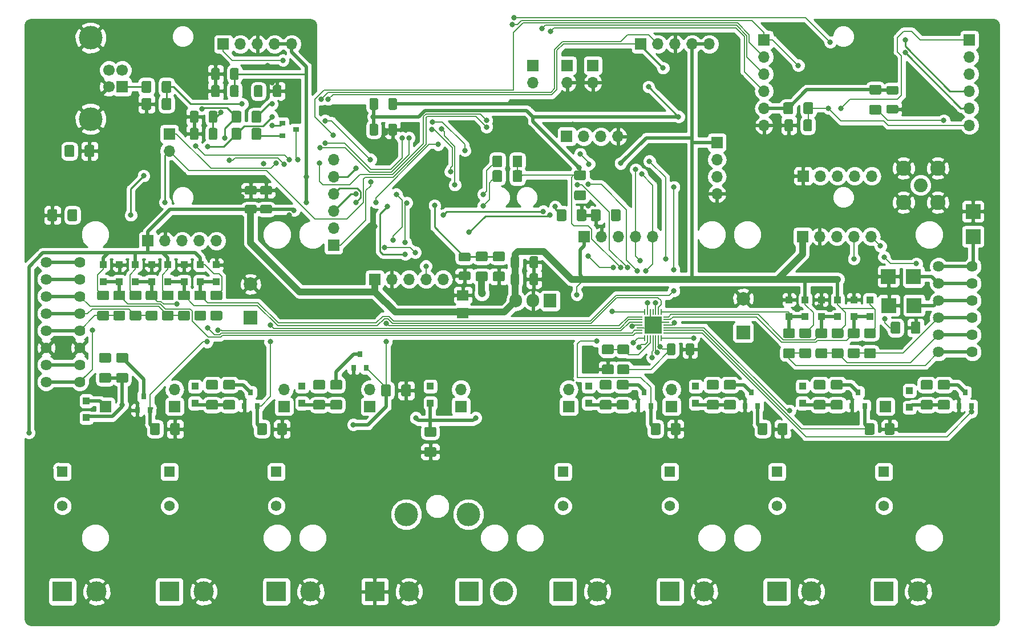
<source format=gbr>
G04 #@! TF.GenerationSoftware,KiCad,Pcbnew,5.0.2+dfsg1-1*
G04 #@! TF.CreationDate,2020-11-21T16:53:29+00:00*
G04 #@! TF.ProjectId,van,76616e2e-6b69-4636-9164-5f7063625858,rev?*
G04 #@! TF.SameCoordinates,Original*
G04 #@! TF.FileFunction,Copper,L2,Bot*
G04 #@! TF.FilePolarity,Positive*
%FSLAX46Y46*%
G04 Gerber Fmt 4.6, Leading zero omitted, Abs format (unit mm)*
G04 Created by KiCad (PCBNEW 5.0.2+dfsg1-1) date Sat 21 Nov 2020 04:53:29 PM GMT*
%MOMM*%
%LPD*%
G01*
G04 APERTURE LIST*
G04 #@! TA.AperFunction,ComponentPad*
%ADD10R,1.700000X1.700000*%
G04 #@! TD*
G04 #@! TA.AperFunction,ComponentPad*
%ADD11O,1.700000X1.700000*%
G04 #@! TD*
G04 #@! TA.AperFunction,Conductor*
%ADD12C,0.100000*%
G04 #@! TD*
G04 #@! TA.AperFunction,SMDPad,CuDef*
%ADD13C,1.250000*%
G04 #@! TD*
G04 #@! TA.AperFunction,SMDPad,CuDef*
%ADD14R,0.848360X0.198120*%
G04 #@! TD*
G04 #@! TA.AperFunction,SMDPad,CuDef*
%ADD15R,0.198120X0.848360*%
G04 #@! TD*
G04 #@! TA.AperFunction,SMDPad,CuDef*
%ADD16R,2.649220X2.649220*%
G04 #@! TD*
G04 #@! TA.AperFunction,SMDPad,CuDef*
%ADD17R,1.000000X1.000000*%
G04 #@! TD*
G04 #@! TA.AperFunction,SMDPad,CuDef*
%ADD18C,1.425000*%
G04 #@! TD*
G04 #@! TA.AperFunction,SMDPad,CuDef*
%ADD19R,2.210000X2.180400*%
G04 #@! TD*
G04 #@! TA.AperFunction,SMDPad,CuDef*
%ADD20R,2.180400X2.210000*%
G04 #@! TD*
G04 #@! TA.AperFunction,ComponentPad*
%ADD21C,1.625600*%
G04 #@! TD*
G04 #@! TA.AperFunction,ComponentPad*
%ADD22R,1.905000X2.000000*%
G04 #@! TD*
G04 #@! TA.AperFunction,ComponentPad*
%ADD23O,1.905000X2.000000*%
G04 #@! TD*
G04 #@! TA.AperFunction,SMDPad,CuDef*
%ADD24R,0.800000X0.900000*%
G04 #@! TD*
G04 #@! TA.AperFunction,ComponentPad*
%ADD25C,2.000000*%
G04 #@! TD*
G04 #@! TA.AperFunction,ComponentPad*
%ADD26R,2.000000X2.000000*%
G04 #@! TD*
G04 #@! TA.AperFunction,ComponentPad*
%ADD27C,2.050000*%
G04 #@! TD*
G04 #@! TA.AperFunction,ComponentPad*
%ADD28C,2.250000*%
G04 #@! TD*
G04 #@! TA.AperFunction,ComponentPad*
%ADD29C,1.700000*%
G04 #@! TD*
G04 #@! TA.AperFunction,ComponentPad*
%ADD30C,3.500000*%
G04 #@! TD*
G04 #@! TA.AperFunction,SMDPad,CuDef*
%ADD31R,0.900000X0.800000*%
G04 #@! TD*
G04 #@! TA.AperFunction,ComponentPad*
%ADD32C,3.000000*%
G04 #@! TD*
G04 #@! TA.AperFunction,ComponentPad*
%ADD33R,3.000000X3.000000*%
G04 #@! TD*
G04 #@! TA.AperFunction,SMDPad,CuDef*
%ADD34R,1.676400X1.524000*%
G04 #@! TD*
G04 #@! TA.AperFunction,ComponentPad*
%ADD35R,1.574800X1.574800*%
G04 #@! TD*
G04 #@! TA.AperFunction,ComponentPad*
%ADD36C,1.574800*%
G04 #@! TD*
G04 #@! TA.AperFunction,ViaPad*
%ADD37C,0.800000*%
G04 #@! TD*
G04 #@! TA.AperFunction,ViaPad*
%ADD38C,1.200000*%
G04 #@! TD*
G04 #@! TA.AperFunction,Conductor*
%ADD39C,0.200000*%
G04 #@! TD*
G04 #@! TA.AperFunction,Conductor*
%ADD40C,0.250000*%
G04 #@! TD*
G04 #@! TA.AperFunction,Conductor*
%ADD41C,0.500000*%
G04 #@! TD*
G04 #@! TA.AperFunction,Conductor*
%ADD42C,1.000000*%
G04 #@! TD*
G04 #@! TA.AperFunction,Conductor*
%ADD43C,0.254000*%
G04 #@! TD*
G04 APERTURE END LIST*
D10*
G04 #@! TO.P,REF\002A\002A,1*
G04 #@! TO.N,+24V*
X115500000Y-113500000D03*
D11*
G04 #@! TO.P,REF\002A\002A,2*
X115500000Y-110960000D03*
G04 #@! TD*
G04 #@! TO.P,REF\002A\002A,2*
G04 #@! TO.N,+24V*
X86500000Y-110960000D03*
D10*
G04 #@! TO.P,REF\002A\002A,1*
X86500000Y-113500000D03*
G04 #@! TD*
G04 #@! TO.P,REF\002A\002A,1*
G04 #@! TO.N,+24V*
X145000000Y-113500000D03*
D11*
G04 #@! TO.P,REF\002A\002A,2*
X145000000Y-110960000D03*
G04 #@! TD*
D10*
G04 #@! TO.P,REF\002A\002A,1*
G04 #@! TO.N,+24V*
X192000000Y-113500000D03*
G04 #@! TD*
G04 #@! TO.P,REF\002A\002A,1*
G04 #@! TO.N,+24V*
X102750000Y-113500000D03*
D11*
G04 #@! TO.P,REF\002A\002A,2*
X102750000Y-110960000D03*
G04 #@! TD*
D10*
G04 #@! TO.P,REF\002A\002A,1*
G04 #@! TO.N,+24V*
X160250000Y-113500000D03*
D11*
G04 #@! TO.P,REF\002A\002A,2*
X160250000Y-110960000D03*
G04 #@! TD*
D12*
G04 #@! TO.N,GND*
G04 #@! TO.C,C23*
G36*
X163404505Y-104126204D02*
X163428774Y-104129804D01*
X163452572Y-104135765D01*
X163475672Y-104144030D01*
X163497850Y-104154520D01*
X163518894Y-104167133D01*
X163538599Y-104181747D01*
X163556778Y-104198223D01*
X163573254Y-104216402D01*
X163587868Y-104236107D01*
X163600481Y-104257151D01*
X163610971Y-104279329D01*
X163619236Y-104302429D01*
X163625197Y-104326227D01*
X163628797Y-104350496D01*
X163630001Y-104375000D01*
X163630001Y-105625000D01*
X163628797Y-105649504D01*
X163625197Y-105673773D01*
X163619236Y-105697571D01*
X163610971Y-105720671D01*
X163600481Y-105742849D01*
X163587868Y-105763893D01*
X163573254Y-105783598D01*
X163556778Y-105801777D01*
X163538599Y-105818253D01*
X163518894Y-105832867D01*
X163497850Y-105845480D01*
X163475672Y-105855970D01*
X163452572Y-105864235D01*
X163428774Y-105870196D01*
X163404505Y-105873796D01*
X163380001Y-105875000D01*
X162630001Y-105875000D01*
X162605497Y-105873796D01*
X162581228Y-105870196D01*
X162557430Y-105864235D01*
X162534330Y-105855970D01*
X162512152Y-105845480D01*
X162491108Y-105832867D01*
X162471403Y-105818253D01*
X162453224Y-105801777D01*
X162436748Y-105783598D01*
X162422134Y-105763893D01*
X162409521Y-105742849D01*
X162399031Y-105720671D01*
X162390766Y-105697571D01*
X162384805Y-105673773D01*
X162381205Y-105649504D01*
X162380001Y-105625000D01*
X162380001Y-104375000D01*
X162381205Y-104350496D01*
X162384805Y-104326227D01*
X162390766Y-104302429D01*
X162399031Y-104279329D01*
X162409521Y-104257151D01*
X162422134Y-104236107D01*
X162436748Y-104216402D01*
X162453224Y-104198223D01*
X162471403Y-104181747D01*
X162491108Y-104167133D01*
X162512152Y-104154520D01*
X162534330Y-104144030D01*
X162557430Y-104135765D01*
X162581228Y-104129804D01*
X162605497Y-104126204D01*
X162630001Y-104125000D01*
X163380001Y-104125000D01*
X163404505Y-104126204D01*
X163404505Y-104126204D01*
G37*
D13*
G04 #@! TD*
G04 #@! TO.P,C23,1*
G04 #@! TO.N,GND*
X163005001Y-105000000D03*
D12*
G04 #@! TO.N,+3V3*
G04 #@! TO.C,C23*
G36*
X160604505Y-104126204D02*
X160628774Y-104129804D01*
X160652572Y-104135765D01*
X160675672Y-104144030D01*
X160697850Y-104154520D01*
X160718894Y-104167133D01*
X160738599Y-104181747D01*
X160756778Y-104198223D01*
X160773254Y-104216402D01*
X160787868Y-104236107D01*
X160800481Y-104257151D01*
X160810971Y-104279329D01*
X160819236Y-104302429D01*
X160825197Y-104326227D01*
X160828797Y-104350496D01*
X160830001Y-104375000D01*
X160830001Y-105625000D01*
X160828797Y-105649504D01*
X160825197Y-105673773D01*
X160819236Y-105697571D01*
X160810971Y-105720671D01*
X160800481Y-105742849D01*
X160787868Y-105763893D01*
X160773254Y-105783598D01*
X160756778Y-105801777D01*
X160738599Y-105818253D01*
X160718894Y-105832867D01*
X160697850Y-105845480D01*
X160675672Y-105855970D01*
X160652572Y-105864235D01*
X160628774Y-105870196D01*
X160604505Y-105873796D01*
X160580001Y-105875000D01*
X159830001Y-105875000D01*
X159805497Y-105873796D01*
X159781228Y-105870196D01*
X159757430Y-105864235D01*
X159734330Y-105855970D01*
X159712152Y-105845480D01*
X159691108Y-105832867D01*
X159671403Y-105818253D01*
X159653224Y-105801777D01*
X159636748Y-105783598D01*
X159622134Y-105763893D01*
X159609521Y-105742849D01*
X159599031Y-105720671D01*
X159590766Y-105697571D01*
X159584805Y-105673773D01*
X159581205Y-105649504D01*
X159580001Y-105625000D01*
X159580001Y-104375000D01*
X159581205Y-104350496D01*
X159584805Y-104326227D01*
X159590766Y-104302429D01*
X159599031Y-104279329D01*
X159609521Y-104257151D01*
X159622134Y-104236107D01*
X159636748Y-104216402D01*
X159653224Y-104198223D01*
X159671403Y-104181747D01*
X159691108Y-104167133D01*
X159712152Y-104154520D01*
X159734330Y-104144030D01*
X159757430Y-104135765D01*
X159781228Y-104129804D01*
X159805497Y-104126204D01*
X159830001Y-104125000D01*
X160580001Y-104125000D01*
X160604505Y-104126204D01*
X160604505Y-104126204D01*
G37*
D13*
G04 #@! TD*
G04 #@! TO.P,C23,2*
G04 #@! TO.N,+3V3*
X160205001Y-105000000D03*
D14*
G04 #@! TO.P,U8,1*
G04 #@! TO.N,Net-(D17-Pad2)*
X155526420Y-102598880D03*
G04 #@! TO.P,U8,2*
G04 #@! TO.N,Net-(D18-Pad2)*
X155526420Y-102197560D03*
G04 #@! TO.P,U8,3*
G04 #@! TO.N,GND*
X155526420Y-101798780D03*
G04 #@! TO.P,U8,4*
G04 #@! TO.N,+3V3*
X155526420Y-101400000D03*
G04 #@! TO.P,U8,5*
G04 #@! TO.N,MOSFET_1*
X155526420Y-101001220D03*
G04 #@! TO.P,U8,6*
G04 #@! TO.N,MOSFET_2*
X155526420Y-100602440D03*
G04 #@! TO.P,U8,7*
G04 #@! TO.N,MOSFET_3*
X155526420Y-100201120D03*
D15*
G04 #@! TO.P,U8,8*
G04 #@! TO.N,MOSFET_4*
X156301120Y-99426420D03*
G04 #@! TO.P,U8,9*
G04 #@! TO.N,IO_XPDR_INT*
X156702440Y-99426420D03*
G04 #@! TO.P,U8,10*
G04 #@! TO.N,GND*
X157101220Y-99426420D03*
G04 #@! TO.P,U8,11*
G04 #@! TO.N,Net-(U8-Pad11)*
X157500000Y-99426420D03*
G04 #@! TO.P,U8,12*
G04 #@! TO.N,+3V3*
X157898780Y-99426420D03*
G04 #@! TO.P,U8,13*
G04 #@! TO.N,Net-(D19-Pad2)*
X158297560Y-99426420D03*
G04 #@! TO.P,U8,14*
G04 #@! TO.N,Net-(D20-Pad2)*
X158698880Y-99426420D03*
D14*
G04 #@! TO.P,U8,15*
G04 #@! TO.N,Net-(D21-Pad2)*
X159473580Y-100201120D03*
G04 #@! TO.P,U8,16*
G04 #@! TO.N,Net-(D22-Pad2)*
X159473580Y-100602440D03*
G04 #@! TO.P,U8,17*
G04 #@! TO.N,GND*
X159473580Y-101001220D03*
G04 #@! TO.P,U8,18*
G04 #@! TO.N,+3V3*
X159473580Y-101400000D03*
G04 #@! TO.P,U8,19*
G04 #@! TO.N,MOSFET_5*
X159473580Y-101798780D03*
G04 #@! TO.P,U8,20*
G04 #@! TO.N,MOSFET_6*
X159473580Y-102197560D03*
G04 #@! TO.P,U8,21*
G04 #@! TO.N,MOSFET_7*
X159473580Y-102598880D03*
D15*
G04 #@! TO.P,U8,22*
G04 #@! TO.N,Net-(LED12-Pad2)*
X158698880Y-103373580D03*
G04 #@! TO.P,U8,23*
G04 #@! TO.N,+3V3*
X158297560Y-103373580D03*
G04 #@! TO.P,U8,24*
G04 #@! TO.N,I2C_SDA*
X157898780Y-103373580D03*
G04 #@! TO.P,U8,25*
G04 #@! TO.N,I2C_CLK*
X157500000Y-103373580D03*
G04 #@! TO.P,U8,26*
G04 #@! TO.N,Net-(R74-Pad1)*
X157101220Y-103373580D03*
G04 #@! TO.P,U8,27*
G04 #@! TO.N,Net-(LED10-Pad2)*
X156702440Y-103373580D03*
G04 #@! TO.P,U8,28*
G04 #@! TO.N,Net-(LED11-Pad2)*
X156301120Y-103373580D03*
D16*
G04 #@! TO.P,U8,29*
G04 #@! TO.N,GND*
X157500000Y-101400000D03*
G04 #@! TD*
D10*
G04 #@! TO.P,J6,1*
G04 #@! TO.N,I2C_CLK*
X144700000Y-73400000D03*
D11*
G04 #@! TO.P,J6,2*
G04 #@! TO.N,I2C_SDA*
X147240000Y-73400000D03*
G04 #@! TO.P,J6,3*
G04 #@! TO.N,+3V3*
X149780000Y-73400000D03*
G04 #@! TO.P,J6,4*
G04 #@! TO.N,GND*
X152320000Y-73400000D03*
G04 #@! TD*
D10*
G04 #@! TO.P,J5,1*
G04 #@! TO.N,GPIO0*
X110109000Y-89535000D03*
D11*
G04 #@! TO.P,J5,2*
G04 #@! TO.N,Net-(J5-Pad2)*
X110109000Y-86995000D03*
G04 #@! TO.P,J5,3*
G04 #@! TO.N,Net-(J5-Pad3)*
X110109000Y-84455000D03*
G04 #@! TO.P,J5,4*
G04 #@! TO.N,Net-(J5-Pad4)*
X110109000Y-81915000D03*
G04 #@! TO.P,J5,5*
G04 #@! TO.N,Net-(J5-Pad5)*
X110109000Y-79375000D03*
G04 #@! TO.P,J5,6*
G04 #@! TO.N,Net-(J5-Pad6)*
X110109000Y-76835000D03*
G04 #@! TD*
D17*
G04 #@! TO.P,D19,2*
G04 #@! TO.N,Net-(D19-Pad2)*
X85500000Y-94950000D03*
G04 #@! TO.P,D19,1*
G04 #@! TO.N,+5V*
X85500000Y-92450000D03*
G04 #@! TD*
G04 #@! TO.P,D20,1*
G04 #@! TO.N,+5V*
X180100000Y-97650000D03*
G04 #@! TO.P,D20,2*
G04 #@! TO.N,Net-(D20-Pad2)*
X180100000Y-100150000D03*
G04 #@! TD*
G04 #@! TO.P,D21,2*
G04 #@! TO.N,Net-(D21-Pad2)*
X184900000Y-100150000D03*
G04 #@! TO.P,D21,1*
G04 #@! TO.N,+5V*
X184900000Y-97650000D03*
G04 #@! TD*
G04 #@! TO.P,D22,1*
G04 #@! TO.N,+5V*
X189700000Y-97650000D03*
G04 #@! TO.P,D22,2*
G04 #@! TO.N,Net-(D22-Pad2)*
X189700000Y-100150000D03*
G04 #@! TD*
G04 #@! TO.P,D23,2*
G04 #@! TO.N,GND*
X78300000Y-92450000D03*
G04 #@! TO.P,D23,1*
G04 #@! TO.N,Net-(D17-Pad2)*
X78300000Y-94950000D03*
G04 #@! TD*
G04 #@! TO.P,D24,1*
G04 #@! TO.N,Net-(D18-Pad2)*
X83100000Y-94950000D03*
G04 #@! TO.P,D24,2*
G04 #@! TO.N,GND*
X83100000Y-92450000D03*
G04 #@! TD*
G04 #@! TO.P,D25,2*
G04 #@! TO.N,GND*
X87900000Y-92450000D03*
G04 #@! TO.P,D25,1*
G04 #@! TO.N,Net-(D19-Pad2)*
X87900000Y-94950000D03*
G04 #@! TD*
G04 #@! TO.P,D18,1*
G04 #@! TO.N,+5V*
X80700000Y-92450000D03*
G04 #@! TO.P,D18,2*
G04 #@! TO.N,Net-(D18-Pad2)*
X80700000Y-94950000D03*
G04 #@! TD*
G04 #@! TO.P,D26,2*
G04 #@! TO.N,GND*
X177700000Y-97650000D03*
G04 #@! TO.P,D26,1*
G04 #@! TO.N,Net-(D20-Pad2)*
X177700000Y-100150000D03*
G04 #@! TD*
G04 #@! TO.P,D17,1*
G04 #@! TO.N,+5V*
X75900000Y-92450000D03*
G04 #@! TO.P,D17,2*
G04 #@! TO.N,Net-(D17-Pad2)*
X75900000Y-94950000D03*
G04 #@! TD*
G04 #@! TO.P,D28,2*
G04 #@! TO.N,GND*
X187300000Y-97650000D03*
G04 #@! TO.P,D28,1*
G04 #@! TO.N,Net-(D22-Pad2)*
X187300000Y-100150000D03*
G04 #@! TD*
G04 #@! TO.P,D27,1*
G04 #@! TO.N,Net-(D21-Pad2)*
X182500000Y-100150000D03*
G04 #@! TO.P,D27,2*
G04 #@! TO.N,GND*
X182500000Y-97650000D03*
G04 #@! TD*
D12*
G04 #@! TO.N,Net-(D22-Pad2)*
G04 #@! TO.C,R80*
G36*
X187949504Y-101901204D02*
X187973773Y-101904804D01*
X187997571Y-101910765D01*
X188020671Y-101919030D01*
X188042849Y-101929520D01*
X188063893Y-101942133D01*
X188083598Y-101956747D01*
X188101777Y-101973223D01*
X188118253Y-101991402D01*
X188132867Y-102011107D01*
X188145480Y-102032151D01*
X188155970Y-102054329D01*
X188164235Y-102077429D01*
X188170196Y-102101227D01*
X188173796Y-102125496D01*
X188175000Y-102150000D01*
X188175000Y-103075000D01*
X188173796Y-103099504D01*
X188170196Y-103123773D01*
X188164235Y-103147571D01*
X188155970Y-103170671D01*
X188145480Y-103192849D01*
X188132867Y-103213893D01*
X188118253Y-103233598D01*
X188101777Y-103251777D01*
X188083598Y-103268253D01*
X188063893Y-103282867D01*
X188042849Y-103295480D01*
X188020671Y-103305970D01*
X187997571Y-103314235D01*
X187973773Y-103320196D01*
X187949504Y-103323796D01*
X187925000Y-103325000D01*
X186675000Y-103325000D01*
X186650496Y-103323796D01*
X186626227Y-103320196D01*
X186602429Y-103314235D01*
X186579329Y-103305970D01*
X186557151Y-103295480D01*
X186536107Y-103282867D01*
X186516402Y-103268253D01*
X186498223Y-103251777D01*
X186481747Y-103233598D01*
X186467133Y-103213893D01*
X186454520Y-103192849D01*
X186444030Y-103170671D01*
X186435765Y-103147571D01*
X186429804Y-103123773D01*
X186426204Y-103099504D01*
X186425000Y-103075000D01*
X186425000Y-102150000D01*
X186426204Y-102125496D01*
X186429804Y-102101227D01*
X186435765Y-102077429D01*
X186444030Y-102054329D01*
X186454520Y-102032151D01*
X186467133Y-102011107D01*
X186481747Y-101991402D01*
X186498223Y-101973223D01*
X186516402Y-101956747D01*
X186536107Y-101942133D01*
X186557151Y-101929520D01*
X186579329Y-101919030D01*
X186602429Y-101910765D01*
X186626227Y-101904804D01*
X186650496Y-101901204D01*
X186675000Y-101900000D01*
X187925000Y-101900000D01*
X187949504Y-101901204D01*
X187949504Y-101901204D01*
G37*
D18*
G04 #@! TD*
G04 #@! TO.P,R80,2*
G04 #@! TO.N,Net-(D22-Pad2)*
X187300000Y-102612500D03*
D12*
G04 #@! TO.N,IO6*
G04 #@! TO.C,R80*
G36*
X187949504Y-104876204D02*
X187973773Y-104879804D01*
X187997571Y-104885765D01*
X188020671Y-104894030D01*
X188042849Y-104904520D01*
X188063893Y-104917133D01*
X188083598Y-104931747D01*
X188101777Y-104948223D01*
X188118253Y-104966402D01*
X188132867Y-104986107D01*
X188145480Y-105007151D01*
X188155970Y-105029329D01*
X188164235Y-105052429D01*
X188170196Y-105076227D01*
X188173796Y-105100496D01*
X188175000Y-105125000D01*
X188175000Y-106050000D01*
X188173796Y-106074504D01*
X188170196Y-106098773D01*
X188164235Y-106122571D01*
X188155970Y-106145671D01*
X188145480Y-106167849D01*
X188132867Y-106188893D01*
X188118253Y-106208598D01*
X188101777Y-106226777D01*
X188083598Y-106243253D01*
X188063893Y-106257867D01*
X188042849Y-106270480D01*
X188020671Y-106280970D01*
X187997571Y-106289235D01*
X187973773Y-106295196D01*
X187949504Y-106298796D01*
X187925000Y-106300000D01*
X186675000Y-106300000D01*
X186650496Y-106298796D01*
X186626227Y-106295196D01*
X186602429Y-106289235D01*
X186579329Y-106280970D01*
X186557151Y-106270480D01*
X186536107Y-106257867D01*
X186516402Y-106243253D01*
X186498223Y-106226777D01*
X186481747Y-106208598D01*
X186467133Y-106188893D01*
X186454520Y-106167849D01*
X186444030Y-106145671D01*
X186435765Y-106122571D01*
X186429804Y-106098773D01*
X186426204Y-106074504D01*
X186425000Y-106050000D01*
X186425000Y-105125000D01*
X186426204Y-105100496D01*
X186429804Y-105076227D01*
X186435765Y-105052429D01*
X186444030Y-105029329D01*
X186454520Y-105007151D01*
X186467133Y-104986107D01*
X186481747Y-104966402D01*
X186498223Y-104948223D01*
X186516402Y-104931747D01*
X186536107Y-104917133D01*
X186557151Y-104904520D01*
X186579329Y-104894030D01*
X186602429Y-104885765D01*
X186626227Y-104879804D01*
X186650496Y-104876204D01*
X186675000Y-104875000D01*
X187925000Y-104875000D01*
X187949504Y-104876204D01*
X187949504Y-104876204D01*
G37*
D18*
G04 #@! TD*
G04 #@! TO.P,R80,1*
G04 #@! TO.N,IO6*
X187300000Y-105587500D03*
D12*
G04 #@! TO.N,I2C_CLK*
G04 #@! TO.C,R68*
G36*
X134899504Y-78426204D02*
X134923773Y-78429804D01*
X134947571Y-78435765D01*
X134970671Y-78444030D01*
X134992849Y-78454520D01*
X135013893Y-78467133D01*
X135033598Y-78481747D01*
X135051777Y-78498223D01*
X135068253Y-78516402D01*
X135082867Y-78536107D01*
X135095480Y-78557151D01*
X135105970Y-78579329D01*
X135114235Y-78602429D01*
X135120196Y-78626227D01*
X135123796Y-78650496D01*
X135125000Y-78675000D01*
X135125000Y-79925000D01*
X135123796Y-79949504D01*
X135120196Y-79973773D01*
X135114235Y-79997571D01*
X135105970Y-80020671D01*
X135095480Y-80042849D01*
X135082867Y-80063893D01*
X135068253Y-80083598D01*
X135051777Y-80101777D01*
X135033598Y-80118253D01*
X135013893Y-80132867D01*
X134992849Y-80145480D01*
X134970671Y-80155970D01*
X134947571Y-80164235D01*
X134923773Y-80170196D01*
X134899504Y-80173796D01*
X134875000Y-80175000D01*
X133950000Y-80175000D01*
X133925496Y-80173796D01*
X133901227Y-80170196D01*
X133877429Y-80164235D01*
X133854329Y-80155970D01*
X133832151Y-80145480D01*
X133811107Y-80132867D01*
X133791402Y-80118253D01*
X133773223Y-80101777D01*
X133756747Y-80083598D01*
X133742133Y-80063893D01*
X133729520Y-80042849D01*
X133719030Y-80020671D01*
X133710765Y-79997571D01*
X133704804Y-79973773D01*
X133701204Y-79949504D01*
X133700000Y-79925000D01*
X133700000Y-78675000D01*
X133701204Y-78650496D01*
X133704804Y-78626227D01*
X133710765Y-78602429D01*
X133719030Y-78579329D01*
X133729520Y-78557151D01*
X133742133Y-78536107D01*
X133756747Y-78516402D01*
X133773223Y-78498223D01*
X133791402Y-78481747D01*
X133811107Y-78467133D01*
X133832151Y-78454520D01*
X133854329Y-78444030D01*
X133877429Y-78435765D01*
X133901227Y-78429804D01*
X133925496Y-78426204D01*
X133950000Y-78425000D01*
X134875000Y-78425000D01*
X134899504Y-78426204D01*
X134899504Y-78426204D01*
G37*
D18*
G04 #@! TD*
G04 #@! TO.P,R68,1*
G04 #@! TO.N,I2C_CLK*
X134412500Y-79300000D03*
D12*
G04 #@! TO.N,+3V3*
G04 #@! TO.C,R68*
G36*
X137874504Y-78426204D02*
X137898773Y-78429804D01*
X137922571Y-78435765D01*
X137945671Y-78444030D01*
X137967849Y-78454520D01*
X137988893Y-78467133D01*
X138008598Y-78481747D01*
X138026777Y-78498223D01*
X138043253Y-78516402D01*
X138057867Y-78536107D01*
X138070480Y-78557151D01*
X138080970Y-78579329D01*
X138089235Y-78602429D01*
X138095196Y-78626227D01*
X138098796Y-78650496D01*
X138100000Y-78675000D01*
X138100000Y-79925000D01*
X138098796Y-79949504D01*
X138095196Y-79973773D01*
X138089235Y-79997571D01*
X138080970Y-80020671D01*
X138070480Y-80042849D01*
X138057867Y-80063893D01*
X138043253Y-80083598D01*
X138026777Y-80101777D01*
X138008598Y-80118253D01*
X137988893Y-80132867D01*
X137967849Y-80145480D01*
X137945671Y-80155970D01*
X137922571Y-80164235D01*
X137898773Y-80170196D01*
X137874504Y-80173796D01*
X137850000Y-80175000D01*
X136925000Y-80175000D01*
X136900496Y-80173796D01*
X136876227Y-80170196D01*
X136852429Y-80164235D01*
X136829329Y-80155970D01*
X136807151Y-80145480D01*
X136786107Y-80132867D01*
X136766402Y-80118253D01*
X136748223Y-80101777D01*
X136731747Y-80083598D01*
X136717133Y-80063893D01*
X136704520Y-80042849D01*
X136694030Y-80020671D01*
X136685765Y-79997571D01*
X136679804Y-79973773D01*
X136676204Y-79949504D01*
X136675000Y-79925000D01*
X136675000Y-78675000D01*
X136676204Y-78650496D01*
X136679804Y-78626227D01*
X136685765Y-78602429D01*
X136694030Y-78579329D01*
X136704520Y-78557151D01*
X136717133Y-78536107D01*
X136731747Y-78516402D01*
X136748223Y-78498223D01*
X136766402Y-78481747D01*
X136786107Y-78467133D01*
X136807151Y-78454520D01*
X136829329Y-78444030D01*
X136852429Y-78435765D01*
X136876227Y-78429804D01*
X136900496Y-78426204D01*
X136925000Y-78425000D01*
X137850000Y-78425000D01*
X137874504Y-78426204D01*
X137874504Y-78426204D01*
G37*
D18*
G04 #@! TD*
G04 #@! TO.P,R68,2*
G04 #@! TO.N,+3V3*
X137387500Y-79300000D03*
D12*
G04 #@! TO.N,+5V*
G04 #@! TO.C,R60*
G36*
X81349504Y-96301204D02*
X81373773Y-96304804D01*
X81397571Y-96310765D01*
X81420671Y-96319030D01*
X81442849Y-96329520D01*
X81463893Y-96342133D01*
X81483598Y-96356747D01*
X81501777Y-96373223D01*
X81518253Y-96391402D01*
X81532867Y-96411107D01*
X81545480Y-96432151D01*
X81555970Y-96454329D01*
X81564235Y-96477429D01*
X81570196Y-96501227D01*
X81573796Y-96525496D01*
X81575000Y-96550000D01*
X81575000Y-97475000D01*
X81573796Y-97499504D01*
X81570196Y-97523773D01*
X81564235Y-97547571D01*
X81555970Y-97570671D01*
X81545480Y-97592849D01*
X81532867Y-97613893D01*
X81518253Y-97633598D01*
X81501777Y-97651777D01*
X81483598Y-97668253D01*
X81463893Y-97682867D01*
X81442849Y-97695480D01*
X81420671Y-97705970D01*
X81397571Y-97714235D01*
X81373773Y-97720196D01*
X81349504Y-97723796D01*
X81325000Y-97725000D01*
X80075000Y-97725000D01*
X80050496Y-97723796D01*
X80026227Y-97720196D01*
X80002429Y-97714235D01*
X79979329Y-97705970D01*
X79957151Y-97695480D01*
X79936107Y-97682867D01*
X79916402Y-97668253D01*
X79898223Y-97651777D01*
X79881747Y-97633598D01*
X79867133Y-97613893D01*
X79854520Y-97592849D01*
X79844030Y-97570671D01*
X79835765Y-97547571D01*
X79829804Y-97523773D01*
X79826204Y-97499504D01*
X79825000Y-97475000D01*
X79825000Y-96550000D01*
X79826204Y-96525496D01*
X79829804Y-96501227D01*
X79835765Y-96477429D01*
X79844030Y-96454329D01*
X79854520Y-96432151D01*
X79867133Y-96411107D01*
X79881747Y-96391402D01*
X79898223Y-96373223D01*
X79916402Y-96356747D01*
X79936107Y-96342133D01*
X79957151Y-96329520D01*
X79979329Y-96319030D01*
X80002429Y-96310765D01*
X80026227Y-96304804D01*
X80050496Y-96301204D01*
X80075000Y-96300000D01*
X81325000Y-96300000D01*
X81349504Y-96301204D01*
X81349504Y-96301204D01*
G37*
D18*
G04 #@! TD*
G04 #@! TO.P,R60,2*
G04 #@! TO.N,+5V*
X80700000Y-97012500D03*
D12*
G04 #@! TO.N,IO2*
G04 #@! TO.C,R60*
G36*
X81349504Y-99276204D02*
X81373773Y-99279804D01*
X81397571Y-99285765D01*
X81420671Y-99294030D01*
X81442849Y-99304520D01*
X81463893Y-99317133D01*
X81483598Y-99331747D01*
X81501777Y-99348223D01*
X81518253Y-99366402D01*
X81532867Y-99386107D01*
X81545480Y-99407151D01*
X81555970Y-99429329D01*
X81564235Y-99452429D01*
X81570196Y-99476227D01*
X81573796Y-99500496D01*
X81575000Y-99525000D01*
X81575000Y-100450000D01*
X81573796Y-100474504D01*
X81570196Y-100498773D01*
X81564235Y-100522571D01*
X81555970Y-100545671D01*
X81545480Y-100567849D01*
X81532867Y-100588893D01*
X81518253Y-100608598D01*
X81501777Y-100626777D01*
X81483598Y-100643253D01*
X81463893Y-100657867D01*
X81442849Y-100670480D01*
X81420671Y-100680970D01*
X81397571Y-100689235D01*
X81373773Y-100695196D01*
X81349504Y-100698796D01*
X81325000Y-100700000D01*
X80075000Y-100700000D01*
X80050496Y-100698796D01*
X80026227Y-100695196D01*
X80002429Y-100689235D01*
X79979329Y-100680970D01*
X79957151Y-100670480D01*
X79936107Y-100657867D01*
X79916402Y-100643253D01*
X79898223Y-100626777D01*
X79881747Y-100608598D01*
X79867133Y-100588893D01*
X79854520Y-100567849D01*
X79844030Y-100545671D01*
X79835765Y-100522571D01*
X79829804Y-100498773D01*
X79826204Y-100474504D01*
X79825000Y-100450000D01*
X79825000Y-99525000D01*
X79826204Y-99500496D01*
X79829804Y-99476227D01*
X79835765Y-99452429D01*
X79844030Y-99429329D01*
X79854520Y-99407151D01*
X79867133Y-99386107D01*
X79881747Y-99366402D01*
X79898223Y-99348223D01*
X79916402Y-99331747D01*
X79936107Y-99317133D01*
X79957151Y-99304520D01*
X79979329Y-99294030D01*
X80002429Y-99285765D01*
X80026227Y-99279804D01*
X80050496Y-99276204D01*
X80075000Y-99275000D01*
X81325000Y-99275000D01*
X81349504Y-99276204D01*
X81349504Y-99276204D01*
G37*
D18*
G04 #@! TD*
G04 #@! TO.P,R60,1*
G04 #@! TO.N,IO2*
X80700000Y-99987500D03*
D12*
G04 #@! TO.N,IO3*
G04 #@! TO.C,R61*
G36*
X86149504Y-99276204D02*
X86173773Y-99279804D01*
X86197571Y-99285765D01*
X86220671Y-99294030D01*
X86242849Y-99304520D01*
X86263893Y-99317133D01*
X86283598Y-99331747D01*
X86301777Y-99348223D01*
X86318253Y-99366402D01*
X86332867Y-99386107D01*
X86345480Y-99407151D01*
X86355970Y-99429329D01*
X86364235Y-99452429D01*
X86370196Y-99476227D01*
X86373796Y-99500496D01*
X86375000Y-99525000D01*
X86375000Y-100450000D01*
X86373796Y-100474504D01*
X86370196Y-100498773D01*
X86364235Y-100522571D01*
X86355970Y-100545671D01*
X86345480Y-100567849D01*
X86332867Y-100588893D01*
X86318253Y-100608598D01*
X86301777Y-100626777D01*
X86283598Y-100643253D01*
X86263893Y-100657867D01*
X86242849Y-100670480D01*
X86220671Y-100680970D01*
X86197571Y-100689235D01*
X86173773Y-100695196D01*
X86149504Y-100698796D01*
X86125000Y-100700000D01*
X84875000Y-100700000D01*
X84850496Y-100698796D01*
X84826227Y-100695196D01*
X84802429Y-100689235D01*
X84779329Y-100680970D01*
X84757151Y-100670480D01*
X84736107Y-100657867D01*
X84716402Y-100643253D01*
X84698223Y-100626777D01*
X84681747Y-100608598D01*
X84667133Y-100588893D01*
X84654520Y-100567849D01*
X84644030Y-100545671D01*
X84635765Y-100522571D01*
X84629804Y-100498773D01*
X84626204Y-100474504D01*
X84625000Y-100450000D01*
X84625000Y-99525000D01*
X84626204Y-99500496D01*
X84629804Y-99476227D01*
X84635765Y-99452429D01*
X84644030Y-99429329D01*
X84654520Y-99407151D01*
X84667133Y-99386107D01*
X84681747Y-99366402D01*
X84698223Y-99348223D01*
X84716402Y-99331747D01*
X84736107Y-99317133D01*
X84757151Y-99304520D01*
X84779329Y-99294030D01*
X84802429Y-99285765D01*
X84826227Y-99279804D01*
X84850496Y-99276204D01*
X84875000Y-99275000D01*
X86125000Y-99275000D01*
X86149504Y-99276204D01*
X86149504Y-99276204D01*
G37*
D18*
G04 #@! TD*
G04 #@! TO.P,R61,1*
G04 #@! TO.N,IO3*
X85500000Y-99987500D03*
D12*
G04 #@! TO.N,+5V*
G04 #@! TO.C,R61*
G36*
X86149504Y-96301204D02*
X86173773Y-96304804D01*
X86197571Y-96310765D01*
X86220671Y-96319030D01*
X86242849Y-96329520D01*
X86263893Y-96342133D01*
X86283598Y-96356747D01*
X86301777Y-96373223D01*
X86318253Y-96391402D01*
X86332867Y-96411107D01*
X86345480Y-96432151D01*
X86355970Y-96454329D01*
X86364235Y-96477429D01*
X86370196Y-96501227D01*
X86373796Y-96525496D01*
X86375000Y-96550000D01*
X86375000Y-97475000D01*
X86373796Y-97499504D01*
X86370196Y-97523773D01*
X86364235Y-97547571D01*
X86355970Y-97570671D01*
X86345480Y-97592849D01*
X86332867Y-97613893D01*
X86318253Y-97633598D01*
X86301777Y-97651777D01*
X86283598Y-97668253D01*
X86263893Y-97682867D01*
X86242849Y-97695480D01*
X86220671Y-97705970D01*
X86197571Y-97714235D01*
X86173773Y-97720196D01*
X86149504Y-97723796D01*
X86125000Y-97725000D01*
X84875000Y-97725000D01*
X84850496Y-97723796D01*
X84826227Y-97720196D01*
X84802429Y-97714235D01*
X84779329Y-97705970D01*
X84757151Y-97695480D01*
X84736107Y-97682867D01*
X84716402Y-97668253D01*
X84698223Y-97651777D01*
X84681747Y-97633598D01*
X84667133Y-97613893D01*
X84654520Y-97592849D01*
X84644030Y-97570671D01*
X84635765Y-97547571D01*
X84629804Y-97523773D01*
X84626204Y-97499504D01*
X84625000Y-97475000D01*
X84625000Y-96550000D01*
X84626204Y-96525496D01*
X84629804Y-96501227D01*
X84635765Y-96477429D01*
X84644030Y-96454329D01*
X84654520Y-96432151D01*
X84667133Y-96411107D01*
X84681747Y-96391402D01*
X84698223Y-96373223D01*
X84716402Y-96356747D01*
X84736107Y-96342133D01*
X84757151Y-96329520D01*
X84779329Y-96319030D01*
X84802429Y-96310765D01*
X84826227Y-96304804D01*
X84850496Y-96301204D01*
X84875000Y-96300000D01*
X86125000Y-96300000D01*
X86149504Y-96301204D01*
X86149504Y-96301204D01*
G37*
D18*
G04 #@! TD*
G04 #@! TO.P,R61,2*
G04 #@! TO.N,+5V*
X85500000Y-97012500D03*
D12*
G04 #@! TO.N,+5V*
G04 #@! TO.C,R62*
G36*
X180749504Y-101901204D02*
X180773773Y-101904804D01*
X180797571Y-101910765D01*
X180820671Y-101919030D01*
X180842849Y-101929520D01*
X180863893Y-101942133D01*
X180883598Y-101956747D01*
X180901777Y-101973223D01*
X180918253Y-101991402D01*
X180932867Y-102011107D01*
X180945480Y-102032151D01*
X180955970Y-102054329D01*
X180964235Y-102077429D01*
X180970196Y-102101227D01*
X180973796Y-102125496D01*
X180975000Y-102150000D01*
X180975000Y-103075000D01*
X180973796Y-103099504D01*
X180970196Y-103123773D01*
X180964235Y-103147571D01*
X180955970Y-103170671D01*
X180945480Y-103192849D01*
X180932867Y-103213893D01*
X180918253Y-103233598D01*
X180901777Y-103251777D01*
X180883598Y-103268253D01*
X180863893Y-103282867D01*
X180842849Y-103295480D01*
X180820671Y-103305970D01*
X180797571Y-103314235D01*
X180773773Y-103320196D01*
X180749504Y-103323796D01*
X180725000Y-103325000D01*
X179475000Y-103325000D01*
X179450496Y-103323796D01*
X179426227Y-103320196D01*
X179402429Y-103314235D01*
X179379329Y-103305970D01*
X179357151Y-103295480D01*
X179336107Y-103282867D01*
X179316402Y-103268253D01*
X179298223Y-103251777D01*
X179281747Y-103233598D01*
X179267133Y-103213893D01*
X179254520Y-103192849D01*
X179244030Y-103170671D01*
X179235765Y-103147571D01*
X179229804Y-103123773D01*
X179226204Y-103099504D01*
X179225000Y-103075000D01*
X179225000Y-102150000D01*
X179226204Y-102125496D01*
X179229804Y-102101227D01*
X179235765Y-102077429D01*
X179244030Y-102054329D01*
X179254520Y-102032151D01*
X179267133Y-102011107D01*
X179281747Y-101991402D01*
X179298223Y-101973223D01*
X179316402Y-101956747D01*
X179336107Y-101942133D01*
X179357151Y-101929520D01*
X179379329Y-101919030D01*
X179402429Y-101910765D01*
X179426227Y-101904804D01*
X179450496Y-101901204D01*
X179475000Y-101900000D01*
X180725000Y-101900000D01*
X180749504Y-101901204D01*
X180749504Y-101901204D01*
G37*
D18*
G04 #@! TD*
G04 #@! TO.P,R62,2*
G04 #@! TO.N,+5V*
X180100000Y-102612500D03*
D12*
G04 #@! TO.N,IO4*
G04 #@! TO.C,R62*
G36*
X180749504Y-104876204D02*
X180773773Y-104879804D01*
X180797571Y-104885765D01*
X180820671Y-104894030D01*
X180842849Y-104904520D01*
X180863893Y-104917133D01*
X180883598Y-104931747D01*
X180901777Y-104948223D01*
X180918253Y-104966402D01*
X180932867Y-104986107D01*
X180945480Y-105007151D01*
X180955970Y-105029329D01*
X180964235Y-105052429D01*
X180970196Y-105076227D01*
X180973796Y-105100496D01*
X180975000Y-105125000D01*
X180975000Y-106050000D01*
X180973796Y-106074504D01*
X180970196Y-106098773D01*
X180964235Y-106122571D01*
X180955970Y-106145671D01*
X180945480Y-106167849D01*
X180932867Y-106188893D01*
X180918253Y-106208598D01*
X180901777Y-106226777D01*
X180883598Y-106243253D01*
X180863893Y-106257867D01*
X180842849Y-106270480D01*
X180820671Y-106280970D01*
X180797571Y-106289235D01*
X180773773Y-106295196D01*
X180749504Y-106298796D01*
X180725000Y-106300000D01*
X179475000Y-106300000D01*
X179450496Y-106298796D01*
X179426227Y-106295196D01*
X179402429Y-106289235D01*
X179379329Y-106280970D01*
X179357151Y-106270480D01*
X179336107Y-106257867D01*
X179316402Y-106243253D01*
X179298223Y-106226777D01*
X179281747Y-106208598D01*
X179267133Y-106188893D01*
X179254520Y-106167849D01*
X179244030Y-106145671D01*
X179235765Y-106122571D01*
X179229804Y-106098773D01*
X179226204Y-106074504D01*
X179225000Y-106050000D01*
X179225000Y-105125000D01*
X179226204Y-105100496D01*
X179229804Y-105076227D01*
X179235765Y-105052429D01*
X179244030Y-105029329D01*
X179254520Y-105007151D01*
X179267133Y-104986107D01*
X179281747Y-104966402D01*
X179298223Y-104948223D01*
X179316402Y-104931747D01*
X179336107Y-104917133D01*
X179357151Y-104904520D01*
X179379329Y-104894030D01*
X179402429Y-104885765D01*
X179426227Y-104879804D01*
X179450496Y-104876204D01*
X179475000Y-104875000D01*
X180725000Y-104875000D01*
X180749504Y-104876204D01*
X180749504Y-104876204D01*
G37*
D18*
G04 #@! TD*
G04 #@! TO.P,R62,1*
G04 #@! TO.N,IO4*
X180100000Y-105587500D03*
D12*
G04 #@! TO.N,IO5*
G04 #@! TO.C,R63*
G36*
X185549504Y-104876204D02*
X185573773Y-104879804D01*
X185597571Y-104885765D01*
X185620671Y-104894030D01*
X185642849Y-104904520D01*
X185663893Y-104917133D01*
X185683598Y-104931747D01*
X185701777Y-104948223D01*
X185718253Y-104966402D01*
X185732867Y-104986107D01*
X185745480Y-105007151D01*
X185755970Y-105029329D01*
X185764235Y-105052429D01*
X185770196Y-105076227D01*
X185773796Y-105100496D01*
X185775000Y-105125000D01*
X185775000Y-106050000D01*
X185773796Y-106074504D01*
X185770196Y-106098773D01*
X185764235Y-106122571D01*
X185755970Y-106145671D01*
X185745480Y-106167849D01*
X185732867Y-106188893D01*
X185718253Y-106208598D01*
X185701777Y-106226777D01*
X185683598Y-106243253D01*
X185663893Y-106257867D01*
X185642849Y-106270480D01*
X185620671Y-106280970D01*
X185597571Y-106289235D01*
X185573773Y-106295196D01*
X185549504Y-106298796D01*
X185525000Y-106300000D01*
X184275000Y-106300000D01*
X184250496Y-106298796D01*
X184226227Y-106295196D01*
X184202429Y-106289235D01*
X184179329Y-106280970D01*
X184157151Y-106270480D01*
X184136107Y-106257867D01*
X184116402Y-106243253D01*
X184098223Y-106226777D01*
X184081747Y-106208598D01*
X184067133Y-106188893D01*
X184054520Y-106167849D01*
X184044030Y-106145671D01*
X184035765Y-106122571D01*
X184029804Y-106098773D01*
X184026204Y-106074504D01*
X184025000Y-106050000D01*
X184025000Y-105125000D01*
X184026204Y-105100496D01*
X184029804Y-105076227D01*
X184035765Y-105052429D01*
X184044030Y-105029329D01*
X184054520Y-105007151D01*
X184067133Y-104986107D01*
X184081747Y-104966402D01*
X184098223Y-104948223D01*
X184116402Y-104931747D01*
X184136107Y-104917133D01*
X184157151Y-104904520D01*
X184179329Y-104894030D01*
X184202429Y-104885765D01*
X184226227Y-104879804D01*
X184250496Y-104876204D01*
X184275000Y-104875000D01*
X185525000Y-104875000D01*
X185549504Y-104876204D01*
X185549504Y-104876204D01*
G37*
D18*
G04 #@! TD*
G04 #@! TO.P,R63,1*
G04 #@! TO.N,IO5*
X184900000Y-105587500D03*
D12*
G04 #@! TO.N,+5V*
G04 #@! TO.C,R63*
G36*
X185549504Y-101901204D02*
X185573773Y-101904804D01*
X185597571Y-101910765D01*
X185620671Y-101919030D01*
X185642849Y-101929520D01*
X185663893Y-101942133D01*
X185683598Y-101956747D01*
X185701777Y-101973223D01*
X185718253Y-101991402D01*
X185732867Y-102011107D01*
X185745480Y-102032151D01*
X185755970Y-102054329D01*
X185764235Y-102077429D01*
X185770196Y-102101227D01*
X185773796Y-102125496D01*
X185775000Y-102150000D01*
X185775000Y-103075000D01*
X185773796Y-103099504D01*
X185770196Y-103123773D01*
X185764235Y-103147571D01*
X185755970Y-103170671D01*
X185745480Y-103192849D01*
X185732867Y-103213893D01*
X185718253Y-103233598D01*
X185701777Y-103251777D01*
X185683598Y-103268253D01*
X185663893Y-103282867D01*
X185642849Y-103295480D01*
X185620671Y-103305970D01*
X185597571Y-103314235D01*
X185573773Y-103320196D01*
X185549504Y-103323796D01*
X185525000Y-103325000D01*
X184275000Y-103325000D01*
X184250496Y-103323796D01*
X184226227Y-103320196D01*
X184202429Y-103314235D01*
X184179329Y-103305970D01*
X184157151Y-103295480D01*
X184136107Y-103282867D01*
X184116402Y-103268253D01*
X184098223Y-103251777D01*
X184081747Y-103233598D01*
X184067133Y-103213893D01*
X184054520Y-103192849D01*
X184044030Y-103170671D01*
X184035765Y-103147571D01*
X184029804Y-103123773D01*
X184026204Y-103099504D01*
X184025000Y-103075000D01*
X184025000Y-102150000D01*
X184026204Y-102125496D01*
X184029804Y-102101227D01*
X184035765Y-102077429D01*
X184044030Y-102054329D01*
X184054520Y-102032151D01*
X184067133Y-102011107D01*
X184081747Y-101991402D01*
X184098223Y-101973223D01*
X184116402Y-101956747D01*
X184136107Y-101942133D01*
X184157151Y-101929520D01*
X184179329Y-101919030D01*
X184202429Y-101910765D01*
X184226227Y-101904804D01*
X184250496Y-101901204D01*
X184275000Y-101900000D01*
X185525000Y-101900000D01*
X185549504Y-101901204D01*
X185549504Y-101901204D01*
G37*
D18*
G04 #@! TD*
G04 #@! TO.P,R63,2*
G04 #@! TO.N,+5V*
X184900000Y-102612500D03*
D12*
G04 #@! TO.N,I2C_SDA*
G04 #@! TO.C,R67*
G36*
X134899504Y-76226204D02*
X134923773Y-76229804D01*
X134947571Y-76235765D01*
X134970671Y-76244030D01*
X134992849Y-76254520D01*
X135013893Y-76267133D01*
X135033598Y-76281747D01*
X135051777Y-76298223D01*
X135068253Y-76316402D01*
X135082867Y-76336107D01*
X135095480Y-76357151D01*
X135105970Y-76379329D01*
X135114235Y-76402429D01*
X135120196Y-76426227D01*
X135123796Y-76450496D01*
X135125000Y-76475000D01*
X135125000Y-77725000D01*
X135123796Y-77749504D01*
X135120196Y-77773773D01*
X135114235Y-77797571D01*
X135105970Y-77820671D01*
X135095480Y-77842849D01*
X135082867Y-77863893D01*
X135068253Y-77883598D01*
X135051777Y-77901777D01*
X135033598Y-77918253D01*
X135013893Y-77932867D01*
X134992849Y-77945480D01*
X134970671Y-77955970D01*
X134947571Y-77964235D01*
X134923773Y-77970196D01*
X134899504Y-77973796D01*
X134875000Y-77975000D01*
X133950000Y-77975000D01*
X133925496Y-77973796D01*
X133901227Y-77970196D01*
X133877429Y-77964235D01*
X133854329Y-77955970D01*
X133832151Y-77945480D01*
X133811107Y-77932867D01*
X133791402Y-77918253D01*
X133773223Y-77901777D01*
X133756747Y-77883598D01*
X133742133Y-77863893D01*
X133729520Y-77842849D01*
X133719030Y-77820671D01*
X133710765Y-77797571D01*
X133704804Y-77773773D01*
X133701204Y-77749504D01*
X133700000Y-77725000D01*
X133700000Y-76475000D01*
X133701204Y-76450496D01*
X133704804Y-76426227D01*
X133710765Y-76402429D01*
X133719030Y-76379329D01*
X133729520Y-76357151D01*
X133742133Y-76336107D01*
X133756747Y-76316402D01*
X133773223Y-76298223D01*
X133791402Y-76281747D01*
X133811107Y-76267133D01*
X133832151Y-76254520D01*
X133854329Y-76244030D01*
X133877429Y-76235765D01*
X133901227Y-76229804D01*
X133925496Y-76226204D01*
X133950000Y-76225000D01*
X134875000Y-76225000D01*
X134899504Y-76226204D01*
X134899504Y-76226204D01*
G37*
D18*
G04 #@! TD*
G04 #@! TO.P,R67,1*
G04 #@! TO.N,I2C_SDA*
X134412500Y-77100000D03*
D12*
G04 #@! TO.N,+3V3*
G04 #@! TO.C,R67*
G36*
X137874504Y-76226204D02*
X137898773Y-76229804D01*
X137922571Y-76235765D01*
X137945671Y-76244030D01*
X137967849Y-76254520D01*
X137988893Y-76267133D01*
X138008598Y-76281747D01*
X138026777Y-76298223D01*
X138043253Y-76316402D01*
X138057867Y-76336107D01*
X138070480Y-76357151D01*
X138080970Y-76379329D01*
X138089235Y-76402429D01*
X138095196Y-76426227D01*
X138098796Y-76450496D01*
X138100000Y-76475000D01*
X138100000Y-77725000D01*
X138098796Y-77749504D01*
X138095196Y-77773773D01*
X138089235Y-77797571D01*
X138080970Y-77820671D01*
X138070480Y-77842849D01*
X138057867Y-77863893D01*
X138043253Y-77883598D01*
X138026777Y-77901777D01*
X138008598Y-77918253D01*
X137988893Y-77932867D01*
X137967849Y-77945480D01*
X137945671Y-77955970D01*
X137922571Y-77964235D01*
X137898773Y-77970196D01*
X137874504Y-77973796D01*
X137850000Y-77975000D01*
X136925000Y-77975000D01*
X136900496Y-77973796D01*
X136876227Y-77970196D01*
X136852429Y-77964235D01*
X136829329Y-77955970D01*
X136807151Y-77945480D01*
X136786107Y-77932867D01*
X136766402Y-77918253D01*
X136748223Y-77901777D01*
X136731747Y-77883598D01*
X136717133Y-77863893D01*
X136704520Y-77842849D01*
X136694030Y-77820671D01*
X136685765Y-77797571D01*
X136679804Y-77773773D01*
X136676204Y-77749504D01*
X136675000Y-77725000D01*
X136675000Y-76475000D01*
X136676204Y-76450496D01*
X136679804Y-76426227D01*
X136685765Y-76402429D01*
X136694030Y-76379329D01*
X136704520Y-76357151D01*
X136717133Y-76336107D01*
X136731747Y-76316402D01*
X136748223Y-76298223D01*
X136766402Y-76281747D01*
X136786107Y-76267133D01*
X136807151Y-76254520D01*
X136829329Y-76244030D01*
X136852429Y-76235765D01*
X136876227Y-76229804D01*
X136900496Y-76226204D01*
X136925000Y-76225000D01*
X137850000Y-76225000D01*
X137874504Y-76226204D01*
X137874504Y-76226204D01*
G37*
D18*
G04 #@! TD*
G04 #@! TO.P,R67,2*
G04 #@! TO.N,+3V3*
X137387500Y-77100000D03*
D12*
G04 #@! TO.N,Net-(D17-Pad2)*
G04 #@! TO.C,R66*
G36*
X78949504Y-96301204D02*
X78973773Y-96304804D01*
X78997571Y-96310765D01*
X79020671Y-96319030D01*
X79042849Y-96329520D01*
X79063893Y-96342133D01*
X79083598Y-96356747D01*
X79101777Y-96373223D01*
X79118253Y-96391402D01*
X79132867Y-96411107D01*
X79145480Y-96432151D01*
X79155970Y-96454329D01*
X79164235Y-96477429D01*
X79170196Y-96501227D01*
X79173796Y-96525496D01*
X79175000Y-96550000D01*
X79175000Y-97475000D01*
X79173796Y-97499504D01*
X79170196Y-97523773D01*
X79164235Y-97547571D01*
X79155970Y-97570671D01*
X79145480Y-97592849D01*
X79132867Y-97613893D01*
X79118253Y-97633598D01*
X79101777Y-97651777D01*
X79083598Y-97668253D01*
X79063893Y-97682867D01*
X79042849Y-97695480D01*
X79020671Y-97705970D01*
X78997571Y-97714235D01*
X78973773Y-97720196D01*
X78949504Y-97723796D01*
X78925000Y-97725000D01*
X77675000Y-97725000D01*
X77650496Y-97723796D01*
X77626227Y-97720196D01*
X77602429Y-97714235D01*
X77579329Y-97705970D01*
X77557151Y-97695480D01*
X77536107Y-97682867D01*
X77516402Y-97668253D01*
X77498223Y-97651777D01*
X77481747Y-97633598D01*
X77467133Y-97613893D01*
X77454520Y-97592849D01*
X77444030Y-97570671D01*
X77435765Y-97547571D01*
X77429804Y-97523773D01*
X77426204Y-97499504D01*
X77425000Y-97475000D01*
X77425000Y-96550000D01*
X77426204Y-96525496D01*
X77429804Y-96501227D01*
X77435765Y-96477429D01*
X77444030Y-96454329D01*
X77454520Y-96432151D01*
X77467133Y-96411107D01*
X77481747Y-96391402D01*
X77498223Y-96373223D01*
X77516402Y-96356747D01*
X77536107Y-96342133D01*
X77557151Y-96329520D01*
X77579329Y-96319030D01*
X77602429Y-96310765D01*
X77626227Y-96304804D01*
X77650496Y-96301204D01*
X77675000Y-96300000D01*
X78925000Y-96300000D01*
X78949504Y-96301204D01*
X78949504Y-96301204D01*
G37*
D18*
G04 #@! TD*
G04 #@! TO.P,R66,2*
G04 #@! TO.N,Net-(D17-Pad2)*
X78300000Y-97012500D03*
D12*
G04 #@! TO.N,IO1*
G04 #@! TO.C,R66*
G36*
X78949504Y-99276204D02*
X78973773Y-99279804D01*
X78997571Y-99285765D01*
X79020671Y-99294030D01*
X79042849Y-99304520D01*
X79063893Y-99317133D01*
X79083598Y-99331747D01*
X79101777Y-99348223D01*
X79118253Y-99366402D01*
X79132867Y-99386107D01*
X79145480Y-99407151D01*
X79155970Y-99429329D01*
X79164235Y-99452429D01*
X79170196Y-99476227D01*
X79173796Y-99500496D01*
X79175000Y-99525000D01*
X79175000Y-100450000D01*
X79173796Y-100474504D01*
X79170196Y-100498773D01*
X79164235Y-100522571D01*
X79155970Y-100545671D01*
X79145480Y-100567849D01*
X79132867Y-100588893D01*
X79118253Y-100608598D01*
X79101777Y-100626777D01*
X79083598Y-100643253D01*
X79063893Y-100657867D01*
X79042849Y-100670480D01*
X79020671Y-100680970D01*
X78997571Y-100689235D01*
X78973773Y-100695196D01*
X78949504Y-100698796D01*
X78925000Y-100700000D01*
X77675000Y-100700000D01*
X77650496Y-100698796D01*
X77626227Y-100695196D01*
X77602429Y-100689235D01*
X77579329Y-100680970D01*
X77557151Y-100670480D01*
X77536107Y-100657867D01*
X77516402Y-100643253D01*
X77498223Y-100626777D01*
X77481747Y-100608598D01*
X77467133Y-100588893D01*
X77454520Y-100567849D01*
X77444030Y-100545671D01*
X77435765Y-100522571D01*
X77429804Y-100498773D01*
X77426204Y-100474504D01*
X77425000Y-100450000D01*
X77425000Y-99525000D01*
X77426204Y-99500496D01*
X77429804Y-99476227D01*
X77435765Y-99452429D01*
X77444030Y-99429329D01*
X77454520Y-99407151D01*
X77467133Y-99386107D01*
X77481747Y-99366402D01*
X77498223Y-99348223D01*
X77516402Y-99331747D01*
X77536107Y-99317133D01*
X77557151Y-99304520D01*
X77579329Y-99294030D01*
X77602429Y-99285765D01*
X77626227Y-99279804D01*
X77650496Y-99276204D01*
X77675000Y-99275000D01*
X78925000Y-99275000D01*
X78949504Y-99276204D01*
X78949504Y-99276204D01*
G37*
D18*
G04 #@! TD*
G04 #@! TO.P,R66,1*
G04 #@! TO.N,IO1*
X78300000Y-99987500D03*
D12*
G04 #@! TO.N,+5V*
G04 #@! TO.C,R64*
G36*
X190349504Y-101901204D02*
X190373773Y-101904804D01*
X190397571Y-101910765D01*
X190420671Y-101919030D01*
X190442849Y-101929520D01*
X190463893Y-101942133D01*
X190483598Y-101956747D01*
X190501777Y-101973223D01*
X190518253Y-101991402D01*
X190532867Y-102011107D01*
X190545480Y-102032151D01*
X190555970Y-102054329D01*
X190564235Y-102077429D01*
X190570196Y-102101227D01*
X190573796Y-102125496D01*
X190575000Y-102150000D01*
X190575000Y-103075000D01*
X190573796Y-103099504D01*
X190570196Y-103123773D01*
X190564235Y-103147571D01*
X190555970Y-103170671D01*
X190545480Y-103192849D01*
X190532867Y-103213893D01*
X190518253Y-103233598D01*
X190501777Y-103251777D01*
X190483598Y-103268253D01*
X190463893Y-103282867D01*
X190442849Y-103295480D01*
X190420671Y-103305970D01*
X190397571Y-103314235D01*
X190373773Y-103320196D01*
X190349504Y-103323796D01*
X190325000Y-103325000D01*
X189075000Y-103325000D01*
X189050496Y-103323796D01*
X189026227Y-103320196D01*
X189002429Y-103314235D01*
X188979329Y-103305970D01*
X188957151Y-103295480D01*
X188936107Y-103282867D01*
X188916402Y-103268253D01*
X188898223Y-103251777D01*
X188881747Y-103233598D01*
X188867133Y-103213893D01*
X188854520Y-103192849D01*
X188844030Y-103170671D01*
X188835765Y-103147571D01*
X188829804Y-103123773D01*
X188826204Y-103099504D01*
X188825000Y-103075000D01*
X188825000Y-102150000D01*
X188826204Y-102125496D01*
X188829804Y-102101227D01*
X188835765Y-102077429D01*
X188844030Y-102054329D01*
X188854520Y-102032151D01*
X188867133Y-102011107D01*
X188881747Y-101991402D01*
X188898223Y-101973223D01*
X188916402Y-101956747D01*
X188936107Y-101942133D01*
X188957151Y-101929520D01*
X188979329Y-101919030D01*
X189002429Y-101910765D01*
X189026227Y-101904804D01*
X189050496Y-101901204D01*
X189075000Y-101900000D01*
X190325000Y-101900000D01*
X190349504Y-101901204D01*
X190349504Y-101901204D01*
G37*
D18*
G04 #@! TD*
G04 #@! TO.P,R64,2*
G04 #@! TO.N,+5V*
X189700000Y-102612500D03*
D12*
G04 #@! TO.N,IO6*
G04 #@! TO.C,R64*
G36*
X190349504Y-104876204D02*
X190373773Y-104879804D01*
X190397571Y-104885765D01*
X190420671Y-104894030D01*
X190442849Y-104904520D01*
X190463893Y-104917133D01*
X190483598Y-104931747D01*
X190501777Y-104948223D01*
X190518253Y-104966402D01*
X190532867Y-104986107D01*
X190545480Y-105007151D01*
X190555970Y-105029329D01*
X190564235Y-105052429D01*
X190570196Y-105076227D01*
X190573796Y-105100496D01*
X190575000Y-105125000D01*
X190575000Y-106050000D01*
X190573796Y-106074504D01*
X190570196Y-106098773D01*
X190564235Y-106122571D01*
X190555970Y-106145671D01*
X190545480Y-106167849D01*
X190532867Y-106188893D01*
X190518253Y-106208598D01*
X190501777Y-106226777D01*
X190483598Y-106243253D01*
X190463893Y-106257867D01*
X190442849Y-106270480D01*
X190420671Y-106280970D01*
X190397571Y-106289235D01*
X190373773Y-106295196D01*
X190349504Y-106298796D01*
X190325000Y-106300000D01*
X189075000Y-106300000D01*
X189050496Y-106298796D01*
X189026227Y-106295196D01*
X189002429Y-106289235D01*
X188979329Y-106280970D01*
X188957151Y-106270480D01*
X188936107Y-106257867D01*
X188916402Y-106243253D01*
X188898223Y-106226777D01*
X188881747Y-106208598D01*
X188867133Y-106188893D01*
X188854520Y-106167849D01*
X188844030Y-106145671D01*
X188835765Y-106122571D01*
X188829804Y-106098773D01*
X188826204Y-106074504D01*
X188825000Y-106050000D01*
X188825000Y-105125000D01*
X188826204Y-105100496D01*
X188829804Y-105076227D01*
X188835765Y-105052429D01*
X188844030Y-105029329D01*
X188854520Y-105007151D01*
X188867133Y-104986107D01*
X188881747Y-104966402D01*
X188898223Y-104948223D01*
X188916402Y-104931747D01*
X188936107Y-104917133D01*
X188957151Y-104904520D01*
X188979329Y-104894030D01*
X189002429Y-104885765D01*
X189026227Y-104879804D01*
X189050496Y-104876204D01*
X189075000Y-104875000D01*
X190325000Y-104875000D01*
X190349504Y-104876204D01*
X190349504Y-104876204D01*
G37*
D18*
G04 #@! TD*
G04 #@! TO.P,R64,1*
G04 #@! TO.N,IO6*
X189700000Y-105587500D03*
D12*
G04 #@! TO.N,IO1*
G04 #@! TO.C,R59*
G36*
X76549504Y-99276204D02*
X76573773Y-99279804D01*
X76597571Y-99285765D01*
X76620671Y-99294030D01*
X76642849Y-99304520D01*
X76663893Y-99317133D01*
X76683598Y-99331747D01*
X76701777Y-99348223D01*
X76718253Y-99366402D01*
X76732867Y-99386107D01*
X76745480Y-99407151D01*
X76755970Y-99429329D01*
X76764235Y-99452429D01*
X76770196Y-99476227D01*
X76773796Y-99500496D01*
X76775000Y-99525000D01*
X76775000Y-100450000D01*
X76773796Y-100474504D01*
X76770196Y-100498773D01*
X76764235Y-100522571D01*
X76755970Y-100545671D01*
X76745480Y-100567849D01*
X76732867Y-100588893D01*
X76718253Y-100608598D01*
X76701777Y-100626777D01*
X76683598Y-100643253D01*
X76663893Y-100657867D01*
X76642849Y-100670480D01*
X76620671Y-100680970D01*
X76597571Y-100689235D01*
X76573773Y-100695196D01*
X76549504Y-100698796D01*
X76525000Y-100700000D01*
X75275000Y-100700000D01*
X75250496Y-100698796D01*
X75226227Y-100695196D01*
X75202429Y-100689235D01*
X75179329Y-100680970D01*
X75157151Y-100670480D01*
X75136107Y-100657867D01*
X75116402Y-100643253D01*
X75098223Y-100626777D01*
X75081747Y-100608598D01*
X75067133Y-100588893D01*
X75054520Y-100567849D01*
X75044030Y-100545671D01*
X75035765Y-100522571D01*
X75029804Y-100498773D01*
X75026204Y-100474504D01*
X75025000Y-100450000D01*
X75025000Y-99525000D01*
X75026204Y-99500496D01*
X75029804Y-99476227D01*
X75035765Y-99452429D01*
X75044030Y-99429329D01*
X75054520Y-99407151D01*
X75067133Y-99386107D01*
X75081747Y-99366402D01*
X75098223Y-99348223D01*
X75116402Y-99331747D01*
X75136107Y-99317133D01*
X75157151Y-99304520D01*
X75179329Y-99294030D01*
X75202429Y-99285765D01*
X75226227Y-99279804D01*
X75250496Y-99276204D01*
X75275000Y-99275000D01*
X76525000Y-99275000D01*
X76549504Y-99276204D01*
X76549504Y-99276204D01*
G37*
D18*
G04 #@! TD*
G04 #@! TO.P,R59,1*
G04 #@! TO.N,IO1*
X75900000Y-99987500D03*
D12*
G04 #@! TO.N,+5V*
G04 #@! TO.C,R59*
G36*
X76549504Y-96301204D02*
X76573773Y-96304804D01*
X76597571Y-96310765D01*
X76620671Y-96319030D01*
X76642849Y-96329520D01*
X76663893Y-96342133D01*
X76683598Y-96356747D01*
X76701777Y-96373223D01*
X76718253Y-96391402D01*
X76732867Y-96411107D01*
X76745480Y-96432151D01*
X76755970Y-96454329D01*
X76764235Y-96477429D01*
X76770196Y-96501227D01*
X76773796Y-96525496D01*
X76775000Y-96550000D01*
X76775000Y-97475000D01*
X76773796Y-97499504D01*
X76770196Y-97523773D01*
X76764235Y-97547571D01*
X76755970Y-97570671D01*
X76745480Y-97592849D01*
X76732867Y-97613893D01*
X76718253Y-97633598D01*
X76701777Y-97651777D01*
X76683598Y-97668253D01*
X76663893Y-97682867D01*
X76642849Y-97695480D01*
X76620671Y-97705970D01*
X76597571Y-97714235D01*
X76573773Y-97720196D01*
X76549504Y-97723796D01*
X76525000Y-97725000D01*
X75275000Y-97725000D01*
X75250496Y-97723796D01*
X75226227Y-97720196D01*
X75202429Y-97714235D01*
X75179329Y-97705970D01*
X75157151Y-97695480D01*
X75136107Y-97682867D01*
X75116402Y-97668253D01*
X75098223Y-97651777D01*
X75081747Y-97633598D01*
X75067133Y-97613893D01*
X75054520Y-97592849D01*
X75044030Y-97570671D01*
X75035765Y-97547571D01*
X75029804Y-97523773D01*
X75026204Y-97499504D01*
X75025000Y-97475000D01*
X75025000Y-96550000D01*
X75026204Y-96525496D01*
X75029804Y-96501227D01*
X75035765Y-96477429D01*
X75044030Y-96454329D01*
X75054520Y-96432151D01*
X75067133Y-96411107D01*
X75081747Y-96391402D01*
X75098223Y-96373223D01*
X75116402Y-96356747D01*
X75136107Y-96342133D01*
X75157151Y-96329520D01*
X75179329Y-96319030D01*
X75202429Y-96310765D01*
X75226227Y-96304804D01*
X75250496Y-96301204D01*
X75275000Y-96300000D01*
X76525000Y-96300000D01*
X76549504Y-96301204D01*
X76549504Y-96301204D01*
G37*
D18*
G04 #@! TD*
G04 #@! TO.P,R59,2*
G04 #@! TO.N,+5V*
X75900000Y-97012500D03*
D12*
G04 #@! TO.N,Net-(D19-Pad2)*
G04 #@! TO.C,R71*
G36*
X88549504Y-96301204D02*
X88573773Y-96304804D01*
X88597571Y-96310765D01*
X88620671Y-96319030D01*
X88642849Y-96329520D01*
X88663893Y-96342133D01*
X88683598Y-96356747D01*
X88701777Y-96373223D01*
X88718253Y-96391402D01*
X88732867Y-96411107D01*
X88745480Y-96432151D01*
X88755970Y-96454329D01*
X88764235Y-96477429D01*
X88770196Y-96501227D01*
X88773796Y-96525496D01*
X88775000Y-96550000D01*
X88775000Y-97475000D01*
X88773796Y-97499504D01*
X88770196Y-97523773D01*
X88764235Y-97547571D01*
X88755970Y-97570671D01*
X88745480Y-97592849D01*
X88732867Y-97613893D01*
X88718253Y-97633598D01*
X88701777Y-97651777D01*
X88683598Y-97668253D01*
X88663893Y-97682867D01*
X88642849Y-97695480D01*
X88620671Y-97705970D01*
X88597571Y-97714235D01*
X88573773Y-97720196D01*
X88549504Y-97723796D01*
X88525000Y-97725000D01*
X87275000Y-97725000D01*
X87250496Y-97723796D01*
X87226227Y-97720196D01*
X87202429Y-97714235D01*
X87179329Y-97705970D01*
X87157151Y-97695480D01*
X87136107Y-97682867D01*
X87116402Y-97668253D01*
X87098223Y-97651777D01*
X87081747Y-97633598D01*
X87067133Y-97613893D01*
X87054520Y-97592849D01*
X87044030Y-97570671D01*
X87035765Y-97547571D01*
X87029804Y-97523773D01*
X87026204Y-97499504D01*
X87025000Y-97475000D01*
X87025000Y-96550000D01*
X87026204Y-96525496D01*
X87029804Y-96501227D01*
X87035765Y-96477429D01*
X87044030Y-96454329D01*
X87054520Y-96432151D01*
X87067133Y-96411107D01*
X87081747Y-96391402D01*
X87098223Y-96373223D01*
X87116402Y-96356747D01*
X87136107Y-96342133D01*
X87157151Y-96329520D01*
X87179329Y-96319030D01*
X87202429Y-96310765D01*
X87226227Y-96304804D01*
X87250496Y-96301204D01*
X87275000Y-96300000D01*
X88525000Y-96300000D01*
X88549504Y-96301204D01*
X88549504Y-96301204D01*
G37*
D18*
G04 #@! TD*
G04 #@! TO.P,R71,2*
G04 #@! TO.N,Net-(D19-Pad2)*
X87900000Y-97012500D03*
D12*
G04 #@! TO.N,IO3*
G04 #@! TO.C,R71*
G36*
X88549504Y-99276204D02*
X88573773Y-99279804D01*
X88597571Y-99285765D01*
X88620671Y-99294030D01*
X88642849Y-99304520D01*
X88663893Y-99317133D01*
X88683598Y-99331747D01*
X88701777Y-99348223D01*
X88718253Y-99366402D01*
X88732867Y-99386107D01*
X88745480Y-99407151D01*
X88755970Y-99429329D01*
X88764235Y-99452429D01*
X88770196Y-99476227D01*
X88773796Y-99500496D01*
X88775000Y-99525000D01*
X88775000Y-100450000D01*
X88773796Y-100474504D01*
X88770196Y-100498773D01*
X88764235Y-100522571D01*
X88755970Y-100545671D01*
X88745480Y-100567849D01*
X88732867Y-100588893D01*
X88718253Y-100608598D01*
X88701777Y-100626777D01*
X88683598Y-100643253D01*
X88663893Y-100657867D01*
X88642849Y-100670480D01*
X88620671Y-100680970D01*
X88597571Y-100689235D01*
X88573773Y-100695196D01*
X88549504Y-100698796D01*
X88525000Y-100700000D01*
X87275000Y-100700000D01*
X87250496Y-100698796D01*
X87226227Y-100695196D01*
X87202429Y-100689235D01*
X87179329Y-100680970D01*
X87157151Y-100670480D01*
X87136107Y-100657867D01*
X87116402Y-100643253D01*
X87098223Y-100626777D01*
X87081747Y-100608598D01*
X87067133Y-100588893D01*
X87054520Y-100567849D01*
X87044030Y-100545671D01*
X87035765Y-100522571D01*
X87029804Y-100498773D01*
X87026204Y-100474504D01*
X87025000Y-100450000D01*
X87025000Y-99525000D01*
X87026204Y-99500496D01*
X87029804Y-99476227D01*
X87035765Y-99452429D01*
X87044030Y-99429329D01*
X87054520Y-99407151D01*
X87067133Y-99386107D01*
X87081747Y-99366402D01*
X87098223Y-99348223D01*
X87116402Y-99331747D01*
X87136107Y-99317133D01*
X87157151Y-99304520D01*
X87179329Y-99294030D01*
X87202429Y-99285765D01*
X87226227Y-99279804D01*
X87250496Y-99276204D01*
X87275000Y-99275000D01*
X88525000Y-99275000D01*
X88549504Y-99276204D01*
X88549504Y-99276204D01*
G37*
D18*
G04 #@! TD*
G04 #@! TO.P,R71,1*
G04 #@! TO.N,IO3*
X87900000Y-99987500D03*
D12*
G04 #@! TO.N,IO4*
G04 #@! TO.C,R72*
G36*
X178349504Y-104876204D02*
X178373773Y-104879804D01*
X178397571Y-104885765D01*
X178420671Y-104894030D01*
X178442849Y-104904520D01*
X178463893Y-104917133D01*
X178483598Y-104931747D01*
X178501777Y-104948223D01*
X178518253Y-104966402D01*
X178532867Y-104986107D01*
X178545480Y-105007151D01*
X178555970Y-105029329D01*
X178564235Y-105052429D01*
X178570196Y-105076227D01*
X178573796Y-105100496D01*
X178575000Y-105125000D01*
X178575000Y-106050000D01*
X178573796Y-106074504D01*
X178570196Y-106098773D01*
X178564235Y-106122571D01*
X178555970Y-106145671D01*
X178545480Y-106167849D01*
X178532867Y-106188893D01*
X178518253Y-106208598D01*
X178501777Y-106226777D01*
X178483598Y-106243253D01*
X178463893Y-106257867D01*
X178442849Y-106270480D01*
X178420671Y-106280970D01*
X178397571Y-106289235D01*
X178373773Y-106295196D01*
X178349504Y-106298796D01*
X178325000Y-106300000D01*
X177075000Y-106300000D01*
X177050496Y-106298796D01*
X177026227Y-106295196D01*
X177002429Y-106289235D01*
X176979329Y-106280970D01*
X176957151Y-106270480D01*
X176936107Y-106257867D01*
X176916402Y-106243253D01*
X176898223Y-106226777D01*
X176881747Y-106208598D01*
X176867133Y-106188893D01*
X176854520Y-106167849D01*
X176844030Y-106145671D01*
X176835765Y-106122571D01*
X176829804Y-106098773D01*
X176826204Y-106074504D01*
X176825000Y-106050000D01*
X176825000Y-105125000D01*
X176826204Y-105100496D01*
X176829804Y-105076227D01*
X176835765Y-105052429D01*
X176844030Y-105029329D01*
X176854520Y-105007151D01*
X176867133Y-104986107D01*
X176881747Y-104966402D01*
X176898223Y-104948223D01*
X176916402Y-104931747D01*
X176936107Y-104917133D01*
X176957151Y-104904520D01*
X176979329Y-104894030D01*
X177002429Y-104885765D01*
X177026227Y-104879804D01*
X177050496Y-104876204D01*
X177075000Y-104875000D01*
X178325000Y-104875000D01*
X178349504Y-104876204D01*
X178349504Y-104876204D01*
G37*
D18*
G04 #@! TD*
G04 #@! TO.P,R72,1*
G04 #@! TO.N,IO4*
X177700000Y-105587500D03*
D12*
G04 #@! TO.N,Net-(D20-Pad2)*
G04 #@! TO.C,R72*
G36*
X178349504Y-101901204D02*
X178373773Y-101904804D01*
X178397571Y-101910765D01*
X178420671Y-101919030D01*
X178442849Y-101929520D01*
X178463893Y-101942133D01*
X178483598Y-101956747D01*
X178501777Y-101973223D01*
X178518253Y-101991402D01*
X178532867Y-102011107D01*
X178545480Y-102032151D01*
X178555970Y-102054329D01*
X178564235Y-102077429D01*
X178570196Y-102101227D01*
X178573796Y-102125496D01*
X178575000Y-102150000D01*
X178575000Y-103075000D01*
X178573796Y-103099504D01*
X178570196Y-103123773D01*
X178564235Y-103147571D01*
X178555970Y-103170671D01*
X178545480Y-103192849D01*
X178532867Y-103213893D01*
X178518253Y-103233598D01*
X178501777Y-103251777D01*
X178483598Y-103268253D01*
X178463893Y-103282867D01*
X178442849Y-103295480D01*
X178420671Y-103305970D01*
X178397571Y-103314235D01*
X178373773Y-103320196D01*
X178349504Y-103323796D01*
X178325000Y-103325000D01*
X177075000Y-103325000D01*
X177050496Y-103323796D01*
X177026227Y-103320196D01*
X177002429Y-103314235D01*
X176979329Y-103305970D01*
X176957151Y-103295480D01*
X176936107Y-103282867D01*
X176916402Y-103268253D01*
X176898223Y-103251777D01*
X176881747Y-103233598D01*
X176867133Y-103213893D01*
X176854520Y-103192849D01*
X176844030Y-103170671D01*
X176835765Y-103147571D01*
X176829804Y-103123773D01*
X176826204Y-103099504D01*
X176825000Y-103075000D01*
X176825000Y-102150000D01*
X176826204Y-102125496D01*
X176829804Y-102101227D01*
X176835765Y-102077429D01*
X176844030Y-102054329D01*
X176854520Y-102032151D01*
X176867133Y-102011107D01*
X176881747Y-101991402D01*
X176898223Y-101973223D01*
X176916402Y-101956747D01*
X176936107Y-101942133D01*
X176957151Y-101929520D01*
X176979329Y-101919030D01*
X177002429Y-101910765D01*
X177026227Y-101904804D01*
X177050496Y-101901204D01*
X177075000Y-101900000D01*
X178325000Y-101900000D01*
X178349504Y-101901204D01*
X178349504Y-101901204D01*
G37*
D18*
G04 #@! TD*
G04 #@! TO.P,R72,2*
G04 #@! TO.N,Net-(D20-Pad2)*
X177700000Y-102612500D03*
D12*
G04 #@! TO.N,Net-(R74-Pad1)*
G04 #@! TO.C,R74*
G36*
X153749504Y-104301204D02*
X153773773Y-104304804D01*
X153797571Y-104310765D01*
X153820671Y-104319030D01*
X153842849Y-104329520D01*
X153863893Y-104342133D01*
X153883598Y-104356747D01*
X153901777Y-104373223D01*
X153918253Y-104391402D01*
X153932867Y-104411107D01*
X153945480Y-104432151D01*
X153955970Y-104454329D01*
X153964235Y-104477429D01*
X153970196Y-104501227D01*
X153973796Y-104525496D01*
X153975000Y-104550000D01*
X153975000Y-105475000D01*
X153973796Y-105499504D01*
X153970196Y-105523773D01*
X153964235Y-105547571D01*
X153955970Y-105570671D01*
X153945480Y-105592849D01*
X153932867Y-105613893D01*
X153918253Y-105633598D01*
X153901777Y-105651777D01*
X153883598Y-105668253D01*
X153863893Y-105682867D01*
X153842849Y-105695480D01*
X153820671Y-105705970D01*
X153797571Y-105714235D01*
X153773773Y-105720196D01*
X153749504Y-105723796D01*
X153725000Y-105725000D01*
X152475000Y-105725000D01*
X152450496Y-105723796D01*
X152426227Y-105720196D01*
X152402429Y-105714235D01*
X152379329Y-105705970D01*
X152357151Y-105695480D01*
X152336107Y-105682867D01*
X152316402Y-105668253D01*
X152298223Y-105651777D01*
X152281747Y-105633598D01*
X152267133Y-105613893D01*
X152254520Y-105592849D01*
X152244030Y-105570671D01*
X152235765Y-105547571D01*
X152229804Y-105523773D01*
X152226204Y-105499504D01*
X152225000Y-105475000D01*
X152225000Y-104550000D01*
X152226204Y-104525496D01*
X152229804Y-104501227D01*
X152235765Y-104477429D01*
X152244030Y-104454329D01*
X152254520Y-104432151D01*
X152267133Y-104411107D01*
X152281747Y-104391402D01*
X152298223Y-104373223D01*
X152316402Y-104356747D01*
X152336107Y-104342133D01*
X152357151Y-104329520D01*
X152379329Y-104319030D01*
X152402429Y-104310765D01*
X152426227Y-104304804D01*
X152450496Y-104301204D01*
X152475000Y-104300000D01*
X153725000Y-104300000D01*
X153749504Y-104301204D01*
X153749504Y-104301204D01*
G37*
D18*
G04 #@! TD*
G04 #@! TO.P,R74,1*
G04 #@! TO.N,Net-(R74-Pad1)*
X153100000Y-105012500D03*
D12*
G04 #@! TO.N,+3V3*
G04 #@! TO.C,R74*
G36*
X153749504Y-107276204D02*
X153773773Y-107279804D01*
X153797571Y-107285765D01*
X153820671Y-107294030D01*
X153842849Y-107304520D01*
X153863893Y-107317133D01*
X153883598Y-107331747D01*
X153901777Y-107348223D01*
X153918253Y-107366402D01*
X153932867Y-107386107D01*
X153945480Y-107407151D01*
X153955970Y-107429329D01*
X153964235Y-107452429D01*
X153970196Y-107476227D01*
X153973796Y-107500496D01*
X153975000Y-107525000D01*
X153975000Y-108450000D01*
X153973796Y-108474504D01*
X153970196Y-108498773D01*
X153964235Y-108522571D01*
X153955970Y-108545671D01*
X153945480Y-108567849D01*
X153932867Y-108588893D01*
X153918253Y-108608598D01*
X153901777Y-108626777D01*
X153883598Y-108643253D01*
X153863893Y-108657867D01*
X153842849Y-108670480D01*
X153820671Y-108680970D01*
X153797571Y-108689235D01*
X153773773Y-108695196D01*
X153749504Y-108698796D01*
X153725000Y-108700000D01*
X152475000Y-108700000D01*
X152450496Y-108698796D01*
X152426227Y-108695196D01*
X152402429Y-108689235D01*
X152379329Y-108680970D01*
X152357151Y-108670480D01*
X152336107Y-108657867D01*
X152316402Y-108643253D01*
X152298223Y-108626777D01*
X152281747Y-108608598D01*
X152267133Y-108588893D01*
X152254520Y-108567849D01*
X152244030Y-108545671D01*
X152235765Y-108522571D01*
X152229804Y-108498773D01*
X152226204Y-108474504D01*
X152225000Y-108450000D01*
X152225000Y-107525000D01*
X152226204Y-107500496D01*
X152229804Y-107476227D01*
X152235765Y-107452429D01*
X152244030Y-107429329D01*
X152254520Y-107407151D01*
X152267133Y-107386107D01*
X152281747Y-107366402D01*
X152298223Y-107348223D01*
X152316402Y-107331747D01*
X152336107Y-107317133D01*
X152357151Y-107304520D01*
X152379329Y-107294030D01*
X152402429Y-107285765D01*
X152426227Y-107279804D01*
X152450496Y-107276204D01*
X152475000Y-107275000D01*
X153725000Y-107275000D01*
X153749504Y-107276204D01*
X153749504Y-107276204D01*
G37*
D18*
G04 #@! TD*
G04 #@! TO.P,R74,2*
G04 #@! TO.N,+3V3*
X153100000Y-107987500D03*
D12*
G04 #@! TO.N,GND*
G04 #@! TO.C,R75*
G36*
X196974504Y-100926204D02*
X196998773Y-100929804D01*
X197022571Y-100935765D01*
X197045671Y-100944030D01*
X197067849Y-100954520D01*
X197088893Y-100967133D01*
X197108598Y-100981747D01*
X197126777Y-100998223D01*
X197143253Y-101016402D01*
X197157867Y-101036107D01*
X197170480Y-101057151D01*
X197180970Y-101079329D01*
X197189235Y-101102429D01*
X197195196Y-101126227D01*
X197198796Y-101150496D01*
X197200000Y-101175000D01*
X197200000Y-102425000D01*
X197198796Y-102449504D01*
X197195196Y-102473773D01*
X197189235Y-102497571D01*
X197180970Y-102520671D01*
X197170480Y-102542849D01*
X197157867Y-102563893D01*
X197143253Y-102583598D01*
X197126777Y-102601777D01*
X197108598Y-102618253D01*
X197088893Y-102632867D01*
X197067849Y-102645480D01*
X197045671Y-102655970D01*
X197022571Y-102664235D01*
X196998773Y-102670196D01*
X196974504Y-102673796D01*
X196950000Y-102675000D01*
X196025000Y-102675000D01*
X196000496Y-102673796D01*
X195976227Y-102670196D01*
X195952429Y-102664235D01*
X195929329Y-102655970D01*
X195907151Y-102645480D01*
X195886107Y-102632867D01*
X195866402Y-102618253D01*
X195848223Y-102601777D01*
X195831747Y-102583598D01*
X195817133Y-102563893D01*
X195804520Y-102542849D01*
X195794030Y-102520671D01*
X195785765Y-102497571D01*
X195779804Y-102473773D01*
X195776204Y-102449504D01*
X195775000Y-102425000D01*
X195775000Y-101175000D01*
X195776204Y-101150496D01*
X195779804Y-101126227D01*
X195785765Y-101102429D01*
X195794030Y-101079329D01*
X195804520Y-101057151D01*
X195817133Y-101036107D01*
X195831747Y-101016402D01*
X195848223Y-100998223D01*
X195866402Y-100981747D01*
X195886107Y-100967133D01*
X195907151Y-100954520D01*
X195929329Y-100944030D01*
X195952429Y-100935765D01*
X195976227Y-100929804D01*
X196000496Y-100926204D01*
X196025000Y-100925000D01*
X196950000Y-100925000D01*
X196974504Y-100926204D01*
X196974504Y-100926204D01*
G37*
D18*
G04 #@! TD*
G04 #@! TO.P,R75,2*
G04 #@! TO.N,GND*
X196487500Y-101800000D03*
D12*
G04 #@! TO.N,Net-(LED11-Pad2)*
G04 #@! TO.C,R75*
G36*
X193999504Y-100926204D02*
X194023773Y-100929804D01*
X194047571Y-100935765D01*
X194070671Y-100944030D01*
X194092849Y-100954520D01*
X194113893Y-100967133D01*
X194133598Y-100981747D01*
X194151777Y-100998223D01*
X194168253Y-101016402D01*
X194182867Y-101036107D01*
X194195480Y-101057151D01*
X194205970Y-101079329D01*
X194214235Y-101102429D01*
X194220196Y-101126227D01*
X194223796Y-101150496D01*
X194225000Y-101175000D01*
X194225000Y-102425000D01*
X194223796Y-102449504D01*
X194220196Y-102473773D01*
X194214235Y-102497571D01*
X194205970Y-102520671D01*
X194195480Y-102542849D01*
X194182867Y-102563893D01*
X194168253Y-102583598D01*
X194151777Y-102601777D01*
X194133598Y-102618253D01*
X194113893Y-102632867D01*
X194092849Y-102645480D01*
X194070671Y-102655970D01*
X194047571Y-102664235D01*
X194023773Y-102670196D01*
X193999504Y-102673796D01*
X193975000Y-102675000D01*
X193050000Y-102675000D01*
X193025496Y-102673796D01*
X193001227Y-102670196D01*
X192977429Y-102664235D01*
X192954329Y-102655970D01*
X192932151Y-102645480D01*
X192911107Y-102632867D01*
X192891402Y-102618253D01*
X192873223Y-102601777D01*
X192856747Y-102583598D01*
X192842133Y-102563893D01*
X192829520Y-102542849D01*
X192819030Y-102520671D01*
X192810765Y-102497571D01*
X192804804Y-102473773D01*
X192801204Y-102449504D01*
X192800000Y-102425000D01*
X192800000Y-101175000D01*
X192801204Y-101150496D01*
X192804804Y-101126227D01*
X192810765Y-101102429D01*
X192819030Y-101079329D01*
X192829520Y-101057151D01*
X192842133Y-101036107D01*
X192856747Y-101016402D01*
X192873223Y-100998223D01*
X192891402Y-100981747D01*
X192911107Y-100967133D01*
X192932151Y-100954520D01*
X192954329Y-100944030D01*
X192977429Y-100935765D01*
X193001227Y-100929804D01*
X193025496Y-100926204D01*
X193050000Y-100925000D01*
X193975000Y-100925000D01*
X193999504Y-100926204D01*
X193999504Y-100926204D01*
G37*
D18*
G04 #@! TD*
G04 #@! TO.P,R75,1*
G04 #@! TO.N,Net-(LED11-Pad2)*
X193512500Y-101800000D03*
D12*
G04 #@! TO.N,IO5*
G04 #@! TO.C,R76*
G36*
X183149504Y-104876204D02*
X183173773Y-104879804D01*
X183197571Y-104885765D01*
X183220671Y-104894030D01*
X183242849Y-104904520D01*
X183263893Y-104917133D01*
X183283598Y-104931747D01*
X183301777Y-104948223D01*
X183318253Y-104966402D01*
X183332867Y-104986107D01*
X183345480Y-105007151D01*
X183355970Y-105029329D01*
X183364235Y-105052429D01*
X183370196Y-105076227D01*
X183373796Y-105100496D01*
X183375000Y-105125000D01*
X183375000Y-106050000D01*
X183373796Y-106074504D01*
X183370196Y-106098773D01*
X183364235Y-106122571D01*
X183355970Y-106145671D01*
X183345480Y-106167849D01*
X183332867Y-106188893D01*
X183318253Y-106208598D01*
X183301777Y-106226777D01*
X183283598Y-106243253D01*
X183263893Y-106257867D01*
X183242849Y-106270480D01*
X183220671Y-106280970D01*
X183197571Y-106289235D01*
X183173773Y-106295196D01*
X183149504Y-106298796D01*
X183125000Y-106300000D01*
X181875000Y-106300000D01*
X181850496Y-106298796D01*
X181826227Y-106295196D01*
X181802429Y-106289235D01*
X181779329Y-106280970D01*
X181757151Y-106270480D01*
X181736107Y-106257867D01*
X181716402Y-106243253D01*
X181698223Y-106226777D01*
X181681747Y-106208598D01*
X181667133Y-106188893D01*
X181654520Y-106167849D01*
X181644030Y-106145671D01*
X181635765Y-106122571D01*
X181629804Y-106098773D01*
X181626204Y-106074504D01*
X181625000Y-106050000D01*
X181625000Y-105125000D01*
X181626204Y-105100496D01*
X181629804Y-105076227D01*
X181635765Y-105052429D01*
X181644030Y-105029329D01*
X181654520Y-105007151D01*
X181667133Y-104986107D01*
X181681747Y-104966402D01*
X181698223Y-104948223D01*
X181716402Y-104931747D01*
X181736107Y-104917133D01*
X181757151Y-104904520D01*
X181779329Y-104894030D01*
X181802429Y-104885765D01*
X181826227Y-104879804D01*
X181850496Y-104876204D01*
X181875000Y-104875000D01*
X183125000Y-104875000D01*
X183149504Y-104876204D01*
X183149504Y-104876204D01*
G37*
D18*
G04 #@! TD*
G04 #@! TO.P,R76,1*
G04 #@! TO.N,IO5*
X182500000Y-105587500D03*
D12*
G04 #@! TO.N,Net-(D21-Pad2)*
G04 #@! TO.C,R76*
G36*
X183149504Y-101901204D02*
X183173773Y-101904804D01*
X183197571Y-101910765D01*
X183220671Y-101919030D01*
X183242849Y-101929520D01*
X183263893Y-101942133D01*
X183283598Y-101956747D01*
X183301777Y-101973223D01*
X183318253Y-101991402D01*
X183332867Y-102011107D01*
X183345480Y-102032151D01*
X183355970Y-102054329D01*
X183364235Y-102077429D01*
X183370196Y-102101227D01*
X183373796Y-102125496D01*
X183375000Y-102150000D01*
X183375000Y-103075000D01*
X183373796Y-103099504D01*
X183370196Y-103123773D01*
X183364235Y-103147571D01*
X183355970Y-103170671D01*
X183345480Y-103192849D01*
X183332867Y-103213893D01*
X183318253Y-103233598D01*
X183301777Y-103251777D01*
X183283598Y-103268253D01*
X183263893Y-103282867D01*
X183242849Y-103295480D01*
X183220671Y-103305970D01*
X183197571Y-103314235D01*
X183173773Y-103320196D01*
X183149504Y-103323796D01*
X183125000Y-103325000D01*
X181875000Y-103325000D01*
X181850496Y-103323796D01*
X181826227Y-103320196D01*
X181802429Y-103314235D01*
X181779329Y-103305970D01*
X181757151Y-103295480D01*
X181736107Y-103282867D01*
X181716402Y-103268253D01*
X181698223Y-103251777D01*
X181681747Y-103233598D01*
X181667133Y-103213893D01*
X181654520Y-103192849D01*
X181644030Y-103170671D01*
X181635765Y-103147571D01*
X181629804Y-103123773D01*
X181626204Y-103099504D01*
X181625000Y-103075000D01*
X181625000Y-102150000D01*
X181626204Y-102125496D01*
X181629804Y-102101227D01*
X181635765Y-102077429D01*
X181644030Y-102054329D01*
X181654520Y-102032151D01*
X181667133Y-102011107D01*
X181681747Y-101991402D01*
X181698223Y-101973223D01*
X181716402Y-101956747D01*
X181736107Y-101942133D01*
X181757151Y-101929520D01*
X181779329Y-101919030D01*
X181802429Y-101910765D01*
X181826227Y-101904804D01*
X181850496Y-101901204D01*
X181875000Y-101900000D01*
X183125000Y-101900000D01*
X183149504Y-101901204D01*
X183149504Y-101901204D01*
G37*
D18*
G04 #@! TD*
G04 #@! TO.P,R76,2*
G04 #@! TO.N,Net-(D21-Pad2)*
X182500000Y-102612500D03*
D12*
G04 #@! TO.N,Net-(R74-Pad1)*
G04 #@! TO.C,R79*
G36*
X151449504Y-104301204D02*
X151473773Y-104304804D01*
X151497571Y-104310765D01*
X151520671Y-104319030D01*
X151542849Y-104329520D01*
X151563893Y-104342133D01*
X151583598Y-104356747D01*
X151601777Y-104373223D01*
X151618253Y-104391402D01*
X151632867Y-104411107D01*
X151645480Y-104432151D01*
X151655970Y-104454329D01*
X151664235Y-104477429D01*
X151670196Y-104501227D01*
X151673796Y-104525496D01*
X151675000Y-104550000D01*
X151675000Y-105475000D01*
X151673796Y-105499504D01*
X151670196Y-105523773D01*
X151664235Y-105547571D01*
X151655970Y-105570671D01*
X151645480Y-105592849D01*
X151632867Y-105613893D01*
X151618253Y-105633598D01*
X151601777Y-105651777D01*
X151583598Y-105668253D01*
X151563893Y-105682867D01*
X151542849Y-105695480D01*
X151520671Y-105705970D01*
X151497571Y-105714235D01*
X151473773Y-105720196D01*
X151449504Y-105723796D01*
X151425000Y-105725000D01*
X150175000Y-105725000D01*
X150150496Y-105723796D01*
X150126227Y-105720196D01*
X150102429Y-105714235D01*
X150079329Y-105705970D01*
X150057151Y-105695480D01*
X150036107Y-105682867D01*
X150016402Y-105668253D01*
X149998223Y-105651777D01*
X149981747Y-105633598D01*
X149967133Y-105613893D01*
X149954520Y-105592849D01*
X149944030Y-105570671D01*
X149935765Y-105547571D01*
X149929804Y-105523773D01*
X149926204Y-105499504D01*
X149925000Y-105475000D01*
X149925000Y-104550000D01*
X149926204Y-104525496D01*
X149929804Y-104501227D01*
X149935765Y-104477429D01*
X149944030Y-104454329D01*
X149954520Y-104432151D01*
X149967133Y-104411107D01*
X149981747Y-104391402D01*
X149998223Y-104373223D01*
X150016402Y-104356747D01*
X150036107Y-104342133D01*
X150057151Y-104329520D01*
X150079329Y-104319030D01*
X150102429Y-104310765D01*
X150126227Y-104304804D01*
X150150496Y-104301204D01*
X150175000Y-104300000D01*
X151425000Y-104300000D01*
X151449504Y-104301204D01*
X151449504Y-104301204D01*
G37*
D18*
G04 #@! TD*
G04 #@! TO.P,R79,2*
G04 #@! TO.N,Net-(R74-Pad1)*
X150800000Y-105012500D03*
D12*
G04 #@! TO.N,GND*
G04 #@! TO.C,R79*
G36*
X151449504Y-107276204D02*
X151473773Y-107279804D01*
X151497571Y-107285765D01*
X151520671Y-107294030D01*
X151542849Y-107304520D01*
X151563893Y-107317133D01*
X151583598Y-107331747D01*
X151601777Y-107348223D01*
X151618253Y-107366402D01*
X151632867Y-107386107D01*
X151645480Y-107407151D01*
X151655970Y-107429329D01*
X151664235Y-107452429D01*
X151670196Y-107476227D01*
X151673796Y-107500496D01*
X151675000Y-107525000D01*
X151675000Y-108450000D01*
X151673796Y-108474504D01*
X151670196Y-108498773D01*
X151664235Y-108522571D01*
X151655970Y-108545671D01*
X151645480Y-108567849D01*
X151632867Y-108588893D01*
X151618253Y-108608598D01*
X151601777Y-108626777D01*
X151583598Y-108643253D01*
X151563893Y-108657867D01*
X151542849Y-108670480D01*
X151520671Y-108680970D01*
X151497571Y-108689235D01*
X151473773Y-108695196D01*
X151449504Y-108698796D01*
X151425000Y-108700000D01*
X150175000Y-108700000D01*
X150150496Y-108698796D01*
X150126227Y-108695196D01*
X150102429Y-108689235D01*
X150079329Y-108680970D01*
X150057151Y-108670480D01*
X150036107Y-108657867D01*
X150016402Y-108643253D01*
X149998223Y-108626777D01*
X149981747Y-108608598D01*
X149967133Y-108588893D01*
X149954520Y-108567849D01*
X149944030Y-108545671D01*
X149935765Y-108522571D01*
X149929804Y-108498773D01*
X149926204Y-108474504D01*
X149925000Y-108450000D01*
X149925000Y-107525000D01*
X149926204Y-107500496D01*
X149929804Y-107476227D01*
X149935765Y-107452429D01*
X149944030Y-107429329D01*
X149954520Y-107407151D01*
X149967133Y-107386107D01*
X149981747Y-107366402D01*
X149998223Y-107348223D01*
X150016402Y-107331747D01*
X150036107Y-107317133D01*
X150057151Y-107304520D01*
X150079329Y-107294030D01*
X150102429Y-107285765D01*
X150126227Y-107279804D01*
X150150496Y-107276204D01*
X150175000Y-107275000D01*
X151425000Y-107275000D01*
X151449504Y-107276204D01*
X151449504Y-107276204D01*
G37*
D18*
G04 #@! TD*
G04 #@! TO.P,R79,1*
G04 #@! TO.N,GND*
X150800000Y-107987500D03*
D12*
G04 #@! TO.N,IO2*
G04 #@! TO.C,R70*
G36*
X83749504Y-99276204D02*
X83773773Y-99279804D01*
X83797571Y-99285765D01*
X83820671Y-99294030D01*
X83842849Y-99304520D01*
X83863893Y-99317133D01*
X83883598Y-99331747D01*
X83901777Y-99348223D01*
X83918253Y-99366402D01*
X83932867Y-99386107D01*
X83945480Y-99407151D01*
X83955970Y-99429329D01*
X83964235Y-99452429D01*
X83970196Y-99476227D01*
X83973796Y-99500496D01*
X83975000Y-99525000D01*
X83975000Y-100450000D01*
X83973796Y-100474504D01*
X83970196Y-100498773D01*
X83964235Y-100522571D01*
X83955970Y-100545671D01*
X83945480Y-100567849D01*
X83932867Y-100588893D01*
X83918253Y-100608598D01*
X83901777Y-100626777D01*
X83883598Y-100643253D01*
X83863893Y-100657867D01*
X83842849Y-100670480D01*
X83820671Y-100680970D01*
X83797571Y-100689235D01*
X83773773Y-100695196D01*
X83749504Y-100698796D01*
X83725000Y-100700000D01*
X82475000Y-100700000D01*
X82450496Y-100698796D01*
X82426227Y-100695196D01*
X82402429Y-100689235D01*
X82379329Y-100680970D01*
X82357151Y-100670480D01*
X82336107Y-100657867D01*
X82316402Y-100643253D01*
X82298223Y-100626777D01*
X82281747Y-100608598D01*
X82267133Y-100588893D01*
X82254520Y-100567849D01*
X82244030Y-100545671D01*
X82235765Y-100522571D01*
X82229804Y-100498773D01*
X82226204Y-100474504D01*
X82225000Y-100450000D01*
X82225000Y-99525000D01*
X82226204Y-99500496D01*
X82229804Y-99476227D01*
X82235765Y-99452429D01*
X82244030Y-99429329D01*
X82254520Y-99407151D01*
X82267133Y-99386107D01*
X82281747Y-99366402D01*
X82298223Y-99348223D01*
X82316402Y-99331747D01*
X82336107Y-99317133D01*
X82357151Y-99304520D01*
X82379329Y-99294030D01*
X82402429Y-99285765D01*
X82426227Y-99279804D01*
X82450496Y-99276204D01*
X82475000Y-99275000D01*
X83725000Y-99275000D01*
X83749504Y-99276204D01*
X83749504Y-99276204D01*
G37*
D18*
G04 #@! TD*
G04 #@! TO.P,R70,1*
G04 #@! TO.N,IO2*
X83100000Y-99987500D03*
D12*
G04 #@! TO.N,Net-(D18-Pad2)*
G04 #@! TO.C,R70*
G36*
X83749504Y-96301204D02*
X83773773Y-96304804D01*
X83797571Y-96310765D01*
X83820671Y-96319030D01*
X83842849Y-96329520D01*
X83863893Y-96342133D01*
X83883598Y-96356747D01*
X83901777Y-96373223D01*
X83918253Y-96391402D01*
X83932867Y-96411107D01*
X83945480Y-96432151D01*
X83955970Y-96454329D01*
X83964235Y-96477429D01*
X83970196Y-96501227D01*
X83973796Y-96525496D01*
X83975000Y-96550000D01*
X83975000Y-97475000D01*
X83973796Y-97499504D01*
X83970196Y-97523773D01*
X83964235Y-97547571D01*
X83955970Y-97570671D01*
X83945480Y-97592849D01*
X83932867Y-97613893D01*
X83918253Y-97633598D01*
X83901777Y-97651777D01*
X83883598Y-97668253D01*
X83863893Y-97682867D01*
X83842849Y-97695480D01*
X83820671Y-97705970D01*
X83797571Y-97714235D01*
X83773773Y-97720196D01*
X83749504Y-97723796D01*
X83725000Y-97725000D01*
X82475000Y-97725000D01*
X82450496Y-97723796D01*
X82426227Y-97720196D01*
X82402429Y-97714235D01*
X82379329Y-97705970D01*
X82357151Y-97695480D01*
X82336107Y-97682867D01*
X82316402Y-97668253D01*
X82298223Y-97651777D01*
X82281747Y-97633598D01*
X82267133Y-97613893D01*
X82254520Y-97592849D01*
X82244030Y-97570671D01*
X82235765Y-97547571D01*
X82229804Y-97523773D01*
X82226204Y-97499504D01*
X82225000Y-97475000D01*
X82225000Y-96550000D01*
X82226204Y-96525496D01*
X82229804Y-96501227D01*
X82235765Y-96477429D01*
X82244030Y-96454329D01*
X82254520Y-96432151D01*
X82267133Y-96411107D01*
X82281747Y-96391402D01*
X82298223Y-96373223D01*
X82316402Y-96356747D01*
X82336107Y-96342133D01*
X82357151Y-96329520D01*
X82379329Y-96319030D01*
X82402429Y-96310765D01*
X82426227Y-96304804D01*
X82450496Y-96301204D01*
X82475000Y-96300000D01*
X83725000Y-96300000D01*
X83749504Y-96301204D01*
X83749504Y-96301204D01*
G37*
D18*
G04 #@! TD*
G04 #@! TO.P,R70,2*
G04 #@! TO.N,Net-(D18-Pad2)*
X83100000Y-97012500D03*
D19*
G04 #@! TO.P,TVS12,1*
G04 #@! TO.N,SPARE_OUT_3*
X205000000Y-88257200D03*
G04 #@! TO.P,TVS12,2*
G04 #@! TO.N,GND*
X205000000Y-84542800D03*
G04 #@! TD*
D20*
G04 #@! TO.P,TVS11,2*
G04 #@! TO.N,GND*
X192442800Y-94200000D03*
G04 #@! TO.P,TVS11,1*
G04 #@! TO.N,SPARE_OUT_2*
X196157200Y-94200000D03*
G04 #@! TD*
G04 #@! TO.P,TVS9,1*
G04 #@! TO.N,SPARE_OUT_1*
X196257200Y-98500000D03*
G04 #@! TO.P,TVS9,2*
G04 #@! TO.N,GND*
X192542800Y-98500000D03*
G04 #@! TD*
D21*
G04 #@! TO.P,J8,1*
G04 #@! TO.N,IO4*
X199900000Y-105400000D03*
G04 #@! TO.P,J8,2*
X204900000Y-105400000D03*
G04 #@! TO.P,J8,3*
G04 #@! TO.N,IO5*
X199900000Y-102860000D03*
G04 #@! TO.P,J8,4*
X204900000Y-102860000D03*
G04 #@! TO.P,J8,5*
G04 #@! TO.N,IO6*
X199900000Y-100320000D03*
G04 #@! TO.P,J8,6*
X204900000Y-100320000D03*
G04 #@! TO.P,J8,7*
G04 #@! TO.N,SPARE_OUT_1*
X199900000Y-97780000D03*
G04 #@! TO.P,J8,8*
X204900000Y-97780000D03*
G04 #@! TO.P,J8,9*
G04 #@! TO.N,SPARE_OUT_2*
X199900000Y-95240000D03*
G04 #@! TO.P,J8,10*
X204900000Y-95240000D03*
G04 #@! TO.P,J8,11*
G04 #@! TO.N,SPARE_OUT_3*
X199900000Y-92700000D03*
G04 #@! TO.P,J8,12*
X204900000Y-92700000D03*
G04 #@! TD*
G04 #@! TO.P,J7,1*
G04 #@! TO.N,Net-(J7-Pad1)*
X67437000Y-109855000D03*
G04 #@! TO.P,J7,2*
X72437000Y-109855000D03*
G04 #@! TO.P,J7,3*
G04 #@! TO.N,Net-(C21-Pad2)*
X67437000Y-107315000D03*
G04 #@! TO.P,J7,4*
X72437000Y-107315000D03*
G04 #@! TO.P,J7,5*
G04 #@! TO.N,GND*
X67437000Y-104775000D03*
G04 #@! TO.P,J7,6*
X72437000Y-104775000D03*
G04 #@! TO.P,J7,7*
G04 #@! TO.N,IO1*
X67437000Y-102235000D03*
G04 #@! TO.P,J7,8*
X72437000Y-102235000D03*
G04 #@! TO.P,J7,9*
G04 #@! TO.N,IO2*
X67437000Y-99695000D03*
G04 #@! TO.P,J7,10*
X72437000Y-99695000D03*
G04 #@! TO.P,J7,11*
G04 #@! TO.N,IO3*
X67437000Y-97155000D03*
G04 #@! TO.P,J7,12*
X72437000Y-97155000D03*
G04 #@! TO.P,J7,13*
G04 #@! TO.N,Net-(J7-Pad13)*
X67437000Y-94615000D03*
G04 #@! TO.P,J7,14*
X72437000Y-94615000D03*
G04 #@! TO.P,J7,15*
G04 #@! TO.N,Net-(J7-Pad15)*
X67437000Y-92075000D03*
G04 #@! TO.P,J7,16*
X72437000Y-92075000D03*
G04 #@! TD*
D22*
G04 #@! TO.P,U1,1*
G04 #@! TO.N,+24V*
X142240000Y-97790000D03*
D23*
G04 #@! TO.P,U1,2*
G04 #@! TO.N,GND*
X139700000Y-97790000D03*
G04 #@! TO.P,U1,3*
G04 #@! TO.N,+5V*
X137160000Y-97790000D03*
G04 #@! TD*
D10*
G04 #@! TO.P,J14,1*
G04 #@! TO.N,+5V*
X179705000Y-88265000D03*
D11*
G04 #@! TO.P,J14,2*
G04 #@! TO.N,GND*
X182245000Y-88265000D03*
G04 #@! TO.P,J14,3*
G04 #@! TO.N,Net-(J14-Pad3)*
X184785000Y-88265000D03*
G04 #@! TO.P,J14,4*
G04 #@! TO.N,LED_CS*
X187325000Y-88265000D03*
G04 #@! TO.P,J14,5*
G04 #@! TO.N,LED_CLK*
X189865000Y-88265000D03*
G04 #@! TD*
D24*
G04 #@! TO.P,Q12,3*
G04 #@! TO.N,Net-(Q12-Pad3)*
X187960000Y-111395000D03*
G04 #@! TO.P,Q12,2*
G04 #@! TO.N,GND*
X187010000Y-113395000D03*
G04 #@! TO.P,Q12,1*
G04 #@! TO.N,MOSFET_6*
X188910000Y-113395000D03*
G04 #@! TD*
D12*
G04 #@! TO.N,+3V3*
G04 #@! TO.C,C1*
G36*
X92604504Y-69611204D02*
X92628773Y-69614804D01*
X92652571Y-69620765D01*
X92675671Y-69629030D01*
X92697849Y-69639520D01*
X92718893Y-69652133D01*
X92738598Y-69666747D01*
X92756777Y-69683223D01*
X92773253Y-69701402D01*
X92787867Y-69721107D01*
X92800480Y-69742151D01*
X92810970Y-69764329D01*
X92819235Y-69787429D01*
X92825196Y-69811227D01*
X92828796Y-69835496D01*
X92830000Y-69860000D01*
X92830000Y-71110000D01*
X92828796Y-71134504D01*
X92825196Y-71158773D01*
X92819235Y-71182571D01*
X92810970Y-71205671D01*
X92800480Y-71227849D01*
X92787867Y-71248893D01*
X92773253Y-71268598D01*
X92756777Y-71286777D01*
X92738598Y-71303253D01*
X92718893Y-71317867D01*
X92697849Y-71330480D01*
X92675671Y-71340970D01*
X92652571Y-71349235D01*
X92628773Y-71355196D01*
X92604504Y-71358796D01*
X92580000Y-71360000D01*
X91830000Y-71360000D01*
X91805496Y-71358796D01*
X91781227Y-71355196D01*
X91757429Y-71349235D01*
X91734329Y-71340970D01*
X91712151Y-71330480D01*
X91691107Y-71317867D01*
X91671402Y-71303253D01*
X91653223Y-71286777D01*
X91636747Y-71268598D01*
X91622133Y-71248893D01*
X91609520Y-71227849D01*
X91599030Y-71205671D01*
X91590765Y-71182571D01*
X91584804Y-71158773D01*
X91581204Y-71134504D01*
X91580000Y-71110000D01*
X91580000Y-69860000D01*
X91581204Y-69835496D01*
X91584804Y-69811227D01*
X91590765Y-69787429D01*
X91599030Y-69764329D01*
X91609520Y-69742151D01*
X91622133Y-69721107D01*
X91636747Y-69701402D01*
X91653223Y-69683223D01*
X91671402Y-69666747D01*
X91691107Y-69652133D01*
X91712151Y-69639520D01*
X91734329Y-69629030D01*
X91757429Y-69620765D01*
X91781227Y-69614804D01*
X91805496Y-69611204D01*
X91830000Y-69610000D01*
X92580000Y-69610000D01*
X92604504Y-69611204D01*
X92604504Y-69611204D01*
G37*
D13*
G04 #@! TD*
G04 #@! TO.P,C1,2*
G04 #@! TO.N,+3V3*
X92205000Y-70485000D03*
D12*
G04 #@! TO.N,GND*
G04 #@! TO.C,C1*
G36*
X89804504Y-69611204D02*
X89828773Y-69614804D01*
X89852571Y-69620765D01*
X89875671Y-69629030D01*
X89897849Y-69639520D01*
X89918893Y-69652133D01*
X89938598Y-69666747D01*
X89956777Y-69683223D01*
X89973253Y-69701402D01*
X89987867Y-69721107D01*
X90000480Y-69742151D01*
X90010970Y-69764329D01*
X90019235Y-69787429D01*
X90025196Y-69811227D01*
X90028796Y-69835496D01*
X90030000Y-69860000D01*
X90030000Y-71110000D01*
X90028796Y-71134504D01*
X90025196Y-71158773D01*
X90019235Y-71182571D01*
X90010970Y-71205671D01*
X90000480Y-71227849D01*
X89987867Y-71248893D01*
X89973253Y-71268598D01*
X89956777Y-71286777D01*
X89938598Y-71303253D01*
X89918893Y-71317867D01*
X89897849Y-71330480D01*
X89875671Y-71340970D01*
X89852571Y-71349235D01*
X89828773Y-71355196D01*
X89804504Y-71358796D01*
X89780000Y-71360000D01*
X89030000Y-71360000D01*
X89005496Y-71358796D01*
X88981227Y-71355196D01*
X88957429Y-71349235D01*
X88934329Y-71340970D01*
X88912151Y-71330480D01*
X88891107Y-71317867D01*
X88871402Y-71303253D01*
X88853223Y-71286777D01*
X88836747Y-71268598D01*
X88822133Y-71248893D01*
X88809520Y-71227849D01*
X88799030Y-71205671D01*
X88790765Y-71182571D01*
X88784804Y-71158773D01*
X88781204Y-71134504D01*
X88780000Y-71110000D01*
X88780000Y-69860000D01*
X88781204Y-69835496D01*
X88784804Y-69811227D01*
X88790765Y-69787429D01*
X88799030Y-69764329D01*
X88809520Y-69742151D01*
X88822133Y-69721107D01*
X88836747Y-69701402D01*
X88853223Y-69683223D01*
X88871402Y-69666747D01*
X88891107Y-69652133D01*
X88912151Y-69639520D01*
X88934329Y-69629030D01*
X88957429Y-69620765D01*
X88981227Y-69614804D01*
X89005496Y-69611204D01*
X89030000Y-69610000D01*
X89780000Y-69610000D01*
X89804504Y-69611204D01*
X89804504Y-69611204D01*
G37*
D13*
G04 #@! TD*
G04 #@! TO.P,C1,1*
G04 #@! TO.N,GND*
X89405000Y-70485000D03*
D12*
G04 #@! TO.N,GND*
G04 #@! TO.C,C2*
G36*
X89804504Y-72151204D02*
X89828773Y-72154804D01*
X89852571Y-72160765D01*
X89875671Y-72169030D01*
X89897849Y-72179520D01*
X89918893Y-72192133D01*
X89938598Y-72206747D01*
X89956777Y-72223223D01*
X89973253Y-72241402D01*
X89987867Y-72261107D01*
X90000480Y-72282151D01*
X90010970Y-72304329D01*
X90019235Y-72327429D01*
X90025196Y-72351227D01*
X90028796Y-72375496D01*
X90030000Y-72400000D01*
X90030000Y-73650000D01*
X90028796Y-73674504D01*
X90025196Y-73698773D01*
X90019235Y-73722571D01*
X90010970Y-73745671D01*
X90000480Y-73767849D01*
X89987867Y-73788893D01*
X89973253Y-73808598D01*
X89956777Y-73826777D01*
X89938598Y-73843253D01*
X89918893Y-73857867D01*
X89897849Y-73870480D01*
X89875671Y-73880970D01*
X89852571Y-73889235D01*
X89828773Y-73895196D01*
X89804504Y-73898796D01*
X89780000Y-73900000D01*
X89030000Y-73900000D01*
X89005496Y-73898796D01*
X88981227Y-73895196D01*
X88957429Y-73889235D01*
X88934329Y-73880970D01*
X88912151Y-73870480D01*
X88891107Y-73857867D01*
X88871402Y-73843253D01*
X88853223Y-73826777D01*
X88836747Y-73808598D01*
X88822133Y-73788893D01*
X88809520Y-73767849D01*
X88799030Y-73745671D01*
X88790765Y-73722571D01*
X88784804Y-73698773D01*
X88781204Y-73674504D01*
X88780000Y-73650000D01*
X88780000Y-72400000D01*
X88781204Y-72375496D01*
X88784804Y-72351227D01*
X88790765Y-72327429D01*
X88799030Y-72304329D01*
X88809520Y-72282151D01*
X88822133Y-72261107D01*
X88836747Y-72241402D01*
X88853223Y-72223223D01*
X88871402Y-72206747D01*
X88891107Y-72192133D01*
X88912151Y-72179520D01*
X88934329Y-72169030D01*
X88957429Y-72160765D01*
X88981227Y-72154804D01*
X89005496Y-72151204D01*
X89030000Y-72150000D01*
X89780000Y-72150000D01*
X89804504Y-72151204D01*
X89804504Y-72151204D01*
G37*
D13*
G04 #@! TD*
G04 #@! TO.P,C2,1*
G04 #@! TO.N,GND*
X89405000Y-73025000D03*
D12*
G04 #@! TO.N,+3V3*
G04 #@! TO.C,C2*
G36*
X92604504Y-72151204D02*
X92628773Y-72154804D01*
X92652571Y-72160765D01*
X92675671Y-72169030D01*
X92697849Y-72179520D01*
X92718893Y-72192133D01*
X92738598Y-72206747D01*
X92756777Y-72223223D01*
X92773253Y-72241402D01*
X92787867Y-72261107D01*
X92800480Y-72282151D01*
X92810970Y-72304329D01*
X92819235Y-72327429D01*
X92825196Y-72351227D01*
X92828796Y-72375496D01*
X92830000Y-72400000D01*
X92830000Y-73650000D01*
X92828796Y-73674504D01*
X92825196Y-73698773D01*
X92819235Y-73722571D01*
X92810970Y-73745671D01*
X92800480Y-73767849D01*
X92787867Y-73788893D01*
X92773253Y-73808598D01*
X92756777Y-73826777D01*
X92738598Y-73843253D01*
X92718893Y-73857867D01*
X92697849Y-73870480D01*
X92675671Y-73880970D01*
X92652571Y-73889235D01*
X92628773Y-73895196D01*
X92604504Y-73898796D01*
X92580000Y-73900000D01*
X91830000Y-73900000D01*
X91805496Y-73898796D01*
X91781227Y-73895196D01*
X91757429Y-73889235D01*
X91734329Y-73880970D01*
X91712151Y-73870480D01*
X91691107Y-73857867D01*
X91671402Y-73843253D01*
X91653223Y-73826777D01*
X91636747Y-73808598D01*
X91622133Y-73788893D01*
X91609520Y-73767849D01*
X91599030Y-73745671D01*
X91590765Y-73722571D01*
X91584804Y-73698773D01*
X91581204Y-73674504D01*
X91580000Y-73650000D01*
X91580000Y-72400000D01*
X91581204Y-72375496D01*
X91584804Y-72351227D01*
X91590765Y-72327429D01*
X91599030Y-72304329D01*
X91609520Y-72282151D01*
X91622133Y-72261107D01*
X91636747Y-72241402D01*
X91653223Y-72223223D01*
X91671402Y-72206747D01*
X91691107Y-72192133D01*
X91712151Y-72179520D01*
X91734329Y-72169030D01*
X91757429Y-72160765D01*
X91781227Y-72154804D01*
X91805496Y-72151204D01*
X91830000Y-72150000D01*
X92580000Y-72150000D01*
X92604504Y-72151204D01*
X92604504Y-72151204D01*
G37*
D13*
G04 #@! TD*
G04 #@! TO.P,C2,2*
G04 #@! TO.N,+3V3*
X92205000Y-73025000D03*
D12*
G04 #@! TO.N,+5V*
G04 #@! TO.C,C3*
G36*
X95779504Y-65801204D02*
X95803773Y-65804804D01*
X95827571Y-65810765D01*
X95850671Y-65819030D01*
X95872849Y-65829520D01*
X95893893Y-65842133D01*
X95913598Y-65856747D01*
X95931777Y-65873223D01*
X95948253Y-65891402D01*
X95962867Y-65911107D01*
X95975480Y-65932151D01*
X95985970Y-65954329D01*
X95994235Y-65977429D01*
X96000196Y-66001227D01*
X96003796Y-66025496D01*
X96005000Y-66050000D01*
X96005000Y-67300000D01*
X96003796Y-67324504D01*
X96000196Y-67348773D01*
X95994235Y-67372571D01*
X95985970Y-67395671D01*
X95975480Y-67417849D01*
X95962867Y-67438893D01*
X95948253Y-67458598D01*
X95931777Y-67476777D01*
X95913598Y-67493253D01*
X95893893Y-67507867D01*
X95872849Y-67520480D01*
X95850671Y-67530970D01*
X95827571Y-67539235D01*
X95803773Y-67545196D01*
X95779504Y-67548796D01*
X95755000Y-67550000D01*
X95005000Y-67550000D01*
X94980496Y-67548796D01*
X94956227Y-67545196D01*
X94932429Y-67539235D01*
X94909329Y-67530970D01*
X94887151Y-67520480D01*
X94866107Y-67507867D01*
X94846402Y-67493253D01*
X94828223Y-67476777D01*
X94811747Y-67458598D01*
X94797133Y-67438893D01*
X94784520Y-67417849D01*
X94774030Y-67395671D01*
X94765765Y-67372571D01*
X94759804Y-67348773D01*
X94756204Y-67324504D01*
X94755000Y-67300000D01*
X94755000Y-66050000D01*
X94756204Y-66025496D01*
X94759804Y-66001227D01*
X94765765Y-65977429D01*
X94774030Y-65954329D01*
X94784520Y-65932151D01*
X94797133Y-65911107D01*
X94811747Y-65891402D01*
X94828223Y-65873223D01*
X94846402Y-65856747D01*
X94866107Y-65842133D01*
X94887151Y-65829520D01*
X94909329Y-65819030D01*
X94932429Y-65810765D01*
X94956227Y-65804804D01*
X94980496Y-65801204D01*
X95005000Y-65800000D01*
X95755000Y-65800000D01*
X95779504Y-65801204D01*
X95779504Y-65801204D01*
G37*
D13*
G04 #@! TD*
G04 #@! TO.P,C3,2*
G04 #@! TO.N,+5V*
X95380000Y-66675000D03*
D12*
G04 #@! TO.N,GND*
G04 #@! TO.C,C3*
G36*
X92979504Y-65801204D02*
X93003773Y-65804804D01*
X93027571Y-65810765D01*
X93050671Y-65819030D01*
X93072849Y-65829520D01*
X93093893Y-65842133D01*
X93113598Y-65856747D01*
X93131777Y-65873223D01*
X93148253Y-65891402D01*
X93162867Y-65911107D01*
X93175480Y-65932151D01*
X93185970Y-65954329D01*
X93194235Y-65977429D01*
X93200196Y-66001227D01*
X93203796Y-66025496D01*
X93205000Y-66050000D01*
X93205000Y-67300000D01*
X93203796Y-67324504D01*
X93200196Y-67348773D01*
X93194235Y-67372571D01*
X93185970Y-67395671D01*
X93175480Y-67417849D01*
X93162867Y-67438893D01*
X93148253Y-67458598D01*
X93131777Y-67476777D01*
X93113598Y-67493253D01*
X93093893Y-67507867D01*
X93072849Y-67520480D01*
X93050671Y-67530970D01*
X93027571Y-67539235D01*
X93003773Y-67545196D01*
X92979504Y-67548796D01*
X92955000Y-67550000D01*
X92205000Y-67550000D01*
X92180496Y-67548796D01*
X92156227Y-67545196D01*
X92132429Y-67539235D01*
X92109329Y-67530970D01*
X92087151Y-67520480D01*
X92066107Y-67507867D01*
X92046402Y-67493253D01*
X92028223Y-67476777D01*
X92011747Y-67458598D01*
X91997133Y-67438893D01*
X91984520Y-67417849D01*
X91974030Y-67395671D01*
X91965765Y-67372571D01*
X91959804Y-67348773D01*
X91956204Y-67324504D01*
X91955000Y-67300000D01*
X91955000Y-66050000D01*
X91956204Y-66025496D01*
X91959804Y-66001227D01*
X91965765Y-65977429D01*
X91974030Y-65954329D01*
X91984520Y-65932151D01*
X91997133Y-65911107D01*
X92011747Y-65891402D01*
X92028223Y-65873223D01*
X92046402Y-65856747D01*
X92066107Y-65842133D01*
X92087151Y-65829520D01*
X92109329Y-65819030D01*
X92132429Y-65810765D01*
X92156227Y-65804804D01*
X92180496Y-65801204D01*
X92205000Y-65800000D01*
X92955000Y-65800000D01*
X92979504Y-65801204D01*
X92979504Y-65801204D01*
G37*
D13*
G04 #@! TD*
G04 #@! TO.P,C3,1*
G04 #@! TO.N,GND*
X92580000Y-66675000D03*
D12*
G04 #@! TO.N,GND*
G04 #@! TO.C,C4*
G36*
X92979504Y-63261204D02*
X93003773Y-63264804D01*
X93027571Y-63270765D01*
X93050671Y-63279030D01*
X93072849Y-63289520D01*
X93093893Y-63302133D01*
X93113598Y-63316747D01*
X93131777Y-63333223D01*
X93148253Y-63351402D01*
X93162867Y-63371107D01*
X93175480Y-63392151D01*
X93185970Y-63414329D01*
X93194235Y-63437429D01*
X93200196Y-63461227D01*
X93203796Y-63485496D01*
X93205000Y-63510000D01*
X93205000Y-64760000D01*
X93203796Y-64784504D01*
X93200196Y-64808773D01*
X93194235Y-64832571D01*
X93185970Y-64855671D01*
X93175480Y-64877849D01*
X93162867Y-64898893D01*
X93148253Y-64918598D01*
X93131777Y-64936777D01*
X93113598Y-64953253D01*
X93093893Y-64967867D01*
X93072849Y-64980480D01*
X93050671Y-64990970D01*
X93027571Y-64999235D01*
X93003773Y-65005196D01*
X92979504Y-65008796D01*
X92955000Y-65010000D01*
X92205000Y-65010000D01*
X92180496Y-65008796D01*
X92156227Y-65005196D01*
X92132429Y-64999235D01*
X92109329Y-64990970D01*
X92087151Y-64980480D01*
X92066107Y-64967867D01*
X92046402Y-64953253D01*
X92028223Y-64936777D01*
X92011747Y-64918598D01*
X91997133Y-64898893D01*
X91984520Y-64877849D01*
X91974030Y-64855671D01*
X91965765Y-64832571D01*
X91959804Y-64808773D01*
X91956204Y-64784504D01*
X91955000Y-64760000D01*
X91955000Y-63510000D01*
X91956204Y-63485496D01*
X91959804Y-63461227D01*
X91965765Y-63437429D01*
X91974030Y-63414329D01*
X91984520Y-63392151D01*
X91997133Y-63371107D01*
X92011747Y-63351402D01*
X92028223Y-63333223D01*
X92046402Y-63316747D01*
X92066107Y-63302133D01*
X92087151Y-63289520D01*
X92109329Y-63279030D01*
X92132429Y-63270765D01*
X92156227Y-63264804D01*
X92180496Y-63261204D01*
X92205000Y-63260000D01*
X92955000Y-63260000D01*
X92979504Y-63261204D01*
X92979504Y-63261204D01*
G37*
D13*
G04 #@! TD*
G04 #@! TO.P,C4,1*
G04 #@! TO.N,GND*
X92580000Y-64135000D03*
D12*
G04 #@! TO.N,+5V*
G04 #@! TO.C,C4*
G36*
X95779504Y-63261204D02*
X95803773Y-63264804D01*
X95827571Y-63270765D01*
X95850671Y-63279030D01*
X95872849Y-63289520D01*
X95893893Y-63302133D01*
X95913598Y-63316747D01*
X95931777Y-63333223D01*
X95948253Y-63351402D01*
X95962867Y-63371107D01*
X95975480Y-63392151D01*
X95985970Y-63414329D01*
X95994235Y-63437429D01*
X96000196Y-63461227D01*
X96003796Y-63485496D01*
X96005000Y-63510000D01*
X96005000Y-64760000D01*
X96003796Y-64784504D01*
X96000196Y-64808773D01*
X95994235Y-64832571D01*
X95985970Y-64855671D01*
X95975480Y-64877849D01*
X95962867Y-64898893D01*
X95948253Y-64918598D01*
X95931777Y-64936777D01*
X95913598Y-64953253D01*
X95893893Y-64967867D01*
X95872849Y-64980480D01*
X95850671Y-64990970D01*
X95827571Y-64999235D01*
X95803773Y-65005196D01*
X95779504Y-65008796D01*
X95755000Y-65010000D01*
X95005000Y-65010000D01*
X94980496Y-65008796D01*
X94956227Y-65005196D01*
X94932429Y-64999235D01*
X94909329Y-64990970D01*
X94887151Y-64980480D01*
X94866107Y-64967867D01*
X94846402Y-64953253D01*
X94828223Y-64936777D01*
X94811747Y-64918598D01*
X94797133Y-64898893D01*
X94784520Y-64877849D01*
X94774030Y-64855671D01*
X94765765Y-64832571D01*
X94759804Y-64808773D01*
X94756204Y-64784504D01*
X94755000Y-64760000D01*
X94755000Y-63510000D01*
X94756204Y-63485496D01*
X94759804Y-63461227D01*
X94765765Y-63437429D01*
X94774030Y-63414329D01*
X94784520Y-63392151D01*
X94797133Y-63371107D01*
X94811747Y-63351402D01*
X94828223Y-63333223D01*
X94846402Y-63316747D01*
X94866107Y-63302133D01*
X94887151Y-63289520D01*
X94909329Y-63279030D01*
X94932429Y-63270765D01*
X94956227Y-63264804D01*
X94980496Y-63261204D01*
X95005000Y-63260000D01*
X95755000Y-63260000D01*
X95779504Y-63261204D01*
X95779504Y-63261204D01*
G37*
D13*
G04 #@! TD*
G04 #@! TO.P,C4,2*
G04 #@! TO.N,+5V*
X95380000Y-64135000D03*
D12*
G04 #@! TO.N,GND*
G04 #@! TO.C,C5*
G36*
X140229504Y-91201204D02*
X140253773Y-91204804D01*
X140277571Y-91210765D01*
X140300671Y-91219030D01*
X140322849Y-91229520D01*
X140343893Y-91242133D01*
X140363598Y-91256747D01*
X140381777Y-91273223D01*
X140398253Y-91291402D01*
X140412867Y-91311107D01*
X140425480Y-91332151D01*
X140435970Y-91354329D01*
X140444235Y-91377429D01*
X140450196Y-91401227D01*
X140453796Y-91425496D01*
X140455000Y-91450000D01*
X140455000Y-92700000D01*
X140453796Y-92724504D01*
X140450196Y-92748773D01*
X140444235Y-92772571D01*
X140435970Y-92795671D01*
X140425480Y-92817849D01*
X140412867Y-92838893D01*
X140398253Y-92858598D01*
X140381777Y-92876777D01*
X140363598Y-92893253D01*
X140343893Y-92907867D01*
X140322849Y-92920480D01*
X140300671Y-92930970D01*
X140277571Y-92939235D01*
X140253773Y-92945196D01*
X140229504Y-92948796D01*
X140205000Y-92950000D01*
X139455000Y-92950000D01*
X139430496Y-92948796D01*
X139406227Y-92945196D01*
X139382429Y-92939235D01*
X139359329Y-92930970D01*
X139337151Y-92920480D01*
X139316107Y-92907867D01*
X139296402Y-92893253D01*
X139278223Y-92876777D01*
X139261747Y-92858598D01*
X139247133Y-92838893D01*
X139234520Y-92817849D01*
X139224030Y-92795671D01*
X139215765Y-92772571D01*
X139209804Y-92748773D01*
X139206204Y-92724504D01*
X139205000Y-92700000D01*
X139205000Y-91450000D01*
X139206204Y-91425496D01*
X139209804Y-91401227D01*
X139215765Y-91377429D01*
X139224030Y-91354329D01*
X139234520Y-91332151D01*
X139247133Y-91311107D01*
X139261747Y-91291402D01*
X139278223Y-91273223D01*
X139296402Y-91256747D01*
X139316107Y-91242133D01*
X139337151Y-91229520D01*
X139359329Y-91219030D01*
X139382429Y-91210765D01*
X139406227Y-91204804D01*
X139430496Y-91201204D01*
X139455000Y-91200000D01*
X140205000Y-91200000D01*
X140229504Y-91201204D01*
X140229504Y-91201204D01*
G37*
D13*
G04 #@! TD*
G04 #@! TO.P,C5,2*
G04 #@! TO.N,GND*
X139830000Y-92075000D03*
D12*
G04 #@! TO.N,+5V*
G04 #@! TO.C,C5*
G36*
X137429504Y-91201204D02*
X137453773Y-91204804D01*
X137477571Y-91210765D01*
X137500671Y-91219030D01*
X137522849Y-91229520D01*
X137543893Y-91242133D01*
X137563598Y-91256747D01*
X137581777Y-91273223D01*
X137598253Y-91291402D01*
X137612867Y-91311107D01*
X137625480Y-91332151D01*
X137635970Y-91354329D01*
X137644235Y-91377429D01*
X137650196Y-91401227D01*
X137653796Y-91425496D01*
X137655000Y-91450000D01*
X137655000Y-92700000D01*
X137653796Y-92724504D01*
X137650196Y-92748773D01*
X137644235Y-92772571D01*
X137635970Y-92795671D01*
X137625480Y-92817849D01*
X137612867Y-92838893D01*
X137598253Y-92858598D01*
X137581777Y-92876777D01*
X137563598Y-92893253D01*
X137543893Y-92907867D01*
X137522849Y-92920480D01*
X137500671Y-92930970D01*
X137477571Y-92939235D01*
X137453773Y-92945196D01*
X137429504Y-92948796D01*
X137405000Y-92950000D01*
X136655000Y-92950000D01*
X136630496Y-92948796D01*
X136606227Y-92945196D01*
X136582429Y-92939235D01*
X136559329Y-92930970D01*
X136537151Y-92920480D01*
X136516107Y-92907867D01*
X136496402Y-92893253D01*
X136478223Y-92876777D01*
X136461747Y-92858598D01*
X136447133Y-92838893D01*
X136434520Y-92817849D01*
X136424030Y-92795671D01*
X136415765Y-92772571D01*
X136409804Y-92748773D01*
X136406204Y-92724504D01*
X136405000Y-92700000D01*
X136405000Y-91450000D01*
X136406204Y-91425496D01*
X136409804Y-91401227D01*
X136415765Y-91377429D01*
X136424030Y-91354329D01*
X136434520Y-91332151D01*
X136447133Y-91311107D01*
X136461747Y-91291402D01*
X136478223Y-91273223D01*
X136496402Y-91256747D01*
X136516107Y-91242133D01*
X136537151Y-91229520D01*
X136559329Y-91219030D01*
X136582429Y-91210765D01*
X136606227Y-91204804D01*
X136630496Y-91201204D01*
X136655000Y-91200000D01*
X137405000Y-91200000D01*
X137429504Y-91201204D01*
X137429504Y-91201204D01*
G37*
D13*
G04 #@! TD*
G04 #@! TO.P,C5,1*
G04 #@! TO.N,+5V*
X137030000Y-92075000D03*
D12*
G04 #@! TO.N,+5V*
G04 #@! TO.C,C6*
G36*
X137429504Y-93741204D02*
X137453773Y-93744804D01*
X137477571Y-93750765D01*
X137500671Y-93759030D01*
X137522849Y-93769520D01*
X137543893Y-93782133D01*
X137563598Y-93796747D01*
X137581777Y-93813223D01*
X137598253Y-93831402D01*
X137612867Y-93851107D01*
X137625480Y-93872151D01*
X137635970Y-93894329D01*
X137644235Y-93917429D01*
X137650196Y-93941227D01*
X137653796Y-93965496D01*
X137655000Y-93990000D01*
X137655000Y-95240000D01*
X137653796Y-95264504D01*
X137650196Y-95288773D01*
X137644235Y-95312571D01*
X137635970Y-95335671D01*
X137625480Y-95357849D01*
X137612867Y-95378893D01*
X137598253Y-95398598D01*
X137581777Y-95416777D01*
X137563598Y-95433253D01*
X137543893Y-95447867D01*
X137522849Y-95460480D01*
X137500671Y-95470970D01*
X137477571Y-95479235D01*
X137453773Y-95485196D01*
X137429504Y-95488796D01*
X137405000Y-95490000D01*
X136655000Y-95490000D01*
X136630496Y-95488796D01*
X136606227Y-95485196D01*
X136582429Y-95479235D01*
X136559329Y-95470970D01*
X136537151Y-95460480D01*
X136516107Y-95447867D01*
X136496402Y-95433253D01*
X136478223Y-95416777D01*
X136461747Y-95398598D01*
X136447133Y-95378893D01*
X136434520Y-95357849D01*
X136424030Y-95335671D01*
X136415765Y-95312571D01*
X136409804Y-95288773D01*
X136406204Y-95264504D01*
X136405000Y-95240000D01*
X136405000Y-93990000D01*
X136406204Y-93965496D01*
X136409804Y-93941227D01*
X136415765Y-93917429D01*
X136424030Y-93894329D01*
X136434520Y-93872151D01*
X136447133Y-93851107D01*
X136461747Y-93831402D01*
X136478223Y-93813223D01*
X136496402Y-93796747D01*
X136516107Y-93782133D01*
X136537151Y-93769520D01*
X136559329Y-93759030D01*
X136582429Y-93750765D01*
X136606227Y-93744804D01*
X136630496Y-93741204D01*
X136655000Y-93740000D01*
X137405000Y-93740000D01*
X137429504Y-93741204D01*
X137429504Y-93741204D01*
G37*
D13*
G04 #@! TD*
G04 #@! TO.P,C6,1*
G04 #@! TO.N,+5V*
X137030000Y-94615000D03*
D12*
G04 #@! TO.N,GND*
G04 #@! TO.C,C6*
G36*
X140229504Y-93741204D02*
X140253773Y-93744804D01*
X140277571Y-93750765D01*
X140300671Y-93759030D01*
X140322849Y-93769520D01*
X140343893Y-93782133D01*
X140363598Y-93796747D01*
X140381777Y-93813223D01*
X140398253Y-93831402D01*
X140412867Y-93851107D01*
X140425480Y-93872151D01*
X140435970Y-93894329D01*
X140444235Y-93917429D01*
X140450196Y-93941227D01*
X140453796Y-93965496D01*
X140455000Y-93990000D01*
X140455000Y-95240000D01*
X140453796Y-95264504D01*
X140450196Y-95288773D01*
X140444235Y-95312571D01*
X140435970Y-95335671D01*
X140425480Y-95357849D01*
X140412867Y-95378893D01*
X140398253Y-95398598D01*
X140381777Y-95416777D01*
X140363598Y-95433253D01*
X140343893Y-95447867D01*
X140322849Y-95460480D01*
X140300671Y-95470970D01*
X140277571Y-95479235D01*
X140253773Y-95485196D01*
X140229504Y-95488796D01*
X140205000Y-95490000D01*
X139455000Y-95490000D01*
X139430496Y-95488796D01*
X139406227Y-95485196D01*
X139382429Y-95479235D01*
X139359329Y-95470970D01*
X139337151Y-95460480D01*
X139316107Y-95447867D01*
X139296402Y-95433253D01*
X139278223Y-95416777D01*
X139261747Y-95398598D01*
X139247133Y-95378893D01*
X139234520Y-95357849D01*
X139224030Y-95335671D01*
X139215765Y-95312571D01*
X139209804Y-95288773D01*
X139206204Y-95264504D01*
X139205000Y-95240000D01*
X139205000Y-93990000D01*
X139206204Y-93965496D01*
X139209804Y-93941227D01*
X139215765Y-93917429D01*
X139224030Y-93894329D01*
X139234520Y-93872151D01*
X139247133Y-93851107D01*
X139261747Y-93831402D01*
X139278223Y-93813223D01*
X139296402Y-93796747D01*
X139316107Y-93782133D01*
X139337151Y-93769520D01*
X139359329Y-93759030D01*
X139382429Y-93750765D01*
X139406227Y-93744804D01*
X139430496Y-93741204D01*
X139455000Y-93740000D01*
X140205000Y-93740000D01*
X140229504Y-93741204D01*
X140229504Y-93741204D01*
G37*
D13*
G04 #@! TD*
G04 #@! TO.P,C6,2*
G04 #@! TO.N,GND*
X139830000Y-94615000D03*
D12*
G04 #@! TO.N,GND*
G04 #@! TO.C,C11*
G36*
X119274504Y-71516204D02*
X119298773Y-71519804D01*
X119322571Y-71525765D01*
X119345671Y-71534030D01*
X119367849Y-71544520D01*
X119388893Y-71557133D01*
X119408598Y-71571747D01*
X119426777Y-71588223D01*
X119443253Y-71606402D01*
X119457867Y-71626107D01*
X119470480Y-71647151D01*
X119480970Y-71669329D01*
X119489235Y-71692429D01*
X119495196Y-71716227D01*
X119498796Y-71740496D01*
X119500000Y-71765000D01*
X119500000Y-73015000D01*
X119498796Y-73039504D01*
X119495196Y-73063773D01*
X119489235Y-73087571D01*
X119480970Y-73110671D01*
X119470480Y-73132849D01*
X119457867Y-73153893D01*
X119443253Y-73173598D01*
X119426777Y-73191777D01*
X119408598Y-73208253D01*
X119388893Y-73222867D01*
X119367849Y-73235480D01*
X119345671Y-73245970D01*
X119322571Y-73254235D01*
X119298773Y-73260196D01*
X119274504Y-73263796D01*
X119250000Y-73265000D01*
X118500000Y-73265000D01*
X118475496Y-73263796D01*
X118451227Y-73260196D01*
X118427429Y-73254235D01*
X118404329Y-73245970D01*
X118382151Y-73235480D01*
X118361107Y-73222867D01*
X118341402Y-73208253D01*
X118323223Y-73191777D01*
X118306747Y-73173598D01*
X118292133Y-73153893D01*
X118279520Y-73132849D01*
X118269030Y-73110671D01*
X118260765Y-73087571D01*
X118254804Y-73063773D01*
X118251204Y-73039504D01*
X118250000Y-73015000D01*
X118250000Y-71765000D01*
X118251204Y-71740496D01*
X118254804Y-71716227D01*
X118260765Y-71692429D01*
X118269030Y-71669329D01*
X118279520Y-71647151D01*
X118292133Y-71626107D01*
X118306747Y-71606402D01*
X118323223Y-71588223D01*
X118341402Y-71571747D01*
X118361107Y-71557133D01*
X118382151Y-71544520D01*
X118404329Y-71534030D01*
X118427429Y-71525765D01*
X118451227Y-71519804D01*
X118475496Y-71516204D01*
X118500000Y-71515000D01*
X119250000Y-71515000D01*
X119274504Y-71516204D01*
X119274504Y-71516204D01*
G37*
D13*
G04 #@! TD*
G04 #@! TO.P,C11,2*
G04 #@! TO.N,GND*
X118875000Y-72390000D03*
D12*
G04 #@! TO.N,+3V3*
G04 #@! TO.C,C11*
G36*
X116474504Y-71516204D02*
X116498773Y-71519804D01*
X116522571Y-71525765D01*
X116545671Y-71534030D01*
X116567849Y-71544520D01*
X116588893Y-71557133D01*
X116608598Y-71571747D01*
X116626777Y-71588223D01*
X116643253Y-71606402D01*
X116657867Y-71626107D01*
X116670480Y-71647151D01*
X116680970Y-71669329D01*
X116689235Y-71692429D01*
X116695196Y-71716227D01*
X116698796Y-71740496D01*
X116700000Y-71765000D01*
X116700000Y-73015000D01*
X116698796Y-73039504D01*
X116695196Y-73063773D01*
X116689235Y-73087571D01*
X116680970Y-73110671D01*
X116670480Y-73132849D01*
X116657867Y-73153893D01*
X116643253Y-73173598D01*
X116626777Y-73191777D01*
X116608598Y-73208253D01*
X116588893Y-73222867D01*
X116567849Y-73235480D01*
X116545671Y-73245970D01*
X116522571Y-73254235D01*
X116498773Y-73260196D01*
X116474504Y-73263796D01*
X116450000Y-73265000D01*
X115700000Y-73265000D01*
X115675496Y-73263796D01*
X115651227Y-73260196D01*
X115627429Y-73254235D01*
X115604329Y-73245970D01*
X115582151Y-73235480D01*
X115561107Y-73222867D01*
X115541402Y-73208253D01*
X115523223Y-73191777D01*
X115506747Y-73173598D01*
X115492133Y-73153893D01*
X115479520Y-73132849D01*
X115469030Y-73110671D01*
X115460765Y-73087571D01*
X115454804Y-73063773D01*
X115451204Y-73039504D01*
X115450000Y-73015000D01*
X115450000Y-71765000D01*
X115451204Y-71740496D01*
X115454804Y-71716227D01*
X115460765Y-71692429D01*
X115469030Y-71669329D01*
X115479520Y-71647151D01*
X115492133Y-71626107D01*
X115506747Y-71606402D01*
X115523223Y-71588223D01*
X115541402Y-71571747D01*
X115561107Y-71557133D01*
X115582151Y-71544520D01*
X115604329Y-71534030D01*
X115627429Y-71525765D01*
X115651227Y-71519804D01*
X115675496Y-71516204D01*
X115700000Y-71515000D01*
X116450000Y-71515000D01*
X116474504Y-71516204D01*
X116474504Y-71516204D01*
G37*
D13*
G04 #@! TD*
G04 #@! TO.P,C11,1*
G04 #@! TO.N,+3V3*
X116075000Y-72390000D03*
D12*
G04 #@! TO.N,+3V3*
G04 #@! TO.C,C12*
G36*
X116474504Y-67706204D02*
X116498773Y-67709804D01*
X116522571Y-67715765D01*
X116545671Y-67724030D01*
X116567849Y-67734520D01*
X116588893Y-67747133D01*
X116608598Y-67761747D01*
X116626777Y-67778223D01*
X116643253Y-67796402D01*
X116657867Y-67816107D01*
X116670480Y-67837151D01*
X116680970Y-67859329D01*
X116689235Y-67882429D01*
X116695196Y-67906227D01*
X116698796Y-67930496D01*
X116700000Y-67955000D01*
X116700000Y-69205000D01*
X116698796Y-69229504D01*
X116695196Y-69253773D01*
X116689235Y-69277571D01*
X116680970Y-69300671D01*
X116670480Y-69322849D01*
X116657867Y-69343893D01*
X116643253Y-69363598D01*
X116626777Y-69381777D01*
X116608598Y-69398253D01*
X116588893Y-69412867D01*
X116567849Y-69425480D01*
X116545671Y-69435970D01*
X116522571Y-69444235D01*
X116498773Y-69450196D01*
X116474504Y-69453796D01*
X116450000Y-69455000D01*
X115700000Y-69455000D01*
X115675496Y-69453796D01*
X115651227Y-69450196D01*
X115627429Y-69444235D01*
X115604329Y-69435970D01*
X115582151Y-69425480D01*
X115561107Y-69412867D01*
X115541402Y-69398253D01*
X115523223Y-69381777D01*
X115506747Y-69363598D01*
X115492133Y-69343893D01*
X115479520Y-69322849D01*
X115469030Y-69300671D01*
X115460765Y-69277571D01*
X115454804Y-69253773D01*
X115451204Y-69229504D01*
X115450000Y-69205000D01*
X115450000Y-67955000D01*
X115451204Y-67930496D01*
X115454804Y-67906227D01*
X115460765Y-67882429D01*
X115469030Y-67859329D01*
X115479520Y-67837151D01*
X115492133Y-67816107D01*
X115506747Y-67796402D01*
X115523223Y-67778223D01*
X115541402Y-67761747D01*
X115561107Y-67747133D01*
X115582151Y-67734520D01*
X115604329Y-67724030D01*
X115627429Y-67715765D01*
X115651227Y-67709804D01*
X115675496Y-67706204D01*
X115700000Y-67705000D01*
X116450000Y-67705000D01*
X116474504Y-67706204D01*
X116474504Y-67706204D01*
G37*
D13*
G04 #@! TD*
G04 #@! TO.P,C12,1*
G04 #@! TO.N,+3V3*
X116075000Y-68580000D03*
D12*
G04 #@! TO.N,GND*
G04 #@! TO.C,C12*
G36*
X119274504Y-67706204D02*
X119298773Y-67709804D01*
X119322571Y-67715765D01*
X119345671Y-67724030D01*
X119367849Y-67734520D01*
X119388893Y-67747133D01*
X119408598Y-67761747D01*
X119426777Y-67778223D01*
X119443253Y-67796402D01*
X119457867Y-67816107D01*
X119470480Y-67837151D01*
X119480970Y-67859329D01*
X119489235Y-67882429D01*
X119495196Y-67906227D01*
X119498796Y-67930496D01*
X119500000Y-67955000D01*
X119500000Y-69205000D01*
X119498796Y-69229504D01*
X119495196Y-69253773D01*
X119489235Y-69277571D01*
X119480970Y-69300671D01*
X119470480Y-69322849D01*
X119457867Y-69343893D01*
X119443253Y-69363598D01*
X119426777Y-69381777D01*
X119408598Y-69398253D01*
X119388893Y-69412867D01*
X119367849Y-69425480D01*
X119345671Y-69435970D01*
X119322571Y-69444235D01*
X119298773Y-69450196D01*
X119274504Y-69453796D01*
X119250000Y-69455000D01*
X118500000Y-69455000D01*
X118475496Y-69453796D01*
X118451227Y-69450196D01*
X118427429Y-69444235D01*
X118404329Y-69435970D01*
X118382151Y-69425480D01*
X118361107Y-69412867D01*
X118341402Y-69398253D01*
X118323223Y-69381777D01*
X118306747Y-69363598D01*
X118292133Y-69343893D01*
X118279520Y-69322849D01*
X118269030Y-69300671D01*
X118260765Y-69277571D01*
X118254804Y-69253773D01*
X118251204Y-69229504D01*
X118250000Y-69205000D01*
X118250000Y-67955000D01*
X118251204Y-67930496D01*
X118254804Y-67906227D01*
X118260765Y-67882429D01*
X118269030Y-67859329D01*
X118279520Y-67837151D01*
X118292133Y-67816107D01*
X118306747Y-67796402D01*
X118323223Y-67778223D01*
X118341402Y-67761747D01*
X118361107Y-67747133D01*
X118382151Y-67734520D01*
X118404329Y-67724030D01*
X118427429Y-67715765D01*
X118451227Y-67709804D01*
X118475496Y-67706204D01*
X118500000Y-67705000D01*
X119250000Y-67705000D01*
X119274504Y-67706204D01*
X119274504Y-67706204D01*
G37*
D13*
G04 #@! TD*
G04 #@! TO.P,C12,2*
G04 #@! TO.N,GND*
X118875000Y-68580000D03*
D12*
G04 #@! TO.N,Net-(C13-Pad2)*
G04 #@! TO.C,C13*
G36*
X99329504Y-65801204D02*
X99353773Y-65804804D01*
X99377571Y-65810765D01*
X99400671Y-65819030D01*
X99422849Y-65829520D01*
X99443893Y-65842133D01*
X99463598Y-65856747D01*
X99481777Y-65873223D01*
X99498253Y-65891402D01*
X99512867Y-65911107D01*
X99525480Y-65932151D01*
X99535970Y-65954329D01*
X99544235Y-65977429D01*
X99550196Y-66001227D01*
X99553796Y-66025496D01*
X99555000Y-66050000D01*
X99555000Y-67300000D01*
X99553796Y-67324504D01*
X99550196Y-67348773D01*
X99544235Y-67372571D01*
X99535970Y-67395671D01*
X99525480Y-67417849D01*
X99512867Y-67438893D01*
X99498253Y-67458598D01*
X99481777Y-67476777D01*
X99463598Y-67493253D01*
X99443893Y-67507867D01*
X99422849Y-67520480D01*
X99400671Y-67530970D01*
X99377571Y-67539235D01*
X99353773Y-67545196D01*
X99329504Y-67548796D01*
X99305000Y-67550000D01*
X98555000Y-67550000D01*
X98530496Y-67548796D01*
X98506227Y-67545196D01*
X98482429Y-67539235D01*
X98459329Y-67530970D01*
X98437151Y-67520480D01*
X98416107Y-67507867D01*
X98396402Y-67493253D01*
X98378223Y-67476777D01*
X98361747Y-67458598D01*
X98347133Y-67438893D01*
X98334520Y-67417849D01*
X98324030Y-67395671D01*
X98315765Y-67372571D01*
X98309804Y-67348773D01*
X98306204Y-67324504D01*
X98305000Y-67300000D01*
X98305000Y-66050000D01*
X98306204Y-66025496D01*
X98309804Y-66001227D01*
X98315765Y-65977429D01*
X98324030Y-65954329D01*
X98334520Y-65932151D01*
X98347133Y-65911107D01*
X98361747Y-65891402D01*
X98378223Y-65873223D01*
X98396402Y-65856747D01*
X98416107Y-65842133D01*
X98437151Y-65829520D01*
X98459329Y-65819030D01*
X98482429Y-65810765D01*
X98506227Y-65804804D01*
X98530496Y-65801204D01*
X98555000Y-65800000D01*
X99305000Y-65800000D01*
X99329504Y-65801204D01*
X99329504Y-65801204D01*
G37*
D13*
G04 #@! TD*
G04 #@! TO.P,C13,2*
G04 #@! TO.N,Net-(C13-Pad2)*
X98930000Y-66675000D03*
D12*
G04 #@! TO.N,GND*
G04 #@! TO.C,C13*
G36*
X102129504Y-65801204D02*
X102153773Y-65804804D01*
X102177571Y-65810765D01*
X102200671Y-65819030D01*
X102222849Y-65829520D01*
X102243893Y-65842133D01*
X102263598Y-65856747D01*
X102281777Y-65873223D01*
X102298253Y-65891402D01*
X102312867Y-65911107D01*
X102325480Y-65932151D01*
X102335970Y-65954329D01*
X102344235Y-65977429D01*
X102350196Y-66001227D01*
X102353796Y-66025496D01*
X102355000Y-66050000D01*
X102355000Y-67300000D01*
X102353796Y-67324504D01*
X102350196Y-67348773D01*
X102344235Y-67372571D01*
X102335970Y-67395671D01*
X102325480Y-67417849D01*
X102312867Y-67438893D01*
X102298253Y-67458598D01*
X102281777Y-67476777D01*
X102263598Y-67493253D01*
X102243893Y-67507867D01*
X102222849Y-67520480D01*
X102200671Y-67530970D01*
X102177571Y-67539235D01*
X102153773Y-67545196D01*
X102129504Y-67548796D01*
X102105000Y-67550000D01*
X101355000Y-67550000D01*
X101330496Y-67548796D01*
X101306227Y-67545196D01*
X101282429Y-67539235D01*
X101259329Y-67530970D01*
X101237151Y-67520480D01*
X101216107Y-67507867D01*
X101196402Y-67493253D01*
X101178223Y-67476777D01*
X101161747Y-67458598D01*
X101147133Y-67438893D01*
X101134520Y-67417849D01*
X101124030Y-67395671D01*
X101115765Y-67372571D01*
X101109804Y-67348773D01*
X101106204Y-67324504D01*
X101105000Y-67300000D01*
X101105000Y-66050000D01*
X101106204Y-66025496D01*
X101109804Y-66001227D01*
X101115765Y-65977429D01*
X101124030Y-65954329D01*
X101134520Y-65932151D01*
X101147133Y-65911107D01*
X101161747Y-65891402D01*
X101178223Y-65873223D01*
X101196402Y-65856747D01*
X101216107Y-65842133D01*
X101237151Y-65829520D01*
X101259329Y-65819030D01*
X101282429Y-65810765D01*
X101306227Y-65804804D01*
X101330496Y-65801204D01*
X101355000Y-65800000D01*
X102105000Y-65800000D01*
X102129504Y-65801204D01*
X102129504Y-65801204D01*
G37*
D13*
G04 #@! TD*
G04 #@! TO.P,C13,1*
G04 #@! TO.N,GND*
X101730000Y-66675000D03*
D12*
G04 #@! TO.N,Net-(C14-Pad1)*
G04 #@! TO.C,C14*
G36*
X130189504Y-90686204D02*
X130213773Y-90689804D01*
X130237571Y-90695765D01*
X130260671Y-90704030D01*
X130282849Y-90714520D01*
X130303893Y-90727133D01*
X130323598Y-90741747D01*
X130341777Y-90758223D01*
X130358253Y-90776402D01*
X130372867Y-90796107D01*
X130385480Y-90817151D01*
X130395970Y-90839329D01*
X130404235Y-90862429D01*
X130410196Y-90886227D01*
X130413796Y-90910496D01*
X130415000Y-90935000D01*
X130415000Y-91685000D01*
X130413796Y-91709504D01*
X130410196Y-91733773D01*
X130404235Y-91757571D01*
X130395970Y-91780671D01*
X130385480Y-91802849D01*
X130372867Y-91823893D01*
X130358253Y-91843598D01*
X130341777Y-91861777D01*
X130323598Y-91878253D01*
X130303893Y-91892867D01*
X130282849Y-91905480D01*
X130260671Y-91915970D01*
X130237571Y-91924235D01*
X130213773Y-91930196D01*
X130189504Y-91933796D01*
X130165000Y-91935000D01*
X128915000Y-91935000D01*
X128890496Y-91933796D01*
X128866227Y-91930196D01*
X128842429Y-91924235D01*
X128819329Y-91915970D01*
X128797151Y-91905480D01*
X128776107Y-91892867D01*
X128756402Y-91878253D01*
X128738223Y-91861777D01*
X128721747Y-91843598D01*
X128707133Y-91823893D01*
X128694520Y-91802849D01*
X128684030Y-91780671D01*
X128675765Y-91757571D01*
X128669804Y-91733773D01*
X128666204Y-91709504D01*
X128665000Y-91685000D01*
X128665000Y-90935000D01*
X128666204Y-90910496D01*
X128669804Y-90886227D01*
X128675765Y-90862429D01*
X128684030Y-90839329D01*
X128694520Y-90817151D01*
X128707133Y-90796107D01*
X128721747Y-90776402D01*
X128738223Y-90758223D01*
X128756402Y-90741747D01*
X128776107Y-90727133D01*
X128797151Y-90714520D01*
X128819329Y-90704030D01*
X128842429Y-90695765D01*
X128866227Y-90689804D01*
X128890496Y-90686204D01*
X128915000Y-90685000D01*
X130165000Y-90685000D01*
X130189504Y-90686204D01*
X130189504Y-90686204D01*
G37*
D13*
G04 #@! TD*
G04 #@! TO.P,C14,1*
G04 #@! TO.N,Net-(C14-Pad1)*
X129540000Y-91310000D03*
D12*
G04 #@! TO.N,GND*
G04 #@! TO.C,C14*
G36*
X130189504Y-93486204D02*
X130213773Y-93489804D01*
X130237571Y-93495765D01*
X130260671Y-93504030D01*
X130282849Y-93514520D01*
X130303893Y-93527133D01*
X130323598Y-93541747D01*
X130341777Y-93558223D01*
X130358253Y-93576402D01*
X130372867Y-93596107D01*
X130385480Y-93617151D01*
X130395970Y-93639329D01*
X130404235Y-93662429D01*
X130410196Y-93686227D01*
X130413796Y-93710496D01*
X130415000Y-93735000D01*
X130415000Y-94485000D01*
X130413796Y-94509504D01*
X130410196Y-94533773D01*
X130404235Y-94557571D01*
X130395970Y-94580671D01*
X130385480Y-94602849D01*
X130372867Y-94623893D01*
X130358253Y-94643598D01*
X130341777Y-94661777D01*
X130323598Y-94678253D01*
X130303893Y-94692867D01*
X130282849Y-94705480D01*
X130260671Y-94715970D01*
X130237571Y-94724235D01*
X130213773Y-94730196D01*
X130189504Y-94733796D01*
X130165000Y-94735000D01*
X128915000Y-94735000D01*
X128890496Y-94733796D01*
X128866227Y-94730196D01*
X128842429Y-94724235D01*
X128819329Y-94715970D01*
X128797151Y-94705480D01*
X128776107Y-94692867D01*
X128756402Y-94678253D01*
X128738223Y-94661777D01*
X128721747Y-94643598D01*
X128707133Y-94623893D01*
X128694520Y-94602849D01*
X128684030Y-94580671D01*
X128675765Y-94557571D01*
X128669804Y-94533773D01*
X128666204Y-94509504D01*
X128665000Y-94485000D01*
X128665000Y-93735000D01*
X128666204Y-93710496D01*
X128669804Y-93686227D01*
X128675765Y-93662429D01*
X128684030Y-93639329D01*
X128694520Y-93617151D01*
X128707133Y-93596107D01*
X128721747Y-93576402D01*
X128738223Y-93558223D01*
X128756402Y-93541747D01*
X128776107Y-93527133D01*
X128797151Y-93514520D01*
X128819329Y-93504030D01*
X128842429Y-93495765D01*
X128866227Y-93489804D01*
X128890496Y-93486204D01*
X128915000Y-93485000D01*
X130165000Y-93485000D01*
X130189504Y-93486204D01*
X130189504Y-93486204D01*
G37*
D13*
G04 #@! TD*
G04 #@! TO.P,C14,2*
G04 #@! TO.N,GND*
X129540000Y-94110000D03*
D12*
G04 #@! TO.N,GND*
G04 #@! TO.C,C15*
G36*
X100725504Y-80780204D02*
X100749773Y-80783804D01*
X100773571Y-80789765D01*
X100796671Y-80798030D01*
X100818849Y-80808520D01*
X100839893Y-80821133D01*
X100859598Y-80835747D01*
X100877777Y-80852223D01*
X100894253Y-80870402D01*
X100908867Y-80890107D01*
X100921480Y-80911151D01*
X100931970Y-80933329D01*
X100940235Y-80956429D01*
X100946196Y-80980227D01*
X100949796Y-81004496D01*
X100951000Y-81029000D01*
X100951000Y-81779000D01*
X100949796Y-81803504D01*
X100946196Y-81827773D01*
X100940235Y-81851571D01*
X100931970Y-81874671D01*
X100921480Y-81896849D01*
X100908867Y-81917893D01*
X100894253Y-81937598D01*
X100877777Y-81955777D01*
X100859598Y-81972253D01*
X100839893Y-81986867D01*
X100818849Y-81999480D01*
X100796671Y-82009970D01*
X100773571Y-82018235D01*
X100749773Y-82024196D01*
X100725504Y-82027796D01*
X100701000Y-82029000D01*
X99451000Y-82029000D01*
X99426496Y-82027796D01*
X99402227Y-82024196D01*
X99378429Y-82018235D01*
X99355329Y-82009970D01*
X99333151Y-81999480D01*
X99312107Y-81986867D01*
X99292402Y-81972253D01*
X99274223Y-81955777D01*
X99257747Y-81937598D01*
X99243133Y-81917893D01*
X99230520Y-81896849D01*
X99220030Y-81874671D01*
X99211765Y-81851571D01*
X99205804Y-81827773D01*
X99202204Y-81803504D01*
X99201000Y-81779000D01*
X99201000Y-81029000D01*
X99202204Y-81004496D01*
X99205804Y-80980227D01*
X99211765Y-80956429D01*
X99220030Y-80933329D01*
X99230520Y-80911151D01*
X99243133Y-80890107D01*
X99257747Y-80870402D01*
X99274223Y-80852223D01*
X99292402Y-80835747D01*
X99312107Y-80821133D01*
X99333151Y-80808520D01*
X99355329Y-80798030D01*
X99378429Y-80789765D01*
X99402227Y-80783804D01*
X99426496Y-80780204D01*
X99451000Y-80779000D01*
X100701000Y-80779000D01*
X100725504Y-80780204D01*
X100725504Y-80780204D01*
G37*
D13*
G04 #@! TD*
G04 #@! TO.P,C15,2*
G04 #@! TO.N,GND*
X100076000Y-81404000D03*
D12*
G04 #@! TO.N,+5V*
G04 #@! TO.C,C15*
G36*
X100725504Y-83580204D02*
X100749773Y-83583804D01*
X100773571Y-83589765D01*
X100796671Y-83598030D01*
X100818849Y-83608520D01*
X100839893Y-83621133D01*
X100859598Y-83635747D01*
X100877777Y-83652223D01*
X100894253Y-83670402D01*
X100908867Y-83690107D01*
X100921480Y-83711151D01*
X100931970Y-83733329D01*
X100940235Y-83756429D01*
X100946196Y-83780227D01*
X100949796Y-83804496D01*
X100951000Y-83829000D01*
X100951000Y-84579000D01*
X100949796Y-84603504D01*
X100946196Y-84627773D01*
X100940235Y-84651571D01*
X100931970Y-84674671D01*
X100921480Y-84696849D01*
X100908867Y-84717893D01*
X100894253Y-84737598D01*
X100877777Y-84755777D01*
X100859598Y-84772253D01*
X100839893Y-84786867D01*
X100818849Y-84799480D01*
X100796671Y-84809970D01*
X100773571Y-84818235D01*
X100749773Y-84824196D01*
X100725504Y-84827796D01*
X100701000Y-84829000D01*
X99451000Y-84829000D01*
X99426496Y-84827796D01*
X99402227Y-84824196D01*
X99378429Y-84818235D01*
X99355329Y-84809970D01*
X99333151Y-84799480D01*
X99312107Y-84786867D01*
X99292402Y-84772253D01*
X99274223Y-84755777D01*
X99257747Y-84737598D01*
X99243133Y-84717893D01*
X99230520Y-84696849D01*
X99220030Y-84674671D01*
X99211765Y-84651571D01*
X99205804Y-84627773D01*
X99202204Y-84603504D01*
X99201000Y-84579000D01*
X99201000Y-83829000D01*
X99202204Y-83804496D01*
X99205804Y-83780227D01*
X99211765Y-83756429D01*
X99220030Y-83733329D01*
X99230520Y-83711151D01*
X99243133Y-83690107D01*
X99257747Y-83670402D01*
X99274223Y-83652223D01*
X99292402Y-83635747D01*
X99312107Y-83621133D01*
X99333151Y-83608520D01*
X99355329Y-83598030D01*
X99378429Y-83589765D01*
X99402227Y-83583804D01*
X99426496Y-83580204D01*
X99451000Y-83579000D01*
X100701000Y-83579000D01*
X100725504Y-83580204D01*
X100725504Y-83580204D01*
G37*
D13*
G04 #@! TD*
G04 #@! TO.P,C15,1*
G04 #@! TO.N,+5V*
X100076000Y-84204000D03*
D12*
G04 #@! TO.N,+5V*
G04 #@! TO.C,C18*
G36*
X98439504Y-83580204D02*
X98463773Y-83583804D01*
X98487571Y-83589765D01*
X98510671Y-83598030D01*
X98532849Y-83608520D01*
X98553893Y-83621133D01*
X98573598Y-83635747D01*
X98591777Y-83652223D01*
X98608253Y-83670402D01*
X98622867Y-83690107D01*
X98635480Y-83711151D01*
X98645970Y-83733329D01*
X98654235Y-83756429D01*
X98660196Y-83780227D01*
X98663796Y-83804496D01*
X98665000Y-83829000D01*
X98665000Y-84579000D01*
X98663796Y-84603504D01*
X98660196Y-84627773D01*
X98654235Y-84651571D01*
X98645970Y-84674671D01*
X98635480Y-84696849D01*
X98622867Y-84717893D01*
X98608253Y-84737598D01*
X98591777Y-84755777D01*
X98573598Y-84772253D01*
X98553893Y-84786867D01*
X98532849Y-84799480D01*
X98510671Y-84809970D01*
X98487571Y-84818235D01*
X98463773Y-84824196D01*
X98439504Y-84827796D01*
X98415000Y-84829000D01*
X97165000Y-84829000D01*
X97140496Y-84827796D01*
X97116227Y-84824196D01*
X97092429Y-84818235D01*
X97069329Y-84809970D01*
X97047151Y-84799480D01*
X97026107Y-84786867D01*
X97006402Y-84772253D01*
X96988223Y-84755777D01*
X96971747Y-84737598D01*
X96957133Y-84717893D01*
X96944520Y-84696849D01*
X96934030Y-84674671D01*
X96925765Y-84651571D01*
X96919804Y-84627773D01*
X96916204Y-84603504D01*
X96915000Y-84579000D01*
X96915000Y-83829000D01*
X96916204Y-83804496D01*
X96919804Y-83780227D01*
X96925765Y-83756429D01*
X96934030Y-83733329D01*
X96944520Y-83711151D01*
X96957133Y-83690107D01*
X96971747Y-83670402D01*
X96988223Y-83652223D01*
X97006402Y-83635747D01*
X97026107Y-83621133D01*
X97047151Y-83608520D01*
X97069329Y-83598030D01*
X97092429Y-83589765D01*
X97116227Y-83583804D01*
X97140496Y-83580204D01*
X97165000Y-83579000D01*
X98415000Y-83579000D01*
X98439504Y-83580204D01*
X98439504Y-83580204D01*
G37*
D13*
G04 #@! TD*
G04 #@! TO.P,C18,1*
G04 #@! TO.N,+5V*
X97790000Y-84204000D03*
D12*
G04 #@! TO.N,GND*
G04 #@! TO.C,C18*
G36*
X98439504Y-80780204D02*
X98463773Y-80783804D01*
X98487571Y-80789765D01*
X98510671Y-80798030D01*
X98532849Y-80808520D01*
X98553893Y-80821133D01*
X98573598Y-80835747D01*
X98591777Y-80852223D01*
X98608253Y-80870402D01*
X98622867Y-80890107D01*
X98635480Y-80911151D01*
X98645970Y-80933329D01*
X98654235Y-80956429D01*
X98660196Y-80980227D01*
X98663796Y-81004496D01*
X98665000Y-81029000D01*
X98665000Y-81779000D01*
X98663796Y-81803504D01*
X98660196Y-81827773D01*
X98654235Y-81851571D01*
X98645970Y-81874671D01*
X98635480Y-81896849D01*
X98622867Y-81917893D01*
X98608253Y-81937598D01*
X98591777Y-81955777D01*
X98573598Y-81972253D01*
X98553893Y-81986867D01*
X98532849Y-81999480D01*
X98510671Y-82009970D01*
X98487571Y-82018235D01*
X98463773Y-82024196D01*
X98439504Y-82027796D01*
X98415000Y-82029000D01*
X97165000Y-82029000D01*
X97140496Y-82027796D01*
X97116227Y-82024196D01*
X97092429Y-82018235D01*
X97069329Y-82009970D01*
X97047151Y-81999480D01*
X97026107Y-81986867D01*
X97006402Y-81972253D01*
X96988223Y-81955777D01*
X96971747Y-81937598D01*
X96957133Y-81917893D01*
X96944520Y-81896849D01*
X96934030Y-81874671D01*
X96925765Y-81851571D01*
X96919804Y-81827773D01*
X96916204Y-81803504D01*
X96915000Y-81779000D01*
X96915000Y-81029000D01*
X96916204Y-81004496D01*
X96919804Y-80980227D01*
X96925765Y-80956429D01*
X96934030Y-80933329D01*
X96944520Y-80911151D01*
X96957133Y-80890107D01*
X96971747Y-80870402D01*
X96988223Y-80852223D01*
X97006402Y-80835747D01*
X97026107Y-80821133D01*
X97047151Y-80808520D01*
X97069329Y-80798030D01*
X97092429Y-80789765D01*
X97116227Y-80783804D01*
X97140496Y-80780204D01*
X97165000Y-80779000D01*
X98415000Y-80779000D01*
X98439504Y-80780204D01*
X98439504Y-80780204D01*
G37*
D13*
G04 #@! TD*
G04 #@! TO.P,C18,2*
G04 #@! TO.N,GND*
X97790000Y-81404000D03*
D12*
G04 #@! TO.N,GND*
G04 #@! TO.C,C20*
G36*
X193689504Y-68721204D02*
X193713773Y-68724804D01*
X193737571Y-68730765D01*
X193760671Y-68739030D01*
X193782849Y-68749520D01*
X193803893Y-68762133D01*
X193823598Y-68776747D01*
X193841777Y-68793223D01*
X193858253Y-68811402D01*
X193872867Y-68831107D01*
X193885480Y-68852151D01*
X193895970Y-68874329D01*
X193904235Y-68897429D01*
X193910196Y-68921227D01*
X193913796Y-68945496D01*
X193915000Y-68970000D01*
X193915000Y-69720000D01*
X193913796Y-69744504D01*
X193910196Y-69768773D01*
X193904235Y-69792571D01*
X193895970Y-69815671D01*
X193885480Y-69837849D01*
X193872867Y-69858893D01*
X193858253Y-69878598D01*
X193841777Y-69896777D01*
X193823598Y-69913253D01*
X193803893Y-69927867D01*
X193782849Y-69940480D01*
X193760671Y-69950970D01*
X193737571Y-69959235D01*
X193713773Y-69965196D01*
X193689504Y-69968796D01*
X193665000Y-69970000D01*
X192415000Y-69970000D01*
X192390496Y-69968796D01*
X192366227Y-69965196D01*
X192342429Y-69959235D01*
X192319329Y-69950970D01*
X192297151Y-69940480D01*
X192276107Y-69927867D01*
X192256402Y-69913253D01*
X192238223Y-69896777D01*
X192221747Y-69878598D01*
X192207133Y-69858893D01*
X192194520Y-69837849D01*
X192184030Y-69815671D01*
X192175765Y-69792571D01*
X192169804Y-69768773D01*
X192166204Y-69744504D01*
X192165000Y-69720000D01*
X192165000Y-68970000D01*
X192166204Y-68945496D01*
X192169804Y-68921227D01*
X192175765Y-68897429D01*
X192184030Y-68874329D01*
X192194520Y-68852151D01*
X192207133Y-68831107D01*
X192221747Y-68811402D01*
X192238223Y-68793223D01*
X192256402Y-68776747D01*
X192276107Y-68762133D01*
X192297151Y-68749520D01*
X192319329Y-68739030D01*
X192342429Y-68730765D01*
X192366227Y-68724804D01*
X192390496Y-68721204D01*
X192415000Y-68720000D01*
X193665000Y-68720000D01*
X193689504Y-68721204D01*
X193689504Y-68721204D01*
G37*
D13*
G04 #@! TD*
G04 #@! TO.P,C20,1*
G04 #@! TO.N,GND*
X193040000Y-69345000D03*
D12*
G04 #@! TO.N,+3V3*
G04 #@! TO.C,C20*
G36*
X193689504Y-65921204D02*
X193713773Y-65924804D01*
X193737571Y-65930765D01*
X193760671Y-65939030D01*
X193782849Y-65949520D01*
X193803893Y-65962133D01*
X193823598Y-65976747D01*
X193841777Y-65993223D01*
X193858253Y-66011402D01*
X193872867Y-66031107D01*
X193885480Y-66052151D01*
X193895970Y-66074329D01*
X193904235Y-66097429D01*
X193910196Y-66121227D01*
X193913796Y-66145496D01*
X193915000Y-66170000D01*
X193915000Y-66920000D01*
X193913796Y-66944504D01*
X193910196Y-66968773D01*
X193904235Y-66992571D01*
X193895970Y-67015671D01*
X193885480Y-67037849D01*
X193872867Y-67058893D01*
X193858253Y-67078598D01*
X193841777Y-67096777D01*
X193823598Y-67113253D01*
X193803893Y-67127867D01*
X193782849Y-67140480D01*
X193760671Y-67150970D01*
X193737571Y-67159235D01*
X193713773Y-67165196D01*
X193689504Y-67168796D01*
X193665000Y-67170000D01*
X192415000Y-67170000D01*
X192390496Y-67168796D01*
X192366227Y-67165196D01*
X192342429Y-67159235D01*
X192319329Y-67150970D01*
X192297151Y-67140480D01*
X192276107Y-67127867D01*
X192256402Y-67113253D01*
X192238223Y-67096777D01*
X192221747Y-67078598D01*
X192207133Y-67058893D01*
X192194520Y-67037849D01*
X192184030Y-67015671D01*
X192175765Y-66992571D01*
X192169804Y-66968773D01*
X192166204Y-66944504D01*
X192165000Y-66920000D01*
X192165000Y-66170000D01*
X192166204Y-66145496D01*
X192169804Y-66121227D01*
X192175765Y-66097429D01*
X192184030Y-66074329D01*
X192194520Y-66052151D01*
X192207133Y-66031107D01*
X192221747Y-66011402D01*
X192238223Y-65993223D01*
X192256402Y-65976747D01*
X192276107Y-65962133D01*
X192297151Y-65949520D01*
X192319329Y-65939030D01*
X192342429Y-65930765D01*
X192366227Y-65924804D01*
X192390496Y-65921204D01*
X192415000Y-65920000D01*
X193665000Y-65920000D01*
X193689504Y-65921204D01*
X193689504Y-65921204D01*
G37*
D13*
G04 #@! TD*
G04 #@! TO.P,C20,2*
G04 #@! TO.N,+3V3*
X193040000Y-66545000D03*
D12*
G04 #@! TO.N,LORA_RST*
G04 #@! TO.C,C22*
G36*
X180869504Y-70881204D02*
X180893773Y-70884804D01*
X180917571Y-70890765D01*
X180940671Y-70899030D01*
X180962849Y-70909520D01*
X180983893Y-70922133D01*
X181003598Y-70936747D01*
X181021777Y-70953223D01*
X181038253Y-70971402D01*
X181052867Y-70991107D01*
X181065480Y-71012151D01*
X181075970Y-71034329D01*
X181084235Y-71057429D01*
X181090196Y-71081227D01*
X181093796Y-71105496D01*
X181095000Y-71130000D01*
X181095000Y-72380000D01*
X181093796Y-72404504D01*
X181090196Y-72428773D01*
X181084235Y-72452571D01*
X181075970Y-72475671D01*
X181065480Y-72497849D01*
X181052867Y-72518893D01*
X181038253Y-72538598D01*
X181021777Y-72556777D01*
X181003598Y-72573253D01*
X180983893Y-72587867D01*
X180962849Y-72600480D01*
X180940671Y-72610970D01*
X180917571Y-72619235D01*
X180893773Y-72625196D01*
X180869504Y-72628796D01*
X180845000Y-72630000D01*
X180095000Y-72630000D01*
X180070496Y-72628796D01*
X180046227Y-72625196D01*
X180022429Y-72619235D01*
X179999329Y-72610970D01*
X179977151Y-72600480D01*
X179956107Y-72587867D01*
X179936402Y-72573253D01*
X179918223Y-72556777D01*
X179901747Y-72538598D01*
X179887133Y-72518893D01*
X179874520Y-72497849D01*
X179864030Y-72475671D01*
X179855765Y-72452571D01*
X179849804Y-72428773D01*
X179846204Y-72404504D01*
X179845000Y-72380000D01*
X179845000Y-71130000D01*
X179846204Y-71105496D01*
X179849804Y-71081227D01*
X179855765Y-71057429D01*
X179864030Y-71034329D01*
X179874520Y-71012151D01*
X179887133Y-70991107D01*
X179901747Y-70971402D01*
X179918223Y-70953223D01*
X179936402Y-70936747D01*
X179956107Y-70922133D01*
X179977151Y-70909520D01*
X179999329Y-70899030D01*
X180022429Y-70890765D01*
X180046227Y-70884804D01*
X180070496Y-70881204D01*
X180095000Y-70880000D01*
X180845000Y-70880000D01*
X180869504Y-70881204D01*
X180869504Y-70881204D01*
G37*
D13*
G04 #@! TD*
G04 #@! TO.P,C22,1*
G04 #@! TO.N,LORA_RST*
X180470000Y-71755000D03*
D12*
G04 #@! TO.N,GND*
G04 #@! TO.C,C22*
G36*
X178069504Y-70881204D02*
X178093773Y-70884804D01*
X178117571Y-70890765D01*
X178140671Y-70899030D01*
X178162849Y-70909520D01*
X178183893Y-70922133D01*
X178203598Y-70936747D01*
X178221777Y-70953223D01*
X178238253Y-70971402D01*
X178252867Y-70991107D01*
X178265480Y-71012151D01*
X178275970Y-71034329D01*
X178284235Y-71057429D01*
X178290196Y-71081227D01*
X178293796Y-71105496D01*
X178295000Y-71130000D01*
X178295000Y-72380000D01*
X178293796Y-72404504D01*
X178290196Y-72428773D01*
X178284235Y-72452571D01*
X178275970Y-72475671D01*
X178265480Y-72497849D01*
X178252867Y-72518893D01*
X178238253Y-72538598D01*
X178221777Y-72556777D01*
X178203598Y-72573253D01*
X178183893Y-72587867D01*
X178162849Y-72600480D01*
X178140671Y-72610970D01*
X178117571Y-72619235D01*
X178093773Y-72625196D01*
X178069504Y-72628796D01*
X178045000Y-72630000D01*
X177295000Y-72630000D01*
X177270496Y-72628796D01*
X177246227Y-72625196D01*
X177222429Y-72619235D01*
X177199329Y-72610970D01*
X177177151Y-72600480D01*
X177156107Y-72587867D01*
X177136402Y-72573253D01*
X177118223Y-72556777D01*
X177101747Y-72538598D01*
X177087133Y-72518893D01*
X177074520Y-72497849D01*
X177064030Y-72475671D01*
X177055765Y-72452571D01*
X177049804Y-72428773D01*
X177046204Y-72404504D01*
X177045000Y-72380000D01*
X177045000Y-71130000D01*
X177046204Y-71105496D01*
X177049804Y-71081227D01*
X177055765Y-71057429D01*
X177064030Y-71034329D01*
X177074520Y-71012151D01*
X177087133Y-70991107D01*
X177101747Y-70971402D01*
X177118223Y-70953223D01*
X177136402Y-70936747D01*
X177156107Y-70922133D01*
X177177151Y-70909520D01*
X177199329Y-70899030D01*
X177222429Y-70890765D01*
X177246227Y-70884804D01*
X177270496Y-70881204D01*
X177295000Y-70880000D01*
X178045000Y-70880000D01*
X178069504Y-70881204D01*
X178069504Y-70881204D01*
G37*
D13*
G04 #@! TD*
G04 #@! TO.P,C22,2*
G04 #@! TO.N,GND*
X177670000Y-71755000D03*
D25*
G04 #@! TO.P,C8,2*
G04 #@! TO.N,GND*
X97790000Y-95330000D03*
D26*
G04 #@! TO.P,C8,1*
G04 #@! TO.N,+24V*
X97790000Y-100330000D03*
G04 #@! TD*
G04 #@! TO.P,C7,1*
G04 #@! TO.N,+24V*
X170900000Y-102500000D03*
D25*
G04 #@! TO.P,C7,2*
G04 #@! TO.N,GND*
X170900000Y-97500000D03*
G04 #@! TD*
D27*
G04 #@! TO.P,J13,1*
G04 #@! TO.N,Net-(J13-Pad1)*
X197231000Y-80645000D03*
D28*
G04 #@! TO.P,J13,2*
G04 #@! TO.N,GND*
X199771000Y-83185000D03*
X199771000Y-78105000D03*
X194691000Y-78105000D03*
X194691000Y-83185000D03*
G04 #@! TD*
D11*
G04 #@! TO.P,J12,2*
G04 #@! TO.N,CAN_TXD*
X85725000Y-75565000D03*
D10*
G04 #@! TO.P,J12,1*
G04 #@! TO.N,CAN_RXD*
X85725000Y-73025000D03*
G04 #@! TD*
G04 #@! TO.P,J9,1*
G04 #@! TO.N,ESP32_EN*
X144780000Y-62865000D03*
D11*
G04 #@! TO.P,J9,2*
G04 #@! TO.N,GND*
X144780000Y-65405000D03*
G04 #@! TD*
G04 #@! TO.P,J2,2*
G04 #@! TO.N,U0RXD*
X139700000Y-65405000D03*
D10*
G04 #@! TO.P,J2,1*
G04 #@! TO.N,U0TXD*
X139700000Y-62865000D03*
G04 #@! TD*
G04 #@! TO.P,J10,1*
G04 #@! TO.N,GPIO0*
X148590000Y-62865000D03*
D11*
G04 #@! TO.P,J10,2*
G04 #@! TO.N,GND*
X148590000Y-65405000D03*
G04 #@! TD*
D10*
G04 #@! TO.P,J25,1*
G04 #@! TO.N,+5V*
X167005000Y-74295000D03*
D11*
G04 #@! TO.P,J25,2*
G04 #@! TO.N,HUM_D*
X167005000Y-76835000D03*
G04 #@! TO.P,J25,3*
G04 #@! TO.N,Net-(J25-Pad3)*
X167005000Y-79375000D03*
G04 #@! TO.P,J25,4*
G04 #@! TO.N,GND*
X167005000Y-81915000D03*
G04 #@! TD*
D10*
G04 #@! TO.P,J26,1*
G04 #@! TO.N,GND*
X179800000Y-79300000D03*
D11*
G04 #@! TO.P,J26,2*
G04 #@! TO.N,+3V3*
X182340000Y-79300000D03*
G04 #@! TO.P,J26,3*
G04 #@! TO.N,SW1*
X184880000Y-79300000D03*
G04 #@! TO.P,J26,4*
G04 #@! TO.N,SW2*
X187420000Y-79300000D03*
G04 #@! TO.P,J26,5*
G04 #@! TO.N,SW3*
X189960000Y-79300000D03*
G04 #@! TD*
G04 #@! TO.P,J22,5*
G04 #@! TO.N,LED_CLK*
X157480000Y-88265000D03*
G04 #@! TO.P,J22,4*
G04 #@! TO.N,LED_CS*
X154940000Y-88265000D03*
G04 #@! TO.P,J22,3*
G04 #@! TO.N,Net-(J22-Pad3)*
X152400000Y-88265000D03*
G04 #@! TO.P,J22,2*
G04 #@! TO.N,GND*
X149860000Y-88265000D03*
D10*
G04 #@! TO.P,J22,1*
G04 #@! TO.N,+5V*
X147320000Y-88265000D03*
G04 #@! TD*
D11*
G04 #@! TO.P,J17,5*
G04 #@! TO.N,+5V*
X165862000Y-59690000D03*
G04 #@! TO.P,J17,4*
X163322000Y-59690000D03*
G04 #@! TO.P,J17,3*
G04 #@! TO.N,GND*
X160782000Y-59690000D03*
G04 #@! TO.P,J17,2*
G04 #@! TO.N,NUM_SDA*
X158242000Y-59690000D03*
D10*
G04 #@! TO.P,J17,1*
G04 #@! TO.N,NUM_CLK*
X155702000Y-59690000D03*
G04 #@! TD*
G04 #@! TO.P,J18,1*
G04 #@! TO.N,NUM_CLK*
X93726000Y-59690000D03*
D11*
G04 #@! TO.P,J18,2*
G04 #@! TO.N,NUM_SDA*
X96266000Y-59690000D03*
G04 #@! TO.P,J18,3*
G04 #@! TO.N,GND*
X98806000Y-59690000D03*
G04 #@! TO.P,J18,4*
G04 #@! TO.N,+5V*
X101346000Y-59690000D03*
G04 #@! TO.P,J18,5*
X103886000Y-59690000D03*
G04 #@! TD*
G04 #@! TO.P,J20,5*
G04 #@! TO.N,LED_CLK*
X92710000Y-88900000D03*
G04 #@! TO.P,J20,4*
G04 #@! TO.N,LED_CS*
X90170000Y-88900000D03*
G04 #@! TO.P,J20,3*
G04 #@! TO.N,LED_DIN*
X87630000Y-88900000D03*
G04 #@! TO.P,J20,2*
G04 #@! TO.N,GND*
X85090000Y-88900000D03*
D10*
G04 #@! TO.P,J20,1*
G04 #@! TO.N,+5V*
X82550000Y-88900000D03*
G04 #@! TD*
G04 #@! TO.P,J21,1*
G04 #@! TO.N,+5V*
X116205000Y-94615000D03*
D11*
G04 #@! TO.P,J21,2*
G04 #@! TO.N,GND*
X118745000Y-94615000D03*
G04 #@! TO.P,J21,3*
G04 #@! TO.N,Net-(J21-Pad3)*
X121285000Y-94615000D03*
G04 #@! TO.P,J21,4*
G04 #@! TO.N,LED_CS*
X123825000Y-94615000D03*
G04 #@! TO.P,J21,5*
G04 #@! TO.N,LED_CLK*
X126365000Y-94615000D03*
G04 #@! TD*
G04 #@! TO.P,J27,6*
G04 #@! TO.N,GND*
X173990000Y-71755000D03*
G04 #@! TO.P,J27,5*
G04 #@! TO.N,+3V3*
X173990000Y-69215000D03*
G04 #@! TO.P,J27,4*
G04 #@! TO.N,GPIO14*
X173990000Y-66675000D03*
G04 #@! TO.P,J27,3*
G04 #@! TO.N,SPI_CLK*
X173990000Y-64135000D03*
G04 #@! TO.P,J27,2*
G04 #@! TO.N,SPI_MISO*
X173990000Y-61595000D03*
D10*
G04 #@! TO.P,J27,1*
G04 #@! TO.N,SPI_MOSI*
X173990000Y-59055000D03*
G04 #@! TD*
G04 #@! TO.P,J19,1*
G04 #@! TO.N,Net-(J19-Pad1)*
X204470000Y-59055000D03*
D11*
G04 #@! TO.P,J19,2*
G04 #@! TO.N,Net-(J19-Pad2)*
X204470000Y-61595000D03*
G04 #@! TO.P,J19,3*
G04 #@! TO.N,Net-(J19-Pad3)*
X204470000Y-64135000D03*
G04 #@! TO.P,J19,4*
G04 #@! TO.N,Net-(J19-Pad4)*
X204470000Y-66675000D03*
G04 #@! TO.P,J19,5*
G04 #@! TO.N,Net-(J19-Pad5)*
X204470000Y-69215000D03*
G04 #@! TO.P,J19,6*
G04 #@! TO.N,LORA_RST*
X204470000Y-71755000D03*
G04 #@! TD*
D10*
G04 #@! TO.P,J4,1*
G04 #@! TO.N,Net-(J4-Pad1)*
X78740000Y-66040000D03*
D29*
G04 #@! TO.P,J4,2*
G04 #@! TO.N,Net-(J4-Pad2)*
X78740000Y-63540000D03*
G04 #@! TO.P,J4,3*
G04 #@! TO.N,Net-(J4-Pad3)*
X76740000Y-63540000D03*
G04 #@! TO.P,J4,4*
G04 #@! TO.N,GND*
X76740000Y-66040000D03*
D30*
G04 #@! TO.P,J4,5*
X74030000Y-70810000D03*
X74030000Y-58770000D03*
G04 #@! TD*
D17*
G04 #@! TO.P,Z5,2*
G04 #@! TO.N,Net-(Q10-Pad1)*
X179705000Y-113010000D03*
G04 #@! TO.P,Z5,1*
G04 #@! TO.N,+24V*
X179705000Y-110510000D03*
G04 #@! TD*
G04 #@! TO.P,D15,1*
G04 #@! TO.N,1WIRE*
X92700000Y-94950000D03*
G04 #@! TO.P,D15,2*
G04 #@! TO.N,GND*
X92700000Y-92450000D03*
G04 #@! TD*
G04 #@! TO.P,Z7,1*
G04 #@! TO.N,+24V*
X195580000Y-111145000D03*
G04 #@! TO.P,Z7,2*
G04 #@! TO.N,Net-(Q14-Pad1)*
X195580000Y-113645000D03*
G04 #@! TD*
G04 #@! TO.P,Z6,2*
G04 #@! TO.N,Net-(Q13-Pad1)*
X105410000Y-113010000D03*
G04 #@! TO.P,Z6,1*
G04 #@! TO.N,+24V*
X105410000Y-110510000D03*
G04 #@! TD*
G04 #@! TO.P,Z4,1*
G04 #@! TO.N,+24V*
X89535000Y-110510000D03*
G04 #@! TO.P,Z4,2*
G04 #@! TO.N,Net-(Q9-Pad1)*
X89535000Y-113010000D03*
G04 #@! TD*
G04 #@! TO.P,Z3,2*
G04 #@! TO.N,Net-(Q1-Pad1)*
X124460000Y-113010000D03*
G04 #@! TO.P,Z3,1*
G04 #@! TO.N,+24V*
X124460000Y-110510000D03*
G04 #@! TD*
G04 #@! TO.P,Z2,1*
G04 #@! TO.N,+24V*
X163830000Y-110510000D03*
G04 #@! TO.P,Z2,2*
G04 #@! TO.N,Net-(Q4-Pad1)*
X163830000Y-113010000D03*
G04 #@! TD*
G04 #@! TO.P,Z1,2*
G04 #@! TO.N,Net-(Q3-Pad1)*
X73406000Y-115169000D03*
G04 #@! TO.P,Z1,1*
G04 #@! TO.N,+24V*
X73406000Y-112669000D03*
G04 #@! TD*
G04 #@! TO.P,Z8,1*
G04 #@! TO.N,+24V*
X147955000Y-110510000D03*
G04 #@! TO.P,Z8,2*
G04 #@! TO.N,Net-(Q17-Pad1)*
X147955000Y-113010000D03*
G04 #@! TD*
G04 #@! TO.P,D13,1*
G04 #@! TO.N,+5V*
X90300000Y-92450000D03*
G04 #@! TO.P,D13,2*
G04 #@! TO.N,1WIRE*
X90300000Y-94950000D03*
G04 #@! TD*
D30*
G04 #@! TO.P,F1,1*
G04 #@! TO.N,Net-(F1-Pad1)*
X130100000Y-129500000D03*
G04 #@! TO.P,F1,2*
G04 #@! TO.N,Net-(F1-Pad2)*
X120900000Y-129500000D03*
G04 #@! TD*
D24*
G04 #@! TO.P,Q11,1*
G04 #@! TO.N,MOSFET_2*
X98740000Y-113395000D03*
G04 #@! TO.P,Q11,2*
G04 #@! TO.N,GND*
X96840000Y-113395000D03*
G04 #@! TO.P,Q11,3*
G04 #@! TO.N,Net-(Q11-Pad3)*
X97790000Y-111395000D03*
G04 #@! TD*
G04 #@! TO.P,Q18,3*
G04 #@! TO.N,Net-(Q18-Pad3)*
X156210000Y-111395000D03*
G04 #@! TO.P,Q18,2*
G04 #@! TO.N,GND*
X155260000Y-113395000D03*
G04 #@! TO.P,Q18,1*
G04 #@! TO.N,MOSFET_4*
X157160000Y-113395000D03*
G04 #@! TD*
G04 #@! TO.P,Q15,1*
G04 #@! TO.N,MOSFET_3*
X114950000Y-107750000D03*
G04 #@! TO.P,Q15,2*
G04 #@! TO.N,GND*
X113050000Y-107750000D03*
G04 #@! TO.P,Q15,3*
G04 #@! TO.N,Net-(Q15-Pad3)*
X114000000Y-105750000D03*
G04 #@! TD*
D31*
G04 #@! TO.P,Q8,1*
G04 #@! TO.N,Net-(Q8-Pad1)*
X102505000Y-73340000D03*
G04 #@! TO.P,Q8,2*
G04 #@! TO.N,Net-(Q8-Pad2)*
X102505000Y-71440000D03*
G04 #@! TO.P,Q8,3*
G04 #@! TO.N,ESP32_EN*
X104505000Y-72390000D03*
G04 #@! TD*
D24*
G04 #@! TO.P,Q6,1*
G04 #@! TO.N,MOSFET_5*
X173035000Y-113395000D03*
G04 #@! TO.P,Q6,2*
G04 #@! TO.N,GND*
X171135000Y-113395000D03*
G04 #@! TO.P,Q6,3*
G04 #@! TO.N,Net-(Q6-Pad3)*
X172085000Y-111395000D03*
G04 #@! TD*
G04 #@! TO.P,Q16,3*
G04 #@! TO.N,Net-(Q16-Pad3)*
X203835000Y-111395000D03*
G04 #@! TO.P,Q16,2*
G04 #@! TO.N,GND*
X202885000Y-113395000D03*
G04 #@! TO.P,Q16,1*
G04 #@! TO.N,MOSFET_7*
X204785000Y-113395000D03*
G04 #@! TD*
G04 #@! TO.P,Q5,1*
G04 #@! TO.N,MOSFET_1*
X82865000Y-114030000D03*
G04 #@! TO.P,Q5,2*
G04 #@! TO.N,GND*
X80965000Y-114030000D03*
G04 #@! TO.P,Q5,3*
G04 #@! TO.N,Net-(Q5-Pad3)*
X81915000Y-112030000D03*
G04 #@! TD*
D12*
G04 #@! TO.N,Net-(R13-Pad1)*
G04 #@! TO.C,R19*
G36*
X85794504Y-67706204D02*
X85818773Y-67709804D01*
X85842571Y-67715765D01*
X85865671Y-67724030D01*
X85887849Y-67734520D01*
X85908893Y-67747133D01*
X85928598Y-67761747D01*
X85946777Y-67778223D01*
X85963253Y-67796402D01*
X85977867Y-67816107D01*
X85990480Y-67837151D01*
X86000970Y-67859329D01*
X86009235Y-67882429D01*
X86015196Y-67906227D01*
X86018796Y-67930496D01*
X86020000Y-67955000D01*
X86020000Y-69205000D01*
X86018796Y-69229504D01*
X86015196Y-69253773D01*
X86009235Y-69277571D01*
X86000970Y-69300671D01*
X85990480Y-69322849D01*
X85977867Y-69343893D01*
X85963253Y-69363598D01*
X85946777Y-69381777D01*
X85928598Y-69398253D01*
X85908893Y-69412867D01*
X85887849Y-69425480D01*
X85865671Y-69435970D01*
X85842571Y-69444235D01*
X85818773Y-69450196D01*
X85794504Y-69453796D01*
X85770000Y-69455000D01*
X84845000Y-69455000D01*
X84820496Y-69453796D01*
X84796227Y-69450196D01*
X84772429Y-69444235D01*
X84749329Y-69435970D01*
X84727151Y-69425480D01*
X84706107Y-69412867D01*
X84686402Y-69398253D01*
X84668223Y-69381777D01*
X84651747Y-69363598D01*
X84637133Y-69343893D01*
X84624520Y-69322849D01*
X84614030Y-69300671D01*
X84605765Y-69277571D01*
X84599804Y-69253773D01*
X84596204Y-69229504D01*
X84595000Y-69205000D01*
X84595000Y-67955000D01*
X84596204Y-67930496D01*
X84599804Y-67906227D01*
X84605765Y-67882429D01*
X84614030Y-67859329D01*
X84624520Y-67837151D01*
X84637133Y-67816107D01*
X84651747Y-67796402D01*
X84668223Y-67778223D01*
X84686402Y-67761747D01*
X84706107Y-67747133D01*
X84727151Y-67734520D01*
X84749329Y-67724030D01*
X84772429Y-67715765D01*
X84796227Y-67709804D01*
X84820496Y-67706204D01*
X84845000Y-67705000D01*
X85770000Y-67705000D01*
X85794504Y-67706204D01*
X85794504Y-67706204D01*
G37*
D18*
G04 #@! TD*
G04 #@! TO.P,R19,2*
G04 #@! TO.N,Net-(R13-Pad1)*
X85307500Y-68580000D03*
D12*
G04 #@! TO.N,GND*
G04 #@! TO.C,R19*
G36*
X82819504Y-67706204D02*
X82843773Y-67709804D01*
X82867571Y-67715765D01*
X82890671Y-67724030D01*
X82912849Y-67734520D01*
X82933893Y-67747133D01*
X82953598Y-67761747D01*
X82971777Y-67778223D01*
X82988253Y-67796402D01*
X83002867Y-67816107D01*
X83015480Y-67837151D01*
X83025970Y-67859329D01*
X83034235Y-67882429D01*
X83040196Y-67906227D01*
X83043796Y-67930496D01*
X83045000Y-67955000D01*
X83045000Y-69205000D01*
X83043796Y-69229504D01*
X83040196Y-69253773D01*
X83034235Y-69277571D01*
X83025970Y-69300671D01*
X83015480Y-69322849D01*
X83002867Y-69343893D01*
X82988253Y-69363598D01*
X82971777Y-69381777D01*
X82953598Y-69398253D01*
X82933893Y-69412867D01*
X82912849Y-69425480D01*
X82890671Y-69435970D01*
X82867571Y-69444235D01*
X82843773Y-69450196D01*
X82819504Y-69453796D01*
X82795000Y-69455000D01*
X81870000Y-69455000D01*
X81845496Y-69453796D01*
X81821227Y-69450196D01*
X81797429Y-69444235D01*
X81774329Y-69435970D01*
X81752151Y-69425480D01*
X81731107Y-69412867D01*
X81711402Y-69398253D01*
X81693223Y-69381777D01*
X81676747Y-69363598D01*
X81662133Y-69343893D01*
X81649520Y-69322849D01*
X81639030Y-69300671D01*
X81630765Y-69277571D01*
X81624804Y-69253773D01*
X81621204Y-69229504D01*
X81620000Y-69205000D01*
X81620000Y-67955000D01*
X81621204Y-67930496D01*
X81624804Y-67906227D01*
X81630765Y-67882429D01*
X81639030Y-67859329D01*
X81649520Y-67837151D01*
X81662133Y-67816107D01*
X81676747Y-67796402D01*
X81693223Y-67778223D01*
X81711402Y-67761747D01*
X81731107Y-67747133D01*
X81752151Y-67734520D01*
X81774329Y-67724030D01*
X81797429Y-67715765D01*
X81821227Y-67709804D01*
X81845496Y-67706204D01*
X81870000Y-67705000D01*
X82795000Y-67705000D01*
X82819504Y-67706204D01*
X82819504Y-67706204D01*
G37*
D18*
G04 #@! TD*
G04 #@! TO.P,R19,1*
G04 #@! TO.N,GND*
X82332500Y-68580000D03*
D12*
G04 #@! TO.N,Net-(Q7-Pad2)*
G04 #@! TO.C,R16*
G36*
X96154504Y-72151204D02*
X96178773Y-72154804D01*
X96202571Y-72160765D01*
X96225671Y-72169030D01*
X96247849Y-72179520D01*
X96268893Y-72192133D01*
X96288598Y-72206747D01*
X96306777Y-72223223D01*
X96323253Y-72241402D01*
X96337867Y-72261107D01*
X96350480Y-72282151D01*
X96360970Y-72304329D01*
X96369235Y-72327429D01*
X96375196Y-72351227D01*
X96378796Y-72375496D01*
X96380000Y-72400000D01*
X96380000Y-73650000D01*
X96378796Y-73674504D01*
X96375196Y-73698773D01*
X96369235Y-73722571D01*
X96360970Y-73745671D01*
X96350480Y-73767849D01*
X96337867Y-73788893D01*
X96323253Y-73808598D01*
X96306777Y-73826777D01*
X96288598Y-73843253D01*
X96268893Y-73857867D01*
X96247849Y-73870480D01*
X96225671Y-73880970D01*
X96202571Y-73889235D01*
X96178773Y-73895196D01*
X96154504Y-73898796D01*
X96130000Y-73900000D01*
X95205000Y-73900000D01*
X95180496Y-73898796D01*
X95156227Y-73895196D01*
X95132429Y-73889235D01*
X95109329Y-73880970D01*
X95087151Y-73870480D01*
X95066107Y-73857867D01*
X95046402Y-73843253D01*
X95028223Y-73826777D01*
X95011747Y-73808598D01*
X94997133Y-73788893D01*
X94984520Y-73767849D01*
X94974030Y-73745671D01*
X94965765Y-73722571D01*
X94959804Y-73698773D01*
X94956204Y-73674504D01*
X94955000Y-73650000D01*
X94955000Y-72400000D01*
X94956204Y-72375496D01*
X94959804Y-72351227D01*
X94965765Y-72327429D01*
X94974030Y-72304329D01*
X94984520Y-72282151D01*
X94997133Y-72261107D01*
X95011747Y-72241402D01*
X95028223Y-72223223D01*
X95046402Y-72206747D01*
X95066107Y-72192133D01*
X95087151Y-72179520D01*
X95109329Y-72169030D01*
X95132429Y-72160765D01*
X95156227Y-72154804D01*
X95180496Y-72151204D01*
X95205000Y-72150000D01*
X96130000Y-72150000D01*
X96154504Y-72151204D01*
X96154504Y-72151204D01*
G37*
D18*
G04 #@! TD*
G04 #@! TO.P,R16,1*
G04 #@! TO.N,Net-(Q7-Pad2)*
X95667500Y-73025000D03*
D12*
G04 #@! TO.N,Net-(Q8-Pad1)*
G04 #@! TO.C,R16*
G36*
X99129504Y-72151204D02*
X99153773Y-72154804D01*
X99177571Y-72160765D01*
X99200671Y-72169030D01*
X99222849Y-72179520D01*
X99243893Y-72192133D01*
X99263598Y-72206747D01*
X99281777Y-72223223D01*
X99298253Y-72241402D01*
X99312867Y-72261107D01*
X99325480Y-72282151D01*
X99335970Y-72304329D01*
X99344235Y-72327429D01*
X99350196Y-72351227D01*
X99353796Y-72375496D01*
X99355000Y-72400000D01*
X99355000Y-73650000D01*
X99353796Y-73674504D01*
X99350196Y-73698773D01*
X99344235Y-73722571D01*
X99335970Y-73745671D01*
X99325480Y-73767849D01*
X99312867Y-73788893D01*
X99298253Y-73808598D01*
X99281777Y-73826777D01*
X99263598Y-73843253D01*
X99243893Y-73857867D01*
X99222849Y-73870480D01*
X99200671Y-73880970D01*
X99177571Y-73889235D01*
X99153773Y-73895196D01*
X99129504Y-73898796D01*
X99105000Y-73900000D01*
X98180000Y-73900000D01*
X98155496Y-73898796D01*
X98131227Y-73895196D01*
X98107429Y-73889235D01*
X98084329Y-73880970D01*
X98062151Y-73870480D01*
X98041107Y-73857867D01*
X98021402Y-73843253D01*
X98003223Y-73826777D01*
X97986747Y-73808598D01*
X97972133Y-73788893D01*
X97959520Y-73767849D01*
X97949030Y-73745671D01*
X97940765Y-73722571D01*
X97934804Y-73698773D01*
X97931204Y-73674504D01*
X97930000Y-73650000D01*
X97930000Y-72400000D01*
X97931204Y-72375496D01*
X97934804Y-72351227D01*
X97940765Y-72327429D01*
X97949030Y-72304329D01*
X97959520Y-72282151D01*
X97972133Y-72261107D01*
X97986747Y-72241402D01*
X98003223Y-72223223D01*
X98021402Y-72206747D01*
X98041107Y-72192133D01*
X98062151Y-72179520D01*
X98084329Y-72169030D01*
X98107429Y-72160765D01*
X98131227Y-72154804D01*
X98155496Y-72151204D01*
X98180000Y-72150000D01*
X99105000Y-72150000D01*
X99129504Y-72151204D01*
X99129504Y-72151204D01*
G37*
D18*
G04 #@! TD*
G04 #@! TO.P,R16,2*
G04 #@! TO.N,Net-(Q8-Pad1)*
X98642500Y-73025000D03*
D12*
G04 #@! TO.N,Net-(Q10-Pad1)*
G04 #@! TO.C,R15*
G36*
X182894504Y-112536204D02*
X182918773Y-112539804D01*
X182942571Y-112545765D01*
X182965671Y-112554030D01*
X182987849Y-112564520D01*
X183008893Y-112577133D01*
X183028598Y-112591747D01*
X183046777Y-112608223D01*
X183063253Y-112626402D01*
X183077867Y-112646107D01*
X183090480Y-112667151D01*
X183100970Y-112689329D01*
X183109235Y-112712429D01*
X183115196Y-112736227D01*
X183118796Y-112760496D01*
X183120000Y-112785000D01*
X183120000Y-113710000D01*
X183118796Y-113734504D01*
X183115196Y-113758773D01*
X183109235Y-113782571D01*
X183100970Y-113805671D01*
X183090480Y-113827849D01*
X183077867Y-113848893D01*
X183063253Y-113868598D01*
X183046777Y-113886777D01*
X183028598Y-113903253D01*
X183008893Y-113917867D01*
X182987849Y-113930480D01*
X182965671Y-113940970D01*
X182942571Y-113949235D01*
X182918773Y-113955196D01*
X182894504Y-113958796D01*
X182870000Y-113960000D01*
X181620000Y-113960000D01*
X181595496Y-113958796D01*
X181571227Y-113955196D01*
X181547429Y-113949235D01*
X181524329Y-113940970D01*
X181502151Y-113930480D01*
X181481107Y-113917867D01*
X181461402Y-113903253D01*
X181443223Y-113886777D01*
X181426747Y-113868598D01*
X181412133Y-113848893D01*
X181399520Y-113827849D01*
X181389030Y-113805671D01*
X181380765Y-113782571D01*
X181374804Y-113758773D01*
X181371204Y-113734504D01*
X181370000Y-113710000D01*
X181370000Y-112785000D01*
X181371204Y-112760496D01*
X181374804Y-112736227D01*
X181380765Y-112712429D01*
X181389030Y-112689329D01*
X181399520Y-112667151D01*
X181412133Y-112646107D01*
X181426747Y-112626402D01*
X181443223Y-112608223D01*
X181461402Y-112591747D01*
X181481107Y-112577133D01*
X181502151Y-112564520D01*
X181524329Y-112554030D01*
X181547429Y-112545765D01*
X181571227Y-112539804D01*
X181595496Y-112536204D01*
X181620000Y-112535000D01*
X182870000Y-112535000D01*
X182894504Y-112536204D01*
X182894504Y-112536204D01*
G37*
D18*
G04 #@! TD*
G04 #@! TO.P,R15,2*
G04 #@! TO.N,Net-(Q10-Pad1)*
X182245000Y-113247500D03*
D12*
G04 #@! TO.N,+24V*
G04 #@! TO.C,R15*
G36*
X182894504Y-109561204D02*
X182918773Y-109564804D01*
X182942571Y-109570765D01*
X182965671Y-109579030D01*
X182987849Y-109589520D01*
X183008893Y-109602133D01*
X183028598Y-109616747D01*
X183046777Y-109633223D01*
X183063253Y-109651402D01*
X183077867Y-109671107D01*
X183090480Y-109692151D01*
X183100970Y-109714329D01*
X183109235Y-109737429D01*
X183115196Y-109761227D01*
X183118796Y-109785496D01*
X183120000Y-109810000D01*
X183120000Y-110735000D01*
X183118796Y-110759504D01*
X183115196Y-110783773D01*
X183109235Y-110807571D01*
X183100970Y-110830671D01*
X183090480Y-110852849D01*
X183077867Y-110873893D01*
X183063253Y-110893598D01*
X183046777Y-110911777D01*
X183028598Y-110928253D01*
X183008893Y-110942867D01*
X182987849Y-110955480D01*
X182965671Y-110965970D01*
X182942571Y-110974235D01*
X182918773Y-110980196D01*
X182894504Y-110983796D01*
X182870000Y-110985000D01*
X181620000Y-110985000D01*
X181595496Y-110983796D01*
X181571227Y-110980196D01*
X181547429Y-110974235D01*
X181524329Y-110965970D01*
X181502151Y-110955480D01*
X181481107Y-110942867D01*
X181461402Y-110928253D01*
X181443223Y-110911777D01*
X181426747Y-110893598D01*
X181412133Y-110873893D01*
X181399520Y-110852849D01*
X181389030Y-110830671D01*
X181380765Y-110807571D01*
X181374804Y-110783773D01*
X181371204Y-110759504D01*
X181370000Y-110735000D01*
X181370000Y-109810000D01*
X181371204Y-109785496D01*
X181374804Y-109761227D01*
X181380765Y-109737429D01*
X181389030Y-109714329D01*
X181399520Y-109692151D01*
X181412133Y-109671107D01*
X181426747Y-109651402D01*
X181443223Y-109633223D01*
X181461402Y-109616747D01*
X181481107Y-109602133D01*
X181502151Y-109589520D01*
X181524329Y-109579030D01*
X181547429Y-109570765D01*
X181571227Y-109564804D01*
X181595496Y-109561204D01*
X181620000Y-109560000D01*
X182870000Y-109560000D01*
X182894504Y-109561204D01*
X182894504Y-109561204D01*
G37*
D18*
G04 #@! TD*
G04 #@! TO.P,R15,1*
G04 #@! TO.N,+24V*
X182245000Y-110272500D03*
D12*
G04 #@! TO.N,+24V*
G04 #@! TO.C,R1*
G36*
X76849504Y-105561204D02*
X76873773Y-105564804D01*
X76897571Y-105570765D01*
X76920671Y-105579030D01*
X76942849Y-105589520D01*
X76963893Y-105602133D01*
X76983598Y-105616747D01*
X77001777Y-105633223D01*
X77018253Y-105651402D01*
X77032867Y-105671107D01*
X77045480Y-105692151D01*
X77055970Y-105714329D01*
X77064235Y-105737429D01*
X77070196Y-105761227D01*
X77073796Y-105785496D01*
X77075000Y-105810000D01*
X77075000Y-106735000D01*
X77073796Y-106759504D01*
X77070196Y-106783773D01*
X77064235Y-106807571D01*
X77055970Y-106830671D01*
X77045480Y-106852849D01*
X77032867Y-106873893D01*
X77018253Y-106893598D01*
X77001777Y-106911777D01*
X76983598Y-106928253D01*
X76963893Y-106942867D01*
X76942849Y-106955480D01*
X76920671Y-106965970D01*
X76897571Y-106974235D01*
X76873773Y-106980196D01*
X76849504Y-106983796D01*
X76825000Y-106985000D01*
X75575000Y-106985000D01*
X75550496Y-106983796D01*
X75526227Y-106980196D01*
X75502429Y-106974235D01*
X75479329Y-106965970D01*
X75457151Y-106955480D01*
X75436107Y-106942867D01*
X75416402Y-106928253D01*
X75398223Y-106911777D01*
X75381747Y-106893598D01*
X75367133Y-106873893D01*
X75354520Y-106852849D01*
X75344030Y-106830671D01*
X75335765Y-106807571D01*
X75329804Y-106783773D01*
X75326204Y-106759504D01*
X75325000Y-106735000D01*
X75325000Y-105810000D01*
X75326204Y-105785496D01*
X75329804Y-105761227D01*
X75335765Y-105737429D01*
X75344030Y-105714329D01*
X75354520Y-105692151D01*
X75367133Y-105671107D01*
X75381747Y-105651402D01*
X75398223Y-105633223D01*
X75416402Y-105616747D01*
X75436107Y-105602133D01*
X75457151Y-105589520D01*
X75479329Y-105579030D01*
X75502429Y-105570765D01*
X75526227Y-105564804D01*
X75550496Y-105561204D01*
X75575000Y-105560000D01*
X76825000Y-105560000D01*
X76849504Y-105561204D01*
X76849504Y-105561204D01*
G37*
D18*
G04 #@! TD*
G04 #@! TO.P,R1,1*
G04 #@! TO.N,+24V*
X76200000Y-106272500D03*
D12*
G04 #@! TO.N,Net-(Q3-Pad1)*
G04 #@! TO.C,R1*
G36*
X76849504Y-108536204D02*
X76873773Y-108539804D01*
X76897571Y-108545765D01*
X76920671Y-108554030D01*
X76942849Y-108564520D01*
X76963893Y-108577133D01*
X76983598Y-108591747D01*
X77001777Y-108608223D01*
X77018253Y-108626402D01*
X77032867Y-108646107D01*
X77045480Y-108667151D01*
X77055970Y-108689329D01*
X77064235Y-108712429D01*
X77070196Y-108736227D01*
X77073796Y-108760496D01*
X77075000Y-108785000D01*
X77075000Y-109710000D01*
X77073796Y-109734504D01*
X77070196Y-109758773D01*
X77064235Y-109782571D01*
X77055970Y-109805671D01*
X77045480Y-109827849D01*
X77032867Y-109848893D01*
X77018253Y-109868598D01*
X77001777Y-109886777D01*
X76983598Y-109903253D01*
X76963893Y-109917867D01*
X76942849Y-109930480D01*
X76920671Y-109940970D01*
X76897571Y-109949235D01*
X76873773Y-109955196D01*
X76849504Y-109958796D01*
X76825000Y-109960000D01*
X75575000Y-109960000D01*
X75550496Y-109958796D01*
X75526227Y-109955196D01*
X75502429Y-109949235D01*
X75479329Y-109940970D01*
X75457151Y-109930480D01*
X75436107Y-109917867D01*
X75416402Y-109903253D01*
X75398223Y-109886777D01*
X75381747Y-109868598D01*
X75367133Y-109848893D01*
X75354520Y-109827849D01*
X75344030Y-109805671D01*
X75335765Y-109782571D01*
X75329804Y-109758773D01*
X75326204Y-109734504D01*
X75325000Y-109710000D01*
X75325000Y-108785000D01*
X75326204Y-108760496D01*
X75329804Y-108736227D01*
X75335765Y-108712429D01*
X75344030Y-108689329D01*
X75354520Y-108667151D01*
X75367133Y-108646107D01*
X75381747Y-108626402D01*
X75398223Y-108608223D01*
X75416402Y-108591747D01*
X75436107Y-108577133D01*
X75457151Y-108564520D01*
X75479329Y-108554030D01*
X75502429Y-108545765D01*
X75526227Y-108539804D01*
X75550496Y-108536204D01*
X75575000Y-108535000D01*
X76825000Y-108535000D01*
X76849504Y-108536204D01*
X76849504Y-108536204D01*
G37*
D18*
G04 #@! TD*
G04 #@! TO.P,R1,2*
G04 #@! TO.N,Net-(Q3-Pad1)*
X76200000Y-109247500D03*
D12*
G04 #@! TO.N,Net-(J4-Pad1)*
G04 #@! TO.C,R13*
G36*
X82819504Y-65166204D02*
X82843773Y-65169804D01*
X82867571Y-65175765D01*
X82890671Y-65184030D01*
X82912849Y-65194520D01*
X82933893Y-65207133D01*
X82953598Y-65221747D01*
X82971777Y-65238223D01*
X82988253Y-65256402D01*
X83002867Y-65276107D01*
X83015480Y-65297151D01*
X83025970Y-65319329D01*
X83034235Y-65342429D01*
X83040196Y-65366227D01*
X83043796Y-65390496D01*
X83045000Y-65415000D01*
X83045000Y-66665000D01*
X83043796Y-66689504D01*
X83040196Y-66713773D01*
X83034235Y-66737571D01*
X83025970Y-66760671D01*
X83015480Y-66782849D01*
X83002867Y-66803893D01*
X82988253Y-66823598D01*
X82971777Y-66841777D01*
X82953598Y-66858253D01*
X82933893Y-66872867D01*
X82912849Y-66885480D01*
X82890671Y-66895970D01*
X82867571Y-66904235D01*
X82843773Y-66910196D01*
X82819504Y-66913796D01*
X82795000Y-66915000D01*
X81870000Y-66915000D01*
X81845496Y-66913796D01*
X81821227Y-66910196D01*
X81797429Y-66904235D01*
X81774329Y-66895970D01*
X81752151Y-66885480D01*
X81731107Y-66872867D01*
X81711402Y-66858253D01*
X81693223Y-66841777D01*
X81676747Y-66823598D01*
X81662133Y-66803893D01*
X81649520Y-66782849D01*
X81639030Y-66760671D01*
X81630765Y-66737571D01*
X81624804Y-66713773D01*
X81621204Y-66689504D01*
X81620000Y-66665000D01*
X81620000Y-65415000D01*
X81621204Y-65390496D01*
X81624804Y-65366227D01*
X81630765Y-65342429D01*
X81639030Y-65319329D01*
X81649520Y-65297151D01*
X81662133Y-65276107D01*
X81676747Y-65256402D01*
X81693223Y-65238223D01*
X81711402Y-65221747D01*
X81731107Y-65207133D01*
X81752151Y-65194520D01*
X81774329Y-65184030D01*
X81797429Y-65175765D01*
X81821227Y-65169804D01*
X81845496Y-65166204D01*
X81870000Y-65165000D01*
X82795000Y-65165000D01*
X82819504Y-65166204D01*
X82819504Y-65166204D01*
G37*
D18*
G04 #@! TD*
G04 #@! TO.P,R13,2*
G04 #@! TO.N,Net-(J4-Pad1)*
X82332500Y-66040000D03*
D12*
G04 #@! TO.N,Net-(R13-Pad1)*
G04 #@! TO.C,R13*
G36*
X85794504Y-65166204D02*
X85818773Y-65169804D01*
X85842571Y-65175765D01*
X85865671Y-65184030D01*
X85887849Y-65194520D01*
X85908893Y-65207133D01*
X85928598Y-65221747D01*
X85946777Y-65238223D01*
X85963253Y-65256402D01*
X85977867Y-65276107D01*
X85990480Y-65297151D01*
X86000970Y-65319329D01*
X86009235Y-65342429D01*
X86015196Y-65366227D01*
X86018796Y-65390496D01*
X86020000Y-65415000D01*
X86020000Y-66665000D01*
X86018796Y-66689504D01*
X86015196Y-66713773D01*
X86009235Y-66737571D01*
X86000970Y-66760671D01*
X85990480Y-66782849D01*
X85977867Y-66803893D01*
X85963253Y-66823598D01*
X85946777Y-66841777D01*
X85928598Y-66858253D01*
X85908893Y-66872867D01*
X85887849Y-66885480D01*
X85865671Y-66895970D01*
X85842571Y-66904235D01*
X85818773Y-66910196D01*
X85794504Y-66913796D01*
X85770000Y-66915000D01*
X84845000Y-66915000D01*
X84820496Y-66913796D01*
X84796227Y-66910196D01*
X84772429Y-66904235D01*
X84749329Y-66895970D01*
X84727151Y-66885480D01*
X84706107Y-66872867D01*
X84686402Y-66858253D01*
X84668223Y-66841777D01*
X84651747Y-66823598D01*
X84637133Y-66803893D01*
X84624520Y-66782849D01*
X84614030Y-66760671D01*
X84605765Y-66737571D01*
X84599804Y-66713773D01*
X84596204Y-66689504D01*
X84595000Y-66665000D01*
X84595000Y-65415000D01*
X84596204Y-65390496D01*
X84599804Y-65366227D01*
X84605765Y-65342429D01*
X84614030Y-65319329D01*
X84624520Y-65297151D01*
X84637133Y-65276107D01*
X84651747Y-65256402D01*
X84668223Y-65238223D01*
X84686402Y-65221747D01*
X84706107Y-65207133D01*
X84727151Y-65194520D01*
X84749329Y-65184030D01*
X84772429Y-65175765D01*
X84796227Y-65169804D01*
X84820496Y-65166204D01*
X84845000Y-65165000D01*
X85770000Y-65165000D01*
X85794504Y-65166204D01*
X85794504Y-65166204D01*
G37*
D18*
G04 #@! TD*
G04 #@! TO.P,R13,1*
G04 #@! TO.N,Net-(R13-Pad1)*
X85307500Y-66040000D03*
D12*
G04 #@! TO.N,Net-(C14-Pad1)*
G04 #@! TO.C,R12*
G36*
X135269504Y-90511204D02*
X135293773Y-90514804D01*
X135317571Y-90520765D01*
X135340671Y-90529030D01*
X135362849Y-90539520D01*
X135383893Y-90552133D01*
X135403598Y-90566747D01*
X135421777Y-90583223D01*
X135438253Y-90601402D01*
X135452867Y-90621107D01*
X135465480Y-90642151D01*
X135475970Y-90664329D01*
X135484235Y-90687429D01*
X135490196Y-90711227D01*
X135493796Y-90735496D01*
X135495000Y-90760000D01*
X135495000Y-91685000D01*
X135493796Y-91709504D01*
X135490196Y-91733773D01*
X135484235Y-91757571D01*
X135475970Y-91780671D01*
X135465480Y-91802849D01*
X135452867Y-91823893D01*
X135438253Y-91843598D01*
X135421777Y-91861777D01*
X135403598Y-91878253D01*
X135383893Y-91892867D01*
X135362849Y-91905480D01*
X135340671Y-91915970D01*
X135317571Y-91924235D01*
X135293773Y-91930196D01*
X135269504Y-91933796D01*
X135245000Y-91935000D01*
X133995000Y-91935000D01*
X133970496Y-91933796D01*
X133946227Y-91930196D01*
X133922429Y-91924235D01*
X133899329Y-91915970D01*
X133877151Y-91905480D01*
X133856107Y-91892867D01*
X133836402Y-91878253D01*
X133818223Y-91861777D01*
X133801747Y-91843598D01*
X133787133Y-91823893D01*
X133774520Y-91802849D01*
X133764030Y-91780671D01*
X133755765Y-91757571D01*
X133749804Y-91733773D01*
X133746204Y-91709504D01*
X133745000Y-91685000D01*
X133745000Y-90760000D01*
X133746204Y-90735496D01*
X133749804Y-90711227D01*
X133755765Y-90687429D01*
X133764030Y-90664329D01*
X133774520Y-90642151D01*
X133787133Y-90621107D01*
X133801747Y-90601402D01*
X133818223Y-90583223D01*
X133836402Y-90566747D01*
X133856107Y-90552133D01*
X133877151Y-90539520D01*
X133899329Y-90529030D01*
X133922429Y-90520765D01*
X133946227Y-90514804D01*
X133970496Y-90511204D01*
X133995000Y-90510000D01*
X135245000Y-90510000D01*
X135269504Y-90511204D01*
X135269504Y-90511204D01*
G37*
D18*
G04 #@! TD*
G04 #@! TO.P,R12,1*
G04 #@! TO.N,Net-(C14-Pad1)*
X134620000Y-91222500D03*
D12*
G04 #@! TO.N,GND*
G04 #@! TO.C,R12*
G36*
X135269504Y-93486204D02*
X135293773Y-93489804D01*
X135317571Y-93495765D01*
X135340671Y-93504030D01*
X135362849Y-93514520D01*
X135383893Y-93527133D01*
X135403598Y-93541747D01*
X135421777Y-93558223D01*
X135438253Y-93576402D01*
X135452867Y-93596107D01*
X135465480Y-93617151D01*
X135475970Y-93639329D01*
X135484235Y-93662429D01*
X135490196Y-93686227D01*
X135493796Y-93710496D01*
X135495000Y-93735000D01*
X135495000Y-94660000D01*
X135493796Y-94684504D01*
X135490196Y-94708773D01*
X135484235Y-94732571D01*
X135475970Y-94755671D01*
X135465480Y-94777849D01*
X135452867Y-94798893D01*
X135438253Y-94818598D01*
X135421777Y-94836777D01*
X135403598Y-94853253D01*
X135383893Y-94867867D01*
X135362849Y-94880480D01*
X135340671Y-94890970D01*
X135317571Y-94899235D01*
X135293773Y-94905196D01*
X135269504Y-94908796D01*
X135245000Y-94910000D01*
X133995000Y-94910000D01*
X133970496Y-94908796D01*
X133946227Y-94905196D01*
X133922429Y-94899235D01*
X133899329Y-94890970D01*
X133877151Y-94880480D01*
X133856107Y-94867867D01*
X133836402Y-94853253D01*
X133818223Y-94836777D01*
X133801747Y-94818598D01*
X133787133Y-94798893D01*
X133774520Y-94777849D01*
X133764030Y-94755671D01*
X133755765Y-94732571D01*
X133749804Y-94708773D01*
X133746204Y-94684504D01*
X133745000Y-94660000D01*
X133745000Y-93735000D01*
X133746204Y-93710496D01*
X133749804Y-93686227D01*
X133755765Y-93662429D01*
X133764030Y-93639329D01*
X133774520Y-93617151D01*
X133787133Y-93596107D01*
X133801747Y-93576402D01*
X133818223Y-93558223D01*
X133836402Y-93541747D01*
X133856107Y-93527133D01*
X133877151Y-93514520D01*
X133899329Y-93504030D01*
X133922429Y-93495765D01*
X133946227Y-93489804D01*
X133970496Y-93486204D01*
X133995000Y-93485000D01*
X135245000Y-93485000D01*
X135269504Y-93486204D01*
X135269504Y-93486204D01*
G37*
D18*
G04 #@! TD*
G04 #@! TO.P,R12,2*
G04 #@! TO.N,GND*
X134620000Y-94197500D03*
D12*
G04 #@! TO.N,Net-(Q7-Pad1)*
G04 #@! TO.C,R11*
G36*
X99129504Y-69611204D02*
X99153773Y-69614804D01*
X99177571Y-69620765D01*
X99200671Y-69629030D01*
X99222849Y-69639520D01*
X99243893Y-69652133D01*
X99263598Y-69666747D01*
X99281777Y-69683223D01*
X99298253Y-69701402D01*
X99312867Y-69721107D01*
X99325480Y-69742151D01*
X99335970Y-69764329D01*
X99344235Y-69787429D01*
X99350196Y-69811227D01*
X99353796Y-69835496D01*
X99355000Y-69860000D01*
X99355000Y-71110000D01*
X99353796Y-71134504D01*
X99350196Y-71158773D01*
X99344235Y-71182571D01*
X99335970Y-71205671D01*
X99325480Y-71227849D01*
X99312867Y-71248893D01*
X99298253Y-71268598D01*
X99281777Y-71286777D01*
X99263598Y-71303253D01*
X99243893Y-71317867D01*
X99222849Y-71330480D01*
X99200671Y-71340970D01*
X99177571Y-71349235D01*
X99153773Y-71355196D01*
X99129504Y-71358796D01*
X99105000Y-71360000D01*
X98180000Y-71360000D01*
X98155496Y-71358796D01*
X98131227Y-71355196D01*
X98107429Y-71349235D01*
X98084329Y-71340970D01*
X98062151Y-71330480D01*
X98041107Y-71317867D01*
X98021402Y-71303253D01*
X98003223Y-71286777D01*
X97986747Y-71268598D01*
X97972133Y-71248893D01*
X97959520Y-71227849D01*
X97949030Y-71205671D01*
X97940765Y-71182571D01*
X97934804Y-71158773D01*
X97931204Y-71134504D01*
X97930000Y-71110000D01*
X97930000Y-69860000D01*
X97931204Y-69835496D01*
X97934804Y-69811227D01*
X97940765Y-69787429D01*
X97949030Y-69764329D01*
X97959520Y-69742151D01*
X97972133Y-69721107D01*
X97986747Y-69701402D01*
X98003223Y-69683223D01*
X98021402Y-69666747D01*
X98041107Y-69652133D01*
X98062151Y-69639520D01*
X98084329Y-69629030D01*
X98107429Y-69620765D01*
X98131227Y-69614804D01*
X98155496Y-69611204D01*
X98180000Y-69610000D01*
X99105000Y-69610000D01*
X99129504Y-69611204D01*
X99129504Y-69611204D01*
G37*
D18*
G04 #@! TD*
G04 #@! TO.P,R11,2*
G04 #@! TO.N,Net-(Q7-Pad1)*
X98642500Y-70485000D03*
D12*
G04 #@! TO.N,Net-(Q8-Pad2)*
G04 #@! TO.C,R11*
G36*
X96154504Y-69611204D02*
X96178773Y-69614804D01*
X96202571Y-69620765D01*
X96225671Y-69629030D01*
X96247849Y-69639520D01*
X96268893Y-69652133D01*
X96288598Y-69666747D01*
X96306777Y-69683223D01*
X96323253Y-69701402D01*
X96337867Y-69721107D01*
X96350480Y-69742151D01*
X96360970Y-69764329D01*
X96369235Y-69787429D01*
X96375196Y-69811227D01*
X96378796Y-69835496D01*
X96380000Y-69860000D01*
X96380000Y-71110000D01*
X96378796Y-71134504D01*
X96375196Y-71158773D01*
X96369235Y-71182571D01*
X96360970Y-71205671D01*
X96350480Y-71227849D01*
X96337867Y-71248893D01*
X96323253Y-71268598D01*
X96306777Y-71286777D01*
X96288598Y-71303253D01*
X96268893Y-71317867D01*
X96247849Y-71330480D01*
X96225671Y-71340970D01*
X96202571Y-71349235D01*
X96178773Y-71355196D01*
X96154504Y-71358796D01*
X96130000Y-71360000D01*
X95205000Y-71360000D01*
X95180496Y-71358796D01*
X95156227Y-71355196D01*
X95132429Y-71349235D01*
X95109329Y-71340970D01*
X95087151Y-71330480D01*
X95066107Y-71317867D01*
X95046402Y-71303253D01*
X95028223Y-71286777D01*
X95011747Y-71268598D01*
X94997133Y-71248893D01*
X94984520Y-71227849D01*
X94974030Y-71205671D01*
X94965765Y-71182571D01*
X94959804Y-71158773D01*
X94956204Y-71134504D01*
X94955000Y-71110000D01*
X94955000Y-69860000D01*
X94956204Y-69835496D01*
X94959804Y-69811227D01*
X94965765Y-69787429D01*
X94974030Y-69764329D01*
X94984520Y-69742151D01*
X94997133Y-69721107D01*
X95011747Y-69701402D01*
X95028223Y-69683223D01*
X95046402Y-69666747D01*
X95066107Y-69652133D01*
X95087151Y-69639520D01*
X95109329Y-69629030D01*
X95132429Y-69620765D01*
X95156227Y-69614804D01*
X95180496Y-69611204D01*
X95205000Y-69610000D01*
X96130000Y-69610000D01*
X96154504Y-69611204D01*
X96154504Y-69611204D01*
G37*
D18*
G04 #@! TD*
G04 #@! TO.P,R11,1*
G04 #@! TO.N,Net-(Q8-Pad2)*
X95667500Y-70485000D03*
D12*
G04 #@! TO.N,+24V*
G04 #@! TO.C,R8*
G36*
X132729504Y-93486204D02*
X132753773Y-93489804D01*
X132777571Y-93495765D01*
X132800671Y-93504030D01*
X132822849Y-93514520D01*
X132843893Y-93527133D01*
X132863598Y-93541747D01*
X132881777Y-93558223D01*
X132898253Y-93576402D01*
X132912867Y-93596107D01*
X132925480Y-93617151D01*
X132935970Y-93639329D01*
X132944235Y-93662429D01*
X132950196Y-93686227D01*
X132953796Y-93710496D01*
X132955000Y-93735000D01*
X132955000Y-94660000D01*
X132953796Y-94684504D01*
X132950196Y-94708773D01*
X132944235Y-94732571D01*
X132935970Y-94755671D01*
X132925480Y-94777849D01*
X132912867Y-94798893D01*
X132898253Y-94818598D01*
X132881777Y-94836777D01*
X132863598Y-94853253D01*
X132843893Y-94867867D01*
X132822849Y-94880480D01*
X132800671Y-94890970D01*
X132777571Y-94899235D01*
X132753773Y-94905196D01*
X132729504Y-94908796D01*
X132705000Y-94910000D01*
X131455000Y-94910000D01*
X131430496Y-94908796D01*
X131406227Y-94905196D01*
X131382429Y-94899235D01*
X131359329Y-94890970D01*
X131337151Y-94880480D01*
X131316107Y-94867867D01*
X131296402Y-94853253D01*
X131278223Y-94836777D01*
X131261747Y-94818598D01*
X131247133Y-94798893D01*
X131234520Y-94777849D01*
X131224030Y-94755671D01*
X131215765Y-94732571D01*
X131209804Y-94708773D01*
X131206204Y-94684504D01*
X131205000Y-94660000D01*
X131205000Y-93735000D01*
X131206204Y-93710496D01*
X131209804Y-93686227D01*
X131215765Y-93662429D01*
X131224030Y-93639329D01*
X131234520Y-93617151D01*
X131247133Y-93596107D01*
X131261747Y-93576402D01*
X131278223Y-93558223D01*
X131296402Y-93541747D01*
X131316107Y-93527133D01*
X131337151Y-93514520D01*
X131359329Y-93504030D01*
X131382429Y-93495765D01*
X131406227Y-93489804D01*
X131430496Y-93486204D01*
X131455000Y-93485000D01*
X132705000Y-93485000D01*
X132729504Y-93486204D01*
X132729504Y-93486204D01*
G37*
D18*
G04 #@! TD*
G04 #@! TO.P,R8,1*
G04 #@! TO.N,+24V*
X132080000Y-94197500D03*
D12*
G04 #@! TO.N,Net-(C14-Pad1)*
G04 #@! TO.C,R8*
G36*
X132729504Y-90511204D02*
X132753773Y-90514804D01*
X132777571Y-90520765D01*
X132800671Y-90529030D01*
X132822849Y-90539520D01*
X132843893Y-90552133D01*
X132863598Y-90566747D01*
X132881777Y-90583223D01*
X132898253Y-90601402D01*
X132912867Y-90621107D01*
X132925480Y-90642151D01*
X132935970Y-90664329D01*
X132944235Y-90687429D01*
X132950196Y-90711227D01*
X132953796Y-90735496D01*
X132955000Y-90760000D01*
X132955000Y-91685000D01*
X132953796Y-91709504D01*
X132950196Y-91733773D01*
X132944235Y-91757571D01*
X132935970Y-91780671D01*
X132925480Y-91802849D01*
X132912867Y-91823893D01*
X132898253Y-91843598D01*
X132881777Y-91861777D01*
X132863598Y-91878253D01*
X132843893Y-91892867D01*
X132822849Y-91905480D01*
X132800671Y-91915970D01*
X132777571Y-91924235D01*
X132753773Y-91930196D01*
X132729504Y-91933796D01*
X132705000Y-91935000D01*
X131455000Y-91935000D01*
X131430496Y-91933796D01*
X131406227Y-91930196D01*
X131382429Y-91924235D01*
X131359329Y-91915970D01*
X131337151Y-91905480D01*
X131316107Y-91892867D01*
X131296402Y-91878253D01*
X131278223Y-91861777D01*
X131261747Y-91843598D01*
X131247133Y-91823893D01*
X131234520Y-91802849D01*
X131224030Y-91780671D01*
X131215765Y-91757571D01*
X131209804Y-91733773D01*
X131206204Y-91709504D01*
X131205000Y-91685000D01*
X131205000Y-90760000D01*
X131206204Y-90735496D01*
X131209804Y-90711227D01*
X131215765Y-90687429D01*
X131224030Y-90664329D01*
X131234520Y-90642151D01*
X131247133Y-90621107D01*
X131261747Y-90601402D01*
X131278223Y-90583223D01*
X131296402Y-90566747D01*
X131316107Y-90552133D01*
X131337151Y-90539520D01*
X131359329Y-90529030D01*
X131382429Y-90520765D01*
X131406227Y-90514804D01*
X131430496Y-90511204D01*
X131455000Y-90510000D01*
X132705000Y-90510000D01*
X132729504Y-90511204D01*
X132729504Y-90511204D01*
G37*
D18*
G04 #@! TD*
G04 #@! TO.P,R8,2*
G04 #@! TO.N,Net-(C14-Pad1)*
X132080000Y-91222500D03*
D12*
G04 #@! TO.N,GND*
G04 #@! TO.C,R7*
G36*
X177234504Y-115966204D02*
X177258773Y-115969804D01*
X177282571Y-115975765D01*
X177305671Y-115984030D01*
X177327849Y-115994520D01*
X177348893Y-116007133D01*
X177368598Y-116021747D01*
X177386777Y-116038223D01*
X177403253Y-116056402D01*
X177417867Y-116076107D01*
X177430480Y-116097151D01*
X177440970Y-116119329D01*
X177449235Y-116142429D01*
X177455196Y-116166227D01*
X177458796Y-116190496D01*
X177460000Y-116215000D01*
X177460000Y-117465000D01*
X177458796Y-117489504D01*
X177455196Y-117513773D01*
X177449235Y-117537571D01*
X177440970Y-117560671D01*
X177430480Y-117582849D01*
X177417867Y-117603893D01*
X177403253Y-117623598D01*
X177386777Y-117641777D01*
X177368598Y-117658253D01*
X177348893Y-117672867D01*
X177327849Y-117685480D01*
X177305671Y-117695970D01*
X177282571Y-117704235D01*
X177258773Y-117710196D01*
X177234504Y-117713796D01*
X177210000Y-117715000D01*
X176285000Y-117715000D01*
X176260496Y-117713796D01*
X176236227Y-117710196D01*
X176212429Y-117704235D01*
X176189329Y-117695970D01*
X176167151Y-117685480D01*
X176146107Y-117672867D01*
X176126402Y-117658253D01*
X176108223Y-117641777D01*
X176091747Y-117623598D01*
X176077133Y-117603893D01*
X176064520Y-117582849D01*
X176054030Y-117560671D01*
X176045765Y-117537571D01*
X176039804Y-117513773D01*
X176036204Y-117489504D01*
X176035000Y-117465000D01*
X176035000Y-116215000D01*
X176036204Y-116190496D01*
X176039804Y-116166227D01*
X176045765Y-116142429D01*
X176054030Y-116119329D01*
X176064520Y-116097151D01*
X176077133Y-116076107D01*
X176091747Y-116056402D01*
X176108223Y-116038223D01*
X176126402Y-116021747D01*
X176146107Y-116007133D01*
X176167151Y-115994520D01*
X176189329Y-115984030D01*
X176212429Y-115975765D01*
X176236227Y-115969804D01*
X176260496Y-115966204D01*
X176285000Y-115965000D01*
X177210000Y-115965000D01*
X177234504Y-115966204D01*
X177234504Y-115966204D01*
G37*
D18*
G04 #@! TD*
G04 #@! TO.P,R7,2*
G04 #@! TO.N,GND*
X176747500Y-116840000D03*
D12*
G04 #@! TO.N,MOSFET_5*
G04 #@! TO.C,R7*
G36*
X174259504Y-115966204D02*
X174283773Y-115969804D01*
X174307571Y-115975765D01*
X174330671Y-115984030D01*
X174352849Y-115994520D01*
X174373893Y-116007133D01*
X174393598Y-116021747D01*
X174411777Y-116038223D01*
X174428253Y-116056402D01*
X174442867Y-116076107D01*
X174455480Y-116097151D01*
X174465970Y-116119329D01*
X174474235Y-116142429D01*
X174480196Y-116166227D01*
X174483796Y-116190496D01*
X174485000Y-116215000D01*
X174485000Y-117465000D01*
X174483796Y-117489504D01*
X174480196Y-117513773D01*
X174474235Y-117537571D01*
X174465970Y-117560671D01*
X174455480Y-117582849D01*
X174442867Y-117603893D01*
X174428253Y-117623598D01*
X174411777Y-117641777D01*
X174393598Y-117658253D01*
X174373893Y-117672867D01*
X174352849Y-117685480D01*
X174330671Y-117695970D01*
X174307571Y-117704235D01*
X174283773Y-117710196D01*
X174259504Y-117713796D01*
X174235000Y-117715000D01*
X173310000Y-117715000D01*
X173285496Y-117713796D01*
X173261227Y-117710196D01*
X173237429Y-117704235D01*
X173214329Y-117695970D01*
X173192151Y-117685480D01*
X173171107Y-117672867D01*
X173151402Y-117658253D01*
X173133223Y-117641777D01*
X173116747Y-117623598D01*
X173102133Y-117603893D01*
X173089520Y-117582849D01*
X173079030Y-117560671D01*
X173070765Y-117537571D01*
X173064804Y-117513773D01*
X173061204Y-117489504D01*
X173060000Y-117465000D01*
X173060000Y-116215000D01*
X173061204Y-116190496D01*
X173064804Y-116166227D01*
X173070765Y-116142429D01*
X173079030Y-116119329D01*
X173089520Y-116097151D01*
X173102133Y-116076107D01*
X173116747Y-116056402D01*
X173133223Y-116038223D01*
X173151402Y-116021747D01*
X173171107Y-116007133D01*
X173192151Y-115994520D01*
X173214329Y-115984030D01*
X173237429Y-115975765D01*
X173261227Y-115969804D01*
X173285496Y-115966204D01*
X173310000Y-115965000D01*
X174235000Y-115965000D01*
X174259504Y-115966204D01*
X174259504Y-115966204D01*
G37*
D18*
G04 #@! TD*
G04 #@! TO.P,R7,1*
G04 #@! TO.N,MOSFET_5*
X173772500Y-116840000D03*
D12*
G04 #@! TO.N,Net-(Q6-Pad3)*
G04 #@! TO.C,R4*
G36*
X169559504Y-109561204D02*
X169583773Y-109564804D01*
X169607571Y-109570765D01*
X169630671Y-109579030D01*
X169652849Y-109589520D01*
X169673893Y-109602133D01*
X169693598Y-109616747D01*
X169711777Y-109633223D01*
X169728253Y-109651402D01*
X169742867Y-109671107D01*
X169755480Y-109692151D01*
X169765970Y-109714329D01*
X169774235Y-109737429D01*
X169780196Y-109761227D01*
X169783796Y-109785496D01*
X169785000Y-109810000D01*
X169785000Y-110735000D01*
X169783796Y-110759504D01*
X169780196Y-110783773D01*
X169774235Y-110807571D01*
X169765970Y-110830671D01*
X169755480Y-110852849D01*
X169742867Y-110873893D01*
X169728253Y-110893598D01*
X169711777Y-110911777D01*
X169693598Y-110928253D01*
X169673893Y-110942867D01*
X169652849Y-110955480D01*
X169630671Y-110965970D01*
X169607571Y-110974235D01*
X169583773Y-110980196D01*
X169559504Y-110983796D01*
X169535000Y-110985000D01*
X168285000Y-110985000D01*
X168260496Y-110983796D01*
X168236227Y-110980196D01*
X168212429Y-110974235D01*
X168189329Y-110965970D01*
X168167151Y-110955480D01*
X168146107Y-110942867D01*
X168126402Y-110928253D01*
X168108223Y-110911777D01*
X168091747Y-110893598D01*
X168077133Y-110873893D01*
X168064520Y-110852849D01*
X168054030Y-110830671D01*
X168045765Y-110807571D01*
X168039804Y-110783773D01*
X168036204Y-110759504D01*
X168035000Y-110735000D01*
X168035000Y-109810000D01*
X168036204Y-109785496D01*
X168039804Y-109761227D01*
X168045765Y-109737429D01*
X168054030Y-109714329D01*
X168064520Y-109692151D01*
X168077133Y-109671107D01*
X168091747Y-109651402D01*
X168108223Y-109633223D01*
X168126402Y-109616747D01*
X168146107Y-109602133D01*
X168167151Y-109589520D01*
X168189329Y-109579030D01*
X168212429Y-109570765D01*
X168236227Y-109564804D01*
X168260496Y-109561204D01*
X168285000Y-109560000D01*
X169535000Y-109560000D01*
X169559504Y-109561204D01*
X169559504Y-109561204D01*
G37*
D18*
G04 #@! TD*
G04 #@! TO.P,R4,2*
G04 #@! TO.N,Net-(Q6-Pad3)*
X168910000Y-110272500D03*
D12*
G04 #@! TO.N,Net-(Q4-Pad1)*
G04 #@! TO.C,R4*
G36*
X169559504Y-112536204D02*
X169583773Y-112539804D01*
X169607571Y-112545765D01*
X169630671Y-112554030D01*
X169652849Y-112564520D01*
X169673893Y-112577133D01*
X169693598Y-112591747D01*
X169711777Y-112608223D01*
X169728253Y-112626402D01*
X169742867Y-112646107D01*
X169755480Y-112667151D01*
X169765970Y-112689329D01*
X169774235Y-112712429D01*
X169780196Y-112736227D01*
X169783796Y-112760496D01*
X169785000Y-112785000D01*
X169785000Y-113710000D01*
X169783796Y-113734504D01*
X169780196Y-113758773D01*
X169774235Y-113782571D01*
X169765970Y-113805671D01*
X169755480Y-113827849D01*
X169742867Y-113848893D01*
X169728253Y-113868598D01*
X169711777Y-113886777D01*
X169693598Y-113903253D01*
X169673893Y-113917867D01*
X169652849Y-113930480D01*
X169630671Y-113940970D01*
X169607571Y-113949235D01*
X169583773Y-113955196D01*
X169559504Y-113958796D01*
X169535000Y-113960000D01*
X168285000Y-113960000D01*
X168260496Y-113958796D01*
X168236227Y-113955196D01*
X168212429Y-113949235D01*
X168189329Y-113940970D01*
X168167151Y-113930480D01*
X168146107Y-113917867D01*
X168126402Y-113903253D01*
X168108223Y-113886777D01*
X168091747Y-113868598D01*
X168077133Y-113848893D01*
X168064520Y-113827849D01*
X168054030Y-113805671D01*
X168045765Y-113782571D01*
X168039804Y-113758773D01*
X168036204Y-113734504D01*
X168035000Y-113710000D01*
X168035000Y-112785000D01*
X168036204Y-112760496D01*
X168039804Y-112736227D01*
X168045765Y-112712429D01*
X168054030Y-112689329D01*
X168064520Y-112667151D01*
X168077133Y-112646107D01*
X168091747Y-112626402D01*
X168108223Y-112608223D01*
X168126402Y-112591747D01*
X168146107Y-112577133D01*
X168167151Y-112564520D01*
X168189329Y-112554030D01*
X168212429Y-112545765D01*
X168236227Y-112539804D01*
X168260496Y-112536204D01*
X168285000Y-112535000D01*
X169535000Y-112535000D01*
X169559504Y-112536204D01*
X169559504Y-112536204D01*
G37*
D18*
G04 #@! TD*
G04 #@! TO.P,R4,1*
G04 #@! TO.N,Net-(Q4-Pad1)*
X168910000Y-113247500D03*
D12*
G04 #@! TO.N,GND*
G04 #@! TO.C,R18*
G36*
X74364504Y-74691204D02*
X74388773Y-74694804D01*
X74412571Y-74700765D01*
X74435671Y-74709030D01*
X74457849Y-74719520D01*
X74478893Y-74732133D01*
X74498598Y-74746747D01*
X74516777Y-74763223D01*
X74533253Y-74781402D01*
X74547867Y-74801107D01*
X74560480Y-74822151D01*
X74570970Y-74844329D01*
X74579235Y-74867429D01*
X74585196Y-74891227D01*
X74588796Y-74915496D01*
X74590000Y-74940000D01*
X74590000Y-76190000D01*
X74588796Y-76214504D01*
X74585196Y-76238773D01*
X74579235Y-76262571D01*
X74570970Y-76285671D01*
X74560480Y-76307849D01*
X74547867Y-76328893D01*
X74533253Y-76348598D01*
X74516777Y-76366777D01*
X74498598Y-76383253D01*
X74478893Y-76397867D01*
X74457849Y-76410480D01*
X74435671Y-76420970D01*
X74412571Y-76429235D01*
X74388773Y-76435196D01*
X74364504Y-76438796D01*
X74340000Y-76440000D01*
X73415000Y-76440000D01*
X73390496Y-76438796D01*
X73366227Y-76435196D01*
X73342429Y-76429235D01*
X73319329Y-76420970D01*
X73297151Y-76410480D01*
X73276107Y-76397867D01*
X73256402Y-76383253D01*
X73238223Y-76366777D01*
X73221747Y-76348598D01*
X73207133Y-76328893D01*
X73194520Y-76307849D01*
X73184030Y-76285671D01*
X73175765Y-76262571D01*
X73169804Y-76238773D01*
X73166204Y-76214504D01*
X73165000Y-76190000D01*
X73165000Y-74940000D01*
X73166204Y-74915496D01*
X73169804Y-74891227D01*
X73175765Y-74867429D01*
X73184030Y-74844329D01*
X73194520Y-74822151D01*
X73207133Y-74801107D01*
X73221747Y-74781402D01*
X73238223Y-74763223D01*
X73256402Y-74746747D01*
X73276107Y-74732133D01*
X73297151Y-74719520D01*
X73319329Y-74709030D01*
X73342429Y-74700765D01*
X73366227Y-74694804D01*
X73390496Y-74691204D01*
X73415000Y-74690000D01*
X74340000Y-74690000D01*
X74364504Y-74691204D01*
X74364504Y-74691204D01*
G37*
D18*
G04 #@! TD*
G04 #@! TO.P,R18,1*
G04 #@! TO.N,GND*
X73877500Y-75565000D03*
D12*
G04 #@! TO.N,Net-(LED4-Pad1)*
G04 #@! TO.C,R18*
G36*
X71389504Y-74691204D02*
X71413773Y-74694804D01*
X71437571Y-74700765D01*
X71460671Y-74709030D01*
X71482849Y-74719520D01*
X71503893Y-74732133D01*
X71523598Y-74746747D01*
X71541777Y-74763223D01*
X71558253Y-74781402D01*
X71572867Y-74801107D01*
X71585480Y-74822151D01*
X71595970Y-74844329D01*
X71604235Y-74867429D01*
X71610196Y-74891227D01*
X71613796Y-74915496D01*
X71615000Y-74940000D01*
X71615000Y-76190000D01*
X71613796Y-76214504D01*
X71610196Y-76238773D01*
X71604235Y-76262571D01*
X71595970Y-76285671D01*
X71585480Y-76307849D01*
X71572867Y-76328893D01*
X71558253Y-76348598D01*
X71541777Y-76366777D01*
X71523598Y-76383253D01*
X71503893Y-76397867D01*
X71482849Y-76410480D01*
X71460671Y-76420970D01*
X71437571Y-76429235D01*
X71413773Y-76435196D01*
X71389504Y-76438796D01*
X71365000Y-76440000D01*
X70440000Y-76440000D01*
X70415496Y-76438796D01*
X70391227Y-76435196D01*
X70367429Y-76429235D01*
X70344329Y-76420970D01*
X70322151Y-76410480D01*
X70301107Y-76397867D01*
X70281402Y-76383253D01*
X70263223Y-76366777D01*
X70246747Y-76348598D01*
X70232133Y-76328893D01*
X70219520Y-76307849D01*
X70209030Y-76285671D01*
X70200765Y-76262571D01*
X70194804Y-76238773D01*
X70191204Y-76214504D01*
X70190000Y-76190000D01*
X70190000Y-74940000D01*
X70191204Y-74915496D01*
X70194804Y-74891227D01*
X70200765Y-74867429D01*
X70209030Y-74844329D01*
X70219520Y-74822151D01*
X70232133Y-74801107D01*
X70246747Y-74781402D01*
X70263223Y-74763223D01*
X70281402Y-74746747D01*
X70301107Y-74732133D01*
X70322151Y-74719520D01*
X70344329Y-74709030D01*
X70367429Y-74700765D01*
X70391227Y-74694804D01*
X70415496Y-74691204D01*
X70440000Y-74690000D01*
X71365000Y-74690000D01*
X71389504Y-74691204D01*
X71389504Y-74691204D01*
G37*
D18*
G04 #@! TD*
G04 #@! TO.P,R18,2*
G04 #@! TO.N,Net-(LED4-Pad1)*
X70902500Y-75565000D03*
D12*
G04 #@! TO.N,Net-(Q11-Pad3)*
G04 #@! TO.C,R20*
G36*
X95264504Y-109561204D02*
X95288773Y-109564804D01*
X95312571Y-109570765D01*
X95335671Y-109579030D01*
X95357849Y-109589520D01*
X95378893Y-109602133D01*
X95398598Y-109616747D01*
X95416777Y-109633223D01*
X95433253Y-109651402D01*
X95447867Y-109671107D01*
X95460480Y-109692151D01*
X95470970Y-109714329D01*
X95479235Y-109737429D01*
X95485196Y-109761227D01*
X95488796Y-109785496D01*
X95490000Y-109810000D01*
X95490000Y-110735000D01*
X95488796Y-110759504D01*
X95485196Y-110783773D01*
X95479235Y-110807571D01*
X95470970Y-110830671D01*
X95460480Y-110852849D01*
X95447867Y-110873893D01*
X95433253Y-110893598D01*
X95416777Y-110911777D01*
X95398598Y-110928253D01*
X95378893Y-110942867D01*
X95357849Y-110955480D01*
X95335671Y-110965970D01*
X95312571Y-110974235D01*
X95288773Y-110980196D01*
X95264504Y-110983796D01*
X95240000Y-110985000D01*
X93990000Y-110985000D01*
X93965496Y-110983796D01*
X93941227Y-110980196D01*
X93917429Y-110974235D01*
X93894329Y-110965970D01*
X93872151Y-110955480D01*
X93851107Y-110942867D01*
X93831402Y-110928253D01*
X93813223Y-110911777D01*
X93796747Y-110893598D01*
X93782133Y-110873893D01*
X93769520Y-110852849D01*
X93759030Y-110830671D01*
X93750765Y-110807571D01*
X93744804Y-110783773D01*
X93741204Y-110759504D01*
X93740000Y-110735000D01*
X93740000Y-109810000D01*
X93741204Y-109785496D01*
X93744804Y-109761227D01*
X93750765Y-109737429D01*
X93759030Y-109714329D01*
X93769520Y-109692151D01*
X93782133Y-109671107D01*
X93796747Y-109651402D01*
X93813223Y-109633223D01*
X93831402Y-109616747D01*
X93851107Y-109602133D01*
X93872151Y-109589520D01*
X93894329Y-109579030D01*
X93917429Y-109570765D01*
X93941227Y-109564804D01*
X93965496Y-109561204D01*
X93990000Y-109560000D01*
X95240000Y-109560000D01*
X95264504Y-109561204D01*
X95264504Y-109561204D01*
G37*
D18*
G04 #@! TD*
G04 #@! TO.P,R20,2*
G04 #@! TO.N,Net-(Q11-Pad3)*
X94615000Y-110272500D03*
D12*
G04 #@! TO.N,Net-(Q9-Pad1)*
G04 #@! TO.C,R20*
G36*
X95264504Y-112536204D02*
X95288773Y-112539804D01*
X95312571Y-112545765D01*
X95335671Y-112554030D01*
X95357849Y-112564520D01*
X95378893Y-112577133D01*
X95398598Y-112591747D01*
X95416777Y-112608223D01*
X95433253Y-112626402D01*
X95447867Y-112646107D01*
X95460480Y-112667151D01*
X95470970Y-112689329D01*
X95479235Y-112712429D01*
X95485196Y-112736227D01*
X95488796Y-112760496D01*
X95490000Y-112785000D01*
X95490000Y-113710000D01*
X95488796Y-113734504D01*
X95485196Y-113758773D01*
X95479235Y-113782571D01*
X95470970Y-113805671D01*
X95460480Y-113827849D01*
X95447867Y-113848893D01*
X95433253Y-113868598D01*
X95416777Y-113886777D01*
X95398598Y-113903253D01*
X95378893Y-113917867D01*
X95357849Y-113930480D01*
X95335671Y-113940970D01*
X95312571Y-113949235D01*
X95288773Y-113955196D01*
X95264504Y-113958796D01*
X95240000Y-113960000D01*
X93990000Y-113960000D01*
X93965496Y-113958796D01*
X93941227Y-113955196D01*
X93917429Y-113949235D01*
X93894329Y-113940970D01*
X93872151Y-113930480D01*
X93851107Y-113917867D01*
X93831402Y-113903253D01*
X93813223Y-113886777D01*
X93796747Y-113868598D01*
X93782133Y-113848893D01*
X93769520Y-113827849D01*
X93759030Y-113805671D01*
X93750765Y-113782571D01*
X93744804Y-113758773D01*
X93741204Y-113734504D01*
X93740000Y-113710000D01*
X93740000Y-112785000D01*
X93741204Y-112760496D01*
X93744804Y-112736227D01*
X93750765Y-112712429D01*
X93759030Y-112689329D01*
X93769520Y-112667151D01*
X93782133Y-112646107D01*
X93796747Y-112626402D01*
X93813223Y-112608223D01*
X93831402Y-112591747D01*
X93851107Y-112577133D01*
X93872151Y-112564520D01*
X93894329Y-112554030D01*
X93917429Y-112545765D01*
X93941227Y-112539804D01*
X93965496Y-112536204D01*
X93990000Y-112535000D01*
X95240000Y-112535000D01*
X95264504Y-112536204D01*
X95264504Y-112536204D01*
G37*
D18*
G04 #@! TD*
G04 #@! TO.P,R20,1*
G04 #@! TO.N,Net-(Q9-Pad1)*
X94615000Y-113247500D03*
D12*
G04 #@! TO.N,Net-(Q10-Pad1)*
G04 #@! TO.C,R21*
G36*
X185434504Y-112536204D02*
X185458773Y-112539804D01*
X185482571Y-112545765D01*
X185505671Y-112554030D01*
X185527849Y-112564520D01*
X185548893Y-112577133D01*
X185568598Y-112591747D01*
X185586777Y-112608223D01*
X185603253Y-112626402D01*
X185617867Y-112646107D01*
X185630480Y-112667151D01*
X185640970Y-112689329D01*
X185649235Y-112712429D01*
X185655196Y-112736227D01*
X185658796Y-112760496D01*
X185660000Y-112785000D01*
X185660000Y-113710000D01*
X185658796Y-113734504D01*
X185655196Y-113758773D01*
X185649235Y-113782571D01*
X185640970Y-113805671D01*
X185630480Y-113827849D01*
X185617867Y-113848893D01*
X185603253Y-113868598D01*
X185586777Y-113886777D01*
X185568598Y-113903253D01*
X185548893Y-113917867D01*
X185527849Y-113930480D01*
X185505671Y-113940970D01*
X185482571Y-113949235D01*
X185458773Y-113955196D01*
X185434504Y-113958796D01*
X185410000Y-113960000D01*
X184160000Y-113960000D01*
X184135496Y-113958796D01*
X184111227Y-113955196D01*
X184087429Y-113949235D01*
X184064329Y-113940970D01*
X184042151Y-113930480D01*
X184021107Y-113917867D01*
X184001402Y-113903253D01*
X183983223Y-113886777D01*
X183966747Y-113868598D01*
X183952133Y-113848893D01*
X183939520Y-113827849D01*
X183929030Y-113805671D01*
X183920765Y-113782571D01*
X183914804Y-113758773D01*
X183911204Y-113734504D01*
X183910000Y-113710000D01*
X183910000Y-112785000D01*
X183911204Y-112760496D01*
X183914804Y-112736227D01*
X183920765Y-112712429D01*
X183929030Y-112689329D01*
X183939520Y-112667151D01*
X183952133Y-112646107D01*
X183966747Y-112626402D01*
X183983223Y-112608223D01*
X184001402Y-112591747D01*
X184021107Y-112577133D01*
X184042151Y-112564520D01*
X184064329Y-112554030D01*
X184087429Y-112545765D01*
X184111227Y-112539804D01*
X184135496Y-112536204D01*
X184160000Y-112535000D01*
X185410000Y-112535000D01*
X185434504Y-112536204D01*
X185434504Y-112536204D01*
G37*
D18*
G04 #@! TD*
G04 #@! TO.P,R21,1*
G04 #@! TO.N,Net-(Q10-Pad1)*
X184785000Y-113247500D03*
D12*
G04 #@! TO.N,Net-(Q12-Pad3)*
G04 #@! TO.C,R21*
G36*
X185434504Y-109561204D02*
X185458773Y-109564804D01*
X185482571Y-109570765D01*
X185505671Y-109579030D01*
X185527849Y-109589520D01*
X185548893Y-109602133D01*
X185568598Y-109616747D01*
X185586777Y-109633223D01*
X185603253Y-109651402D01*
X185617867Y-109671107D01*
X185630480Y-109692151D01*
X185640970Y-109714329D01*
X185649235Y-109737429D01*
X185655196Y-109761227D01*
X185658796Y-109785496D01*
X185660000Y-109810000D01*
X185660000Y-110735000D01*
X185658796Y-110759504D01*
X185655196Y-110783773D01*
X185649235Y-110807571D01*
X185640970Y-110830671D01*
X185630480Y-110852849D01*
X185617867Y-110873893D01*
X185603253Y-110893598D01*
X185586777Y-110911777D01*
X185568598Y-110928253D01*
X185548893Y-110942867D01*
X185527849Y-110955480D01*
X185505671Y-110965970D01*
X185482571Y-110974235D01*
X185458773Y-110980196D01*
X185434504Y-110983796D01*
X185410000Y-110985000D01*
X184160000Y-110985000D01*
X184135496Y-110983796D01*
X184111227Y-110980196D01*
X184087429Y-110974235D01*
X184064329Y-110965970D01*
X184042151Y-110955480D01*
X184021107Y-110942867D01*
X184001402Y-110928253D01*
X183983223Y-110911777D01*
X183966747Y-110893598D01*
X183952133Y-110873893D01*
X183939520Y-110852849D01*
X183929030Y-110830671D01*
X183920765Y-110807571D01*
X183914804Y-110783773D01*
X183911204Y-110759504D01*
X183910000Y-110735000D01*
X183910000Y-109810000D01*
X183911204Y-109785496D01*
X183914804Y-109761227D01*
X183920765Y-109737429D01*
X183929030Y-109714329D01*
X183939520Y-109692151D01*
X183952133Y-109671107D01*
X183966747Y-109651402D01*
X183983223Y-109633223D01*
X184001402Y-109616747D01*
X184021107Y-109602133D01*
X184042151Y-109589520D01*
X184064329Y-109579030D01*
X184087429Y-109570765D01*
X184111227Y-109564804D01*
X184135496Y-109561204D01*
X184160000Y-109560000D01*
X185410000Y-109560000D01*
X185434504Y-109561204D01*
X185434504Y-109561204D01*
G37*
D18*
G04 #@! TD*
G04 #@! TO.P,R21,2*
G04 #@! TO.N,Net-(Q12-Pad3)*
X184785000Y-110272500D03*
D12*
G04 #@! TO.N,Net-(Q9-Pad1)*
G04 #@! TO.C,R14*
G36*
X92724504Y-112536204D02*
X92748773Y-112539804D01*
X92772571Y-112545765D01*
X92795671Y-112554030D01*
X92817849Y-112564520D01*
X92838893Y-112577133D01*
X92858598Y-112591747D01*
X92876777Y-112608223D01*
X92893253Y-112626402D01*
X92907867Y-112646107D01*
X92920480Y-112667151D01*
X92930970Y-112689329D01*
X92939235Y-112712429D01*
X92945196Y-112736227D01*
X92948796Y-112760496D01*
X92950000Y-112785000D01*
X92950000Y-113710000D01*
X92948796Y-113734504D01*
X92945196Y-113758773D01*
X92939235Y-113782571D01*
X92930970Y-113805671D01*
X92920480Y-113827849D01*
X92907867Y-113848893D01*
X92893253Y-113868598D01*
X92876777Y-113886777D01*
X92858598Y-113903253D01*
X92838893Y-113917867D01*
X92817849Y-113930480D01*
X92795671Y-113940970D01*
X92772571Y-113949235D01*
X92748773Y-113955196D01*
X92724504Y-113958796D01*
X92700000Y-113960000D01*
X91450000Y-113960000D01*
X91425496Y-113958796D01*
X91401227Y-113955196D01*
X91377429Y-113949235D01*
X91354329Y-113940970D01*
X91332151Y-113930480D01*
X91311107Y-113917867D01*
X91291402Y-113903253D01*
X91273223Y-113886777D01*
X91256747Y-113868598D01*
X91242133Y-113848893D01*
X91229520Y-113827849D01*
X91219030Y-113805671D01*
X91210765Y-113782571D01*
X91204804Y-113758773D01*
X91201204Y-113734504D01*
X91200000Y-113710000D01*
X91200000Y-112785000D01*
X91201204Y-112760496D01*
X91204804Y-112736227D01*
X91210765Y-112712429D01*
X91219030Y-112689329D01*
X91229520Y-112667151D01*
X91242133Y-112646107D01*
X91256747Y-112626402D01*
X91273223Y-112608223D01*
X91291402Y-112591747D01*
X91311107Y-112577133D01*
X91332151Y-112564520D01*
X91354329Y-112554030D01*
X91377429Y-112545765D01*
X91401227Y-112539804D01*
X91425496Y-112536204D01*
X91450000Y-112535000D01*
X92700000Y-112535000D01*
X92724504Y-112536204D01*
X92724504Y-112536204D01*
G37*
D18*
G04 #@! TD*
G04 #@! TO.P,R14,2*
G04 #@! TO.N,Net-(Q9-Pad1)*
X92075000Y-113247500D03*
D12*
G04 #@! TO.N,+24V*
G04 #@! TO.C,R14*
G36*
X92724504Y-109561204D02*
X92748773Y-109564804D01*
X92772571Y-109570765D01*
X92795671Y-109579030D01*
X92817849Y-109589520D01*
X92838893Y-109602133D01*
X92858598Y-109616747D01*
X92876777Y-109633223D01*
X92893253Y-109651402D01*
X92907867Y-109671107D01*
X92920480Y-109692151D01*
X92930970Y-109714329D01*
X92939235Y-109737429D01*
X92945196Y-109761227D01*
X92948796Y-109785496D01*
X92950000Y-109810000D01*
X92950000Y-110735000D01*
X92948796Y-110759504D01*
X92945196Y-110783773D01*
X92939235Y-110807571D01*
X92930970Y-110830671D01*
X92920480Y-110852849D01*
X92907867Y-110873893D01*
X92893253Y-110893598D01*
X92876777Y-110911777D01*
X92858598Y-110928253D01*
X92838893Y-110942867D01*
X92817849Y-110955480D01*
X92795671Y-110965970D01*
X92772571Y-110974235D01*
X92748773Y-110980196D01*
X92724504Y-110983796D01*
X92700000Y-110985000D01*
X91450000Y-110985000D01*
X91425496Y-110983796D01*
X91401227Y-110980196D01*
X91377429Y-110974235D01*
X91354329Y-110965970D01*
X91332151Y-110955480D01*
X91311107Y-110942867D01*
X91291402Y-110928253D01*
X91273223Y-110911777D01*
X91256747Y-110893598D01*
X91242133Y-110873893D01*
X91229520Y-110852849D01*
X91219030Y-110830671D01*
X91210765Y-110807571D01*
X91204804Y-110783773D01*
X91201204Y-110759504D01*
X91200000Y-110735000D01*
X91200000Y-109810000D01*
X91201204Y-109785496D01*
X91204804Y-109761227D01*
X91210765Y-109737429D01*
X91219030Y-109714329D01*
X91229520Y-109692151D01*
X91242133Y-109671107D01*
X91256747Y-109651402D01*
X91273223Y-109633223D01*
X91291402Y-109616747D01*
X91311107Y-109602133D01*
X91332151Y-109589520D01*
X91354329Y-109579030D01*
X91377429Y-109570765D01*
X91401227Y-109564804D01*
X91425496Y-109561204D01*
X91450000Y-109560000D01*
X92700000Y-109560000D01*
X92724504Y-109561204D01*
X92724504Y-109561204D01*
G37*
D18*
G04 #@! TD*
G04 #@! TO.P,R14,1*
G04 #@! TO.N,+24V*
X92075000Y-110272500D03*
D12*
G04 #@! TO.N,MOSFET_1*
G04 #@! TO.C,R6*
G36*
X84089504Y-115966204D02*
X84113773Y-115969804D01*
X84137571Y-115975765D01*
X84160671Y-115984030D01*
X84182849Y-115994520D01*
X84203893Y-116007133D01*
X84223598Y-116021747D01*
X84241777Y-116038223D01*
X84258253Y-116056402D01*
X84272867Y-116076107D01*
X84285480Y-116097151D01*
X84295970Y-116119329D01*
X84304235Y-116142429D01*
X84310196Y-116166227D01*
X84313796Y-116190496D01*
X84315000Y-116215000D01*
X84315000Y-117465000D01*
X84313796Y-117489504D01*
X84310196Y-117513773D01*
X84304235Y-117537571D01*
X84295970Y-117560671D01*
X84285480Y-117582849D01*
X84272867Y-117603893D01*
X84258253Y-117623598D01*
X84241777Y-117641777D01*
X84223598Y-117658253D01*
X84203893Y-117672867D01*
X84182849Y-117685480D01*
X84160671Y-117695970D01*
X84137571Y-117704235D01*
X84113773Y-117710196D01*
X84089504Y-117713796D01*
X84065000Y-117715000D01*
X83140000Y-117715000D01*
X83115496Y-117713796D01*
X83091227Y-117710196D01*
X83067429Y-117704235D01*
X83044329Y-117695970D01*
X83022151Y-117685480D01*
X83001107Y-117672867D01*
X82981402Y-117658253D01*
X82963223Y-117641777D01*
X82946747Y-117623598D01*
X82932133Y-117603893D01*
X82919520Y-117582849D01*
X82909030Y-117560671D01*
X82900765Y-117537571D01*
X82894804Y-117513773D01*
X82891204Y-117489504D01*
X82890000Y-117465000D01*
X82890000Y-116215000D01*
X82891204Y-116190496D01*
X82894804Y-116166227D01*
X82900765Y-116142429D01*
X82909030Y-116119329D01*
X82919520Y-116097151D01*
X82932133Y-116076107D01*
X82946747Y-116056402D01*
X82963223Y-116038223D01*
X82981402Y-116021747D01*
X83001107Y-116007133D01*
X83022151Y-115994520D01*
X83044329Y-115984030D01*
X83067429Y-115975765D01*
X83091227Y-115969804D01*
X83115496Y-115966204D01*
X83140000Y-115965000D01*
X84065000Y-115965000D01*
X84089504Y-115966204D01*
X84089504Y-115966204D01*
G37*
D18*
G04 #@! TD*
G04 #@! TO.P,R6,1*
G04 #@! TO.N,MOSFET_1*
X83602500Y-116840000D03*
D12*
G04 #@! TO.N,GND*
G04 #@! TO.C,R6*
G36*
X87064504Y-115966204D02*
X87088773Y-115969804D01*
X87112571Y-115975765D01*
X87135671Y-115984030D01*
X87157849Y-115994520D01*
X87178893Y-116007133D01*
X87198598Y-116021747D01*
X87216777Y-116038223D01*
X87233253Y-116056402D01*
X87247867Y-116076107D01*
X87260480Y-116097151D01*
X87270970Y-116119329D01*
X87279235Y-116142429D01*
X87285196Y-116166227D01*
X87288796Y-116190496D01*
X87290000Y-116215000D01*
X87290000Y-117465000D01*
X87288796Y-117489504D01*
X87285196Y-117513773D01*
X87279235Y-117537571D01*
X87270970Y-117560671D01*
X87260480Y-117582849D01*
X87247867Y-117603893D01*
X87233253Y-117623598D01*
X87216777Y-117641777D01*
X87198598Y-117658253D01*
X87178893Y-117672867D01*
X87157849Y-117685480D01*
X87135671Y-117695970D01*
X87112571Y-117704235D01*
X87088773Y-117710196D01*
X87064504Y-117713796D01*
X87040000Y-117715000D01*
X86115000Y-117715000D01*
X86090496Y-117713796D01*
X86066227Y-117710196D01*
X86042429Y-117704235D01*
X86019329Y-117695970D01*
X85997151Y-117685480D01*
X85976107Y-117672867D01*
X85956402Y-117658253D01*
X85938223Y-117641777D01*
X85921747Y-117623598D01*
X85907133Y-117603893D01*
X85894520Y-117582849D01*
X85884030Y-117560671D01*
X85875765Y-117537571D01*
X85869804Y-117513773D01*
X85866204Y-117489504D01*
X85865000Y-117465000D01*
X85865000Y-116215000D01*
X85866204Y-116190496D01*
X85869804Y-116166227D01*
X85875765Y-116142429D01*
X85884030Y-116119329D01*
X85894520Y-116097151D01*
X85907133Y-116076107D01*
X85921747Y-116056402D01*
X85938223Y-116038223D01*
X85956402Y-116021747D01*
X85976107Y-116007133D01*
X85997151Y-115994520D01*
X86019329Y-115984030D01*
X86042429Y-115975765D01*
X86066227Y-115969804D01*
X86090496Y-115966204D01*
X86115000Y-115965000D01*
X87040000Y-115965000D01*
X87064504Y-115966204D01*
X87064504Y-115966204D01*
G37*
D18*
G04 #@! TD*
G04 #@! TO.P,R6,2*
G04 #@! TO.N,GND*
X86577500Y-116840000D03*
D12*
G04 #@! TO.N,GND*
G04 #@! TO.C,R29*
G36*
X193109504Y-115966204D02*
X193133773Y-115969804D01*
X193157571Y-115975765D01*
X193180671Y-115984030D01*
X193202849Y-115994520D01*
X193223893Y-116007133D01*
X193243598Y-116021747D01*
X193261777Y-116038223D01*
X193278253Y-116056402D01*
X193292867Y-116076107D01*
X193305480Y-116097151D01*
X193315970Y-116119329D01*
X193324235Y-116142429D01*
X193330196Y-116166227D01*
X193333796Y-116190496D01*
X193335000Y-116215000D01*
X193335000Y-117465000D01*
X193333796Y-117489504D01*
X193330196Y-117513773D01*
X193324235Y-117537571D01*
X193315970Y-117560671D01*
X193305480Y-117582849D01*
X193292867Y-117603893D01*
X193278253Y-117623598D01*
X193261777Y-117641777D01*
X193243598Y-117658253D01*
X193223893Y-117672867D01*
X193202849Y-117685480D01*
X193180671Y-117695970D01*
X193157571Y-117704235D01*
X193133773Y-117710196D01*
X193109504Y-117713796D01*
X193085000Y-117715000D01*
X192160000Y-117715000D01*
X192135496Y-117713796D01*
X192111227Y-117710196D01*
X192087429Y-117704235D01*
X192064329Y-117695970D01*
X192042151Y-117685480D01*
X192021107Y-117672867D01*
X192001402Y-117658253D01*
X191983223Y-117641777D01*
X191966747Y-117623598D01*
X191952133Y-117603893D01*
X191939520Y-117582849D01*
X191929030Y-117560671D01*
X191920765Y-117537571D01*
X191914804Y-117513773D01*
X191911204Y-117489504D01*
X191910000Y-117465000D01*
X191910000Y-116215000D01*
X191911204Y-116190496D01*
X191914804Y-116166227D01*
X191920765Y-116142429D01*
X191929030Y-116119329D01*
X191939520Y-116097151D01*
X191952133Y-116076107D01*
X191966747Y-116056402D01*
X191983223Y-116038223D01*
X192001402Y-116021747D01*
X192021107Y-116007133D01*
X192042151Y-115994520D01*
X192064329Y-115984030D01*
X192087429Y-115975765D01*
X192111227Y-115969804D01*
X192135496Y-115966204D01*
X192160000Y-115965000D01*
X193085000Y-115965000D01*
X193109504Y-115966204D01*
X193109504Y-115966204D01*
G37*
D18*
G04 #@! TD*
G04 #@! TO.P,R29,2*
G04 #@! TO.N,GND*
X192622500Y-116840000D03*
D12*
G04 #@! TO.N,MOSFET_6*
G04 #@! TO.C,R29*
G36*
X190134504Y-115966204D02*
X190158773Y-115969804D01*
X190182571Y-115975765D01*
X190205671Y-115984030D01*
X190227849Y-115994520D01*
X190248893Y-116007133D01*
X190268598Y-116021747D01*
X190286777Y-116038223D01*
X190303253Y-116056402D01*
X190317867Y-116076107D01*
X190330480Y-116097151D01*
X190340970Y-116119329D01*
X190349235Y-116142429D01*
X190355196Y-116166227D01*
X190358796Y-116190496D01*
X190360000Y-116215000D01*
X190360000Y-117465000D01*
X190358796Y-117489504D01*
X190355196Y-117513773D01*
X190349235Y-117537571D01*
X190340970Y-117560671D01*
X190330480Y-117582849D01*
X190317867Y-117603893D01*
X190303253Y-117623598D01*
X190286777Y-117641777D01*
X190268598Y-117658253D01*
X190248893Y-117672867D01*
X190227849Y-117685480D01*
X190205671Y-117695970D01*
X190182571Y-117704235D01*
X190158773Y-117710196D01*
X190134504Y-117713796D01*
X190110000Y-117715000D01*
X189185000Y-117715000D01*
X189160496Y-117713796D01*
X189136227Y-117710196D01*
X189112429Y-117704235D01*
X189089329Y-117695970D01*
X189067151Y-117685480D01*
X189046107Y-117672867D01*
X189026402Y-117658253D01*
X189008223Y-117641777D01*
X188991747Y-117623598D01*
X188977133Y-117603893D01*
X188964520Y-117582849D01*
X188954030Y-117560671D01*
X188945765Y-117537571D01*
X188939804Y-117513773D01*
X188936204Y-117489504D01*
X188935000Y-117465000D01*
X188935000Y-116215000D01*
X188936204Y-116190496D01*
X188939804Y-116166227D01*
X188945765Y-116142429D01*
X188954030Y-116119329D01*
X188964520Y-116097151D01*
X188977133Y-116076107D01*
X188991747Y-116056402D01*
X189008223Y-116038223D01*
X189026402Y-116021747D01*
X189046107Y-116007133D01*
X189067151Y-115994520D01*
X189089329Y-115984030D01*
X189112429Y-115975765D01*
X189136227Y
... [505364 chars truncated]
</source>
